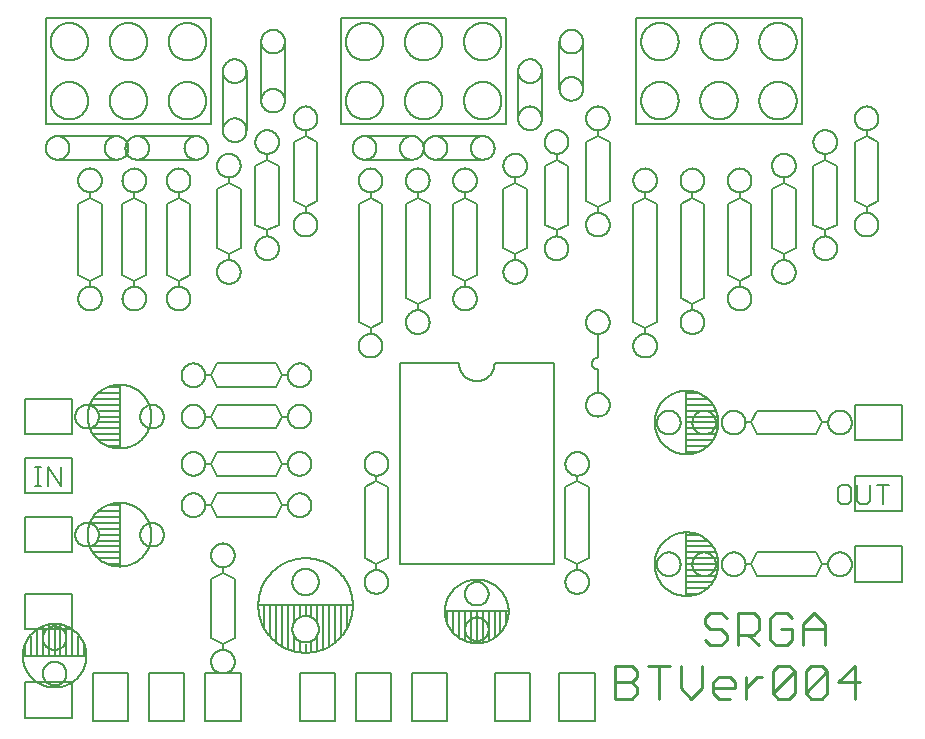
<source format=gbr>
G04 EAGLE Gerber RS-274X export*
G75*
%MOMM*%
%FSLAX34Y34*%
%LPD*%
%INSilkscreen Top*%
%IPPOS*%
%AMOC8*
5,1,8,0,0,1.08239X$1,22.5*%
G01*
%ADD10C,0.152400*%
%ADD11C,0.228600*%
%ADD12C,0.127000*%
%ADD13C,0.140000*%


D10*
X13262Y200762D02*
X18685Y200762D01*
X15974Y200762D02*
X15974Y217032D01*
X18685Y217032D02*
X13262Y217032D01*
X24176Y217032D02*
X24176Y200762D01*
X35023Y200762D02*
X24176Y217032D01*
X35023Y217032D02*
X35023Y200762D01*
X695974Y202032D02*
X701397Y202032D01*
X695974Y202032D02*
X693262Y199320D01*
X693262Y188474D01*
X695974Y185762D01*
X701397Y185762D01*
X704109Y188474D01*
X704109Y199320D01*
X701397Y202032D01*
X709634Y202032D02*
X709634Y188474D01*
X712345Y185762D01*
X717769Y185762D01*
X720480Y188474D01*
X720480Y202032D01*
X731428Y202032D02*
X731428Y185762D01*
X726005Y202032D02*
X736852Y202032D01*
D11*
X599140Y89258D02*
X594517Y93881D01*
X585272Y93881D01*
X580649Y89258D01*
X580649Y84635D01*
X585272Y80012D01*
X594517Y80012D01*
X599140Y75389D01*
X599140Y70766D01*
X594517Y66143D01*
X585272Y66143D01*
X580649Y70766D01*
X608272Y66143D02*
X608272Y93881D01*
X622141Y93881D01*
X626764Y89258D01*
X626764Y80012D01*
X622141Y75389D01*
X608272Y75389D01*
X617518Y75389D02*
X626764Y66143D01*
X654388Y89258D02*
X649765Y93881D01*
X640519Y93881D01*
X635896Y89258D01*
X635896Y70766D01*
X640519Y66143D01*
X649765Y66143D01*
X654388Y70766D01*
X654388Y80012D01*
X645142Y80012D01*
X663519Y84635D02*
X663519Y66143D01*
X663519Y84635D02*
X672765Y93881D01*
X682011Y84635D01*
X682011Y66143D01*
X682011Y80012D02*
X663519Y80012D01*
X504758Y48881D02*
X504758Y21143D01*
X504758Y48881D02*
X518627Y48881D01*
X523250Y44258D01*
X523250Y39635D01*
X518627Y35012D01*
X523250Y30389D01*
X523250Y25766D01*
X518627Y21143D01*
X504758Y21143D01*
X504758Y35012D02*
X518627Y35012D01*
X541628Y21143D02*
X541628Y48881D01*
X550873Y48881D02*
X532382Y48881D01*
X560005Y48881D02*
X560005Y30389D01*
X569251Y21143D01*
X578497Y30389D01*
X578497Y48881D01*
X592252Y21143D02*
X601498Y21143D01*
X592252Y21143D02*
X587629Y25766D01*
X587629Y35012D01*
X592252Y39635D01*
X601498Y39635D01*
X606121Y35012D01*
X606121Y30389D01*
X587629Y30389D01*
X615252Y21143D02*
X615252Y39635D01*
X615252Y30389D02*
X624498Y39635D01*
X629121Y39635D01*
X638272Y44258D02*
X638272Y25766D01*
X638272Y44258D02*
X642895Y48881D01*
X652141Y48881D01*
X656764Y44258D01*
X656764Y25766D01*
X652141Y21143D01*
X642895Y21143D01*
X638272Y25766D01*
X656764Y44258D01*
X665896Y44258D02*
X665896Y25766D01*
X665896Y44258D02*
X670519Y48881D01*
X679765Y48881D01*
X684387Y44258D01*
X684387Y25766D01*
X679765Y21143D01*
X670519Y21143D01*
X665896Y25766D01*
X684387Y44258D01*
X707388Y48881D02*
X707388Y21143D01*
X693519Y35012D02*
X707388Y48881D01*
X712011Y35012D02*
X693519Y35012D01*
D12*
X60000Y375000D02*
X50000Y380000D01*
X60000Y375000D02*
X70000Y380000D01*
X70000Y440000D01*
X60000Y445000D01*
X50000Y440000D01*
X50000Y380000D01*
X60000Y375000D02*
X60000Y370000D01*
X60000Y445000D02*
X60000Y450000D01*
X50000Y360000D02*
X50003Y360245D01*
X50012Y360491D01*
X50027Y360736D01*
X50048Y360980D01*
X50075Y361224D01*
X50108Y361467D01*
X50147Y361710D01*
X50192Y361951D01*
X50243Y362191D01*
X50300Y362430D01*
X50362Y362667D01*
X50431Y362903D01*
X50505Y363137D01*
X50585Y363369D01*
X50670Y363599D01*
X50761Y363827D01*
X50858Y364052D01*
X50960Y364276D01*
X51068Y364496D01*
X51181Y364714D01*
X51299Y364929D01*
X51423Y365141D01*
X51551Y365350D01*
X51685Y365556D01*
X51824Y365758D01*
X51968Y365957D01*
X52117Y366152D01*
X52270Y366344D01*
X52428Y366532D01*
X52590Y366716D01*
X52758Y366895D01*
X52929Y367071D01*
X53105Y367242D01*
X53284Y367410D01*
X53468Y367572D01*
X53656Y367730D01*
X53848Y367883D01*
X54043Y368032D01*
X54242Y368176D01*
X54444Y368315D01*
X54650Y368449D01*
X54859Y368577D01*
X55071Y368701D01*
X55286Y368819D01*
X55504Y368932D01*
X55724Y369040D01*
X55948Y369142D01*
X56173Y369239D01*
X56401Y369330D01*
X56631Y369415D01*
X56863Y369495D01*
X57097Y369569D01*
X57333Y369638D01*
X57570Y369700D01*
X57809Y369757D01*
X58049Y369808D01*
X58290Y369853D01*
X58533Y369892D01*
X58776Y369925D01*
X59020Y369952D01*
X59264Y369973D01*
X59509Y369988D01*
X59755Y369997D01*
X60000Y370000D01*
X60245Y369997D01*
X60491Y369988D01*
X60736Y369973D01*
X60980Y369952D01*
X61224Y369925D01*
X61467Y369892D01*
X61710Y369853D01*
X61951Y369808D01*
X62191Y369757D01*
X62430Y369700D01*
X62667Y369638D01*
X62903Y369569D01*
X63137Y369495D01*
X63369Y369415D01*
X63599Y369330D01*
X63827Y369239D01*
X64052Y369142D01*
X64276Y369040D01*
X64496Y368932D01*
X64714Y368819D01*
X64929Y368701D01*
X65141Y368577D01*
X65350Y368449D01*
X65556Y368315D01*
X65758Y368176D01*
X65957Y368032D01*
X66152Y367883D01*
X66344Y367730D01*
X66532Y367572D01*
X66716Y367410D01*
X66895Y367242D01*
X67071Y367071D01*
X67242Y366895D01*
X67410Y366716D01*
X67572Y366532D01*
X67730Y366344D01*
X67883Y366152D01*
X68032Y365957D01*
X68176Y365758D01*
X68315Y365556D01*
X68449Y365350D01*
X68577Y365141D01*
X68701Y364929D01*
X68819Y364714D01*
X68932Y364496D01*
X69040Y364276D01*
X69142Y364052D01*
X69239Y363827D01*
X69330Y363599D01*
X69415Y363369D01*
X69495Y363137D01*
X69569Y362903D01*
X69638Y362667D01*
X69700Y362430D01*
X69757Y362191D01*
X69808Y361951D01*
X69853Y361710D01*
X69892Y361467D01*
X69925Y361224D01*
X69952Y360980D01*
X69973Y360736D01*
X69988Y360491D01*
X69997Y360245D01*
X70000Y360000D01*
X69997Y359755D01*
X69988Y359509D01*
X69973Y359264D01*
X69952Y359020D01*
X69925Y358776D01*
X69892Y358533D01*
X69853Y358290D01*
X69808Y358049D01*
X69757Y357809D01*
X69700Y357570D01*
X69638Y357333D01*
X69569Y357097D01*
X69495Y356863D01*
X69415Y356631D01*
X69330Y356401D01*
X69239Y356173D01*
X69142Y355948D01*
X69040Y355724D01*
X68932Y355504D01*
X68819Y355286D01*
X68701Y355071D01*
X68577Y354859D01*
X68449Y354650D01*
X68315Y354444D01*
X68176Y354242D01*
X68032Y354043D01*
X67883Y353848D01*
X67730Y353656D01*
X67572Y353468D01*
X67410Y353284D01*
X67242Y353105D01*
X67071Y352929D01*
X66895Y352758D01*
X66716Y352590D01*
X66532Y352428D01*
X66344Y352270D01*
X66152Y352117D01*
X65957Y351968D01*
X65758Y351824D01*
X65556Y351685D01*
X65350Y351551D01*
X65141Y351423D01*
X64929Y351299D01*
X64714Y351181D01*
X64496Y351068D01*
X64276Y350960D01*
X64052Y350858D01*
X63827Y350761D01*
X63599Y350670D01*
X63369Y350585D01*
X63137Y350505D01*
X62903Y350431D01*
X62667Y350362D01*
X62430Y350300D01*
X62191Y350243D01*
X61951Y350192D01*
X61710Y350147D01*
X61467Y350108D01*
X61224Y350075D01*
X60980Y350048D01*
X60736Y350027D01*
X60491Y350012D01*
X60245Y350003D01*
X60000Y350000D01*
X59755Y350003D01*
X59509Y350012D01*
X59264Y350027D01*
X59020Y350048D01*
X58776Y350075D01*
X58533Y350108D01*
X58290Y350147D01*
X58049Y350192D01*
X57809Y350243D01*
X57570Y350300D01*
X57333Y350362D01*
X57097Y350431D01*
X56863Y350505D01*
X56631Y350585D01*
X56401Y350670D01*
X56173Y350761D01*
X55948Y350858D01*
X55724Y350960D01*
X55504Y351068D01*
X55286Y351181D01*
X55071Y351299D01*
X54859Y351423D01*
X54650Y351551D01*
X54444Y351685D01*
X54242Y351824D01*
X54043Y351968D01*
X53848Y352117D01*
X53656Y352270D01*
X53468Y352428D01*
X53284Y352590D01*
X53105Y352758D01*
X52929Y352929D01*
X52758Y353105D01*
X52590Y353284D01*
X52428Y353468D01*
X52270Y353656D01*
X52117Y353848D01*
X51968Y354043D01*
X51824Y354242D01*
X51685Y354444D01*
X51551Y354650D01*
X51423Y354859D01*
X51299Y355071D01*
X51181Y355286D01*
X51068Y355504D01*
X50960Y355724D01*
X50858Y355948D01*
X50761Y356173D01*
X50670Y356401D01*
X50585Y356631D01*
X50505Y356863D01*
X50431Y357097D01*
X50362Y357333D01*
X50300Y357570D01*
X50243Y357809D01*
X50192Y358049D01*
X50147Y358290D01*
X50108Y358533D01*
X50075Y358776D01*
X50048Y359020D01*
X50027Y359264D01*
X50012Y359509D01*
X50003Y359755D01*
X50000Y360000D01*
X50000Y460000D02*
X50003Y460245D01*
X50012Y460491D01*
X50027Y460736D01*
X50048Y460980D01*
X50075Y461224D01*
X50108Y461467D01*
X50147Y461710D01*
X50192Y461951D01*
X50243Y462191D01*
X50300Y462430D01*
X50362Y462667D01*
X50431Y462903D01*
X50505Y463137D01*
X50585Y463369D01*
X50670Y463599D01*
X50761Y463827D01*
X50858Y464052D01*
X50960Y464276D01*
X51068Y464496D01*
X51181Y464714D01*
X51299Y464929D01*
X51423Y465141D01*
X51551Y465350D01*
X51685Y465556D01*
X51824Y465758D01*
X51968Y465957D01*
X52117Y466152D01*
X52270Y466344D01*
X52428Y466532D01*
X52590Y466716D01*
X52758Y466895D01*
X52929Y467071D01*
X53105Y467242D01*
X53284Y467410D01*
X53468Y467572D01*
X53656Y467730D01*
X53848Y467883D01*
X54043Y468032D01*
X54242Y468176D01*
X54444Y468315D01*
X54650Y468449D01*
X54859Y468577D01*
X55071Y468701D01*
X55286Y468819D01*
X55504Y468932D01*
X55724Y469040D01*
X55948Y469142D01*
X56173Y469239D01*
X56401Y469330D01*
X56631Y469415D01*
X56863Y469495D01*
X57097Y469569D01*
X57333Y469638D01*
X57570Y469700D01*
X57809Y469757D01*
X58049Y469808D01*
X58290Y469853D01*
X58533Y469892D01*
X58776Y469925D01*
X59020Y469952D01*
X59264Y469973D01*
X59509Y469988D01*
X59755Y469997D01*
X60000Y470000D01*
X60245Y469997D01*
X60491Y469988D01*
X60736Y469973D01*
X60980Y469952D01*
X61224Y469925D01*
X61467Y469892D01*
X61710Y469853D01*
X61951Y469808D01*
X62191Y469757D01*
X62430Y469700D01*
X62667Y469638D01*
X62903Y469569D01*
X63137Y469495D01*
X63369Y469415D01*
X63599Y469330D01*
X63827Y469239D01*
X64052Y469142D01*
X64276Y469040D01*
X64496Y468932D01*
X64714Y468819D01*
X64929Y468701D01*
X65141Y468577D01*
X65350Y468449D01*
X65556Y468315D01*
X65758Y468176D01*
X65957Y468032D01*
X66152Y467883D01*
X66344Y467730D01*
X66532Y467572D01*
X66716Y467410D01*
X66895Y467242D01*
X67071Y467071D01*
X67242Y466895D01*
X67410Y466716D01*
X67572Y466532D01*
X67730Y466344D01*
X67883Y466152D01*
X68032Y465957D01*
X68176Y465758D01*
X68315Y465556D01*
X68449Y465350D01*
X68577Y465141D01*
X68701Y464929D01*
X68819Y464714D01*
X68932Y464496D01*
X69040Y464276D01*
X69142Y464052D01*
X69239Y463827D01*
X69330Y463599D01*
X69415Y463369D01*
X69495Y463137D01*
X69569Y462903D01*
X69638Y462667D01*
X69700Y462430D01*
X69757Y462191D01*
X69808Y461951D01*
X69853Y461710D01*
X69892Y461467D01*
X69925Y461224D01*
X69952Y460980D01*
X69973Y460736D01*
X69988Y460491D01*
X69997Y460245D01*
X70000Y460000D01*
X69997Y459755D01*
X69988Y459509D01*
X69973Y459264D01*
X69952Y459020D01*
X69925Y458776D01*
X69892Y458533D01*
X69853Y458290D01*
X69808Y458049D01*
X69757Y457809D01*
X69700Y457570D01*
X69638Y457333D01*
X69569Y457097D01*
X69495Y456863D01*
X69415Y456631D01*
X69330Y456401D01*
X69239Y456173D01*
X69142Y455948D01*
X69040Y455724D01*
X68932Y455504D01*
X68819Y455286D01*
X68701Y455071D01*
X68577Y454859D01*
X68449Y454650D01*
X68315Y454444D01*
X68176Y454242D01*
X68032Y454043D01*
X67883Y453848D01*
X67730Y453656D01*
X67572Y453468D01*
X67410Y453284D01*
X67242Y453105D01*
X67071Y452929D01*
X66895Y452758D01*
X66716Y452590D01*
X66532Y452428D01*
X66344Y452270D01*
X66152Y452117D01*
X65957Y451968D01*
X65758Y451824D01*
X65556Y451685D01*
X65350Y451551D01*
X65141Y451423D01*
X64929Y451299D01*
X64714Y451181D01*
X64496Y451068D01*
X64276Y450960D01*
X64052Y450858D01*
X63827Y450761D01*
X63599Y450670D01*
X63369Y450585D01*
X63137Y450505D01*
X62903Y450431D01*
X62667Y450362D01*
X62430Y450300D01*
X62191Y450243D01*
X61951Y450192D01*
X61710Y450147D01*
X61467Y450108D01*
X61224Y450075D01*
X60980Y450048D01*
X60736Y450027D01*
X60491Y450012D01*
X60245Y450003D01*
X60000Y450000D01*
X59755Y450003D01*
X59509Y450012D01*
X59264Y450027D01*
X59020Y450048D01*
X58776Y450075D01*
X58533Y450108D01*
X58290Y450147D01*
X58049Y450192D01*
X57809Y450243D01*
X57570Y450300D01*
X57333Y450362D01*
X57097Y450431D01*
X56863Y450505D01*
X56631Y450585D01*
X56401Y450670D01*
X56173Y450761D01*
X55948Y450858D01*
X55724Y450960D01*
X55504Y451068D01*
X55286Y451181D01*
X55071Y451299D01*
X54859Y451423D01*
X54650Y451551D01*
X54444Y451685D01*
X54242Y451824D01*
X54043Y451968D01*
X53848Y452117D01*
X53656Y452270D01*
X53468Y452428D01*
X53284Y452590D01*
X53105Y452758D01*
X52929Y452929D01*
X52758Y453105D01*
X52590Y453284D01*
X52428Y453468D01*
X52270Y453656D01*
X52117Y453848D01*
X51968Y454043D01*
X51824Y454242D01*
X51685Y454444D01*
X51551Y454650D01*
X51423Y454859D01*
X51299Y455071D01*
X51181Y455286D01*
X51068Y455504D01*
X50960Y455724D01*
X50858Y455948D01*
X50761Y456173D01*
X50670Y456401D01*
X50585Y456631D01*
X50505Y456863D01*
X50431Y457097D01*
X50362Y457333D01*
X50300Y457570D01*
X50243Y457809D01*
X50192Y458049D01*
X50147Y458290D01*
X50108Y458533D01*
X50075Y458776D01*
X50048Y459020D01*
X50027Y459264D01*
X50012Y459509D01*
X50003Y459755D01*
X50000Y460000D01*
X87500Y380000D02*
X97500Y375000D01*
X107500Y380000D01*
X107500Y440000D01*
X97500Y445000D01*
X87500Y440000D01*
X87500Y380000D01*
X97500Y375000D02*
X97500Y370000D01*
X97500Y445000D02*
X97500Y450000D01*
X87500Y360000D02*
X87503Y360245D01*
X87512Y360491D01*
X87527Y360736D01*
X87548Y360980D01*
X87575Y361224D01*
X87608Y361467D01*
X87647Y361710D01*
X87692Y361951D01*
X87743Y362191D01*
X87800Y362430D01*
X87862Y362667D01*
X87931Y362903D01*
X88005Y363137D01*
X88085Y363369D01*
X88170Y363599D01*
X88261Y363827D01*
X88358Y364052D01*
X88460Y364276D01*
X88568Y364496D01*
X88681Y364714D01*
X88799Y364929D01*
X88923Y365141D01*
X89051Y365350D01*
X89185Y365556D01*
X89324Y365758D01*
X89468Y365957D01*
X89617Y366152D01*
X89770Y366344D01*
X89928Y366532D01*
X90090Y366716D01*
X90258Y366895D01*
X90429Y367071D01*
X90605Y367242D01*
X90784Y367410D01*
X90968Y367572D01*
X91156Y367730D01*
X91348Y367883D01*
X91543Y368032D01*
X91742Y368176D01*
X91944Y368315D01*
X92150Y368449D01*
X92359Y368577D01*
X92571Y368701D01*
X92786Y368819D01*
X93004Y368932D01*
X93224Y369040D01*
X93448Y369142D01*
X93673Y369239D01*
X93901Y369330D01*
X94131Y369415D01*
X94363Y369495D01*
X94597Y369569D01*
X94833Y369638D01*
X95070Y369700D01*
X95309Y369757D01*
X95549Y369808D01*
X95790Y369853D01*
X96033Y369892D01*
X96276Y369925D01*
X96520Y369952D01*
X96764Y369973D01*
X97009Y369988D01*
X97255Y369997D01*
X97500Y370000D01*
X97745Y369997D01*
X97991Y369988D01*
X98236Y369973D01*
X98480Y369952D01*
X98724Y369925D01*
X98967Y369892D01*
X99210Y369853D01*
X99451Y369808D01*
X99691Y369757D01*
X99930Y369700D01*
X100167Y369638D01*
X100403Y369569D01*
X100637Y369495D01*
X100869Y369415D01*
X101099Y369330D01*
X101327Y369239D01*
X101552Y369142D01*
X101776Y369040D01*
X101996Y368932D01*
X102214Y368819D01*
X102429Y368701D01*
X102641Y368577D01*
X102850Y368449D01*
X103056Y368315D01*
X103258Y368176D01*
X103457Y368032D01*
X103652Y367883D01*
X103844Y367730D01*
X104032Y367572D01*
X104216Y367410D01*
X104395Y367242D01*
X104571Y367071D01*
X104742Y366895D01*
X104910Y366716D01*
X105072Y366532D01*
X105230Y366344D01*
X105383Y366152D01*
X105532Y365957D01*
X105676Y365758D01*
X105815Y365556D01*
X105949Y365350D01*
X106077Y365141D01*
X106201Y364929D01*
X106319Y364714D01*
X106432Y364496D01*
X106540Y364276D01*
X106642Y364052D01*
X106739Y363827D01*
X106830Y363599D01*
X106915Y363369D01*
X106995Y363137D01*
X107069Y362903D01*
X107138Y362667D01*
X107200Y362430D01*
X107257Y362191D01*
X107308Y361951D01*
X107353Y361710D01*
X107392Y361467D01*
X107425Y361224D01*
X107452Y360980D01*
X107473Y360736D01*
X107488Y360491D01*
X107497Y360245D01*
X107500Y360000D01*
X107497Y359755D01*
X107488Y359509D01*
X107473Y359264D01*
X107452Y359020D01*
X107425Y358776D01*
X107392Y358533D01*
X107353Y358290D01*
X107308Y358049D01*
X107257Y357809D01*
X107200Y357570D01*
X107138Y357333D01*
X107069Y357097D01*
X106995Y356863D01*
X106915Y356631D01*
X106830Y356401D01*
X106739Y356173D01*
X106642Y355948D01*
X106540Y355724D01*
X106432Y355504D01*
X106319Y355286D01*
X106201Y355071D01*
X106077Y354859D01*
X105949Y354650D01*
X105815Y354444D01*
X105676Y354242D01*
X105532Y354043D01*
X105383Y353848D01*
X105230Y353656D01*
X105072Y353468D01*
X104910Y353284D01*
X104742Y353105D01*
X104571Y352929D01*
X104395Y352758D01*
X104216Y352590D01*
X104032Y352428D01*
X103844Y352270D01*
X103652Y352117D01*
X103457Y351968D01*
X103258Y351824D01*
X103056Y351685D01*
X102850Y351551D01*
X102641Y351423D01*
X102429Y351299D01*
X102214Y351181D01*
X101996Y351068D01*
X101776Y350960D01*
X101552Y350858D01*
X101327Y350761D01*
X101099Y350670D01*
X100869Y350585D01*
X100637Y350505D01*
X100403Y350431D01*
X100167Y350362D01*
X99930Y350300D01*
X99691Y350243D01*
X99451Y350192D01*
X99210Y350147D01*
X98967Y350108D01*
X98724Y350075D01*
X98480Y350048D01*
X98236Y350027D01*
X97991Y350012D01*
X97745Y350003D01*
X97500Y350000D01*
X97255Y350003D01*
X97009Y350012D01*
X96764Y350027D01*
X96520Y350048D01*
X96276Y350075D01*
X96033Y350108D01*
X95790Y350147D01*
X95549Y350192D01*
X95309Y350243D01*
X95070Y350300D01*
X94833Y350362D01*
X94597Y350431D01*
X94363Y350505D01*
X94131Y350585D01*
X93901Y350670D01*
X93673Y350761D01*
X93448Y350858D01*
X93224Y350960D01*
X93004Y351068D01*
X92786Y351181D01*
X92571Y351299D01*
X92359Y351423D01*
X92150Y351551D01*
X91944Y351685D01*
X91742Y351824D01*
X91543Y351968D01*
X91348Y352117D01*
X91156Y352270D01*
X90968Y352428D01*
X90784Y352590D01*
X90605Y352758D01*
X90429Y352929D01*
X90258Y353105D01*
X90090Y353284D01*
X89928Y353468D01*
X89770Y353656D01*
X89617Y353848D01*
X89468Y354043D01*
X89324Y354242D01*
X89185Y354444D01*
X89051Y354650D01*
X88923Y354859D01*
X88799Y355071D01*
X88681Y355286D01*
X88568Y355504D01*
X88460Y355724D01*
X88358Y355948D01*
X88261Y356173D01*
X88170Y356401D01*
X88085Y356631D01*
X88005Y356863D01*
X87931Y357097D01*
X87862Y357333D01*
X87800Y357570D01*
X87743Y357809D01*
X87692Y358049D01*
X87647Y358290D01*
X87608Y358533D01*
X87575Y358776D01*
X87548Y359020D01*
X87527Y359264D01*
X87512Y359509D01*
X87503Y359755D01*
X87500Y360000D01*
X87500Y460000D02*
X87503Y460245D01*
X87512Y460491D01*
X87527Y460736D01*
X87548Y460980D01*
X87575Y461224D01*
X87608Y461467D01*
X87647Y461710D01*
X87692Y461951D01*
X87743Y462191D01*
X87800Y462430D01*
X87862Y462667D01*
X87931Y462903D01*
X88005Y463137D01*
X88085Y463369D01*
X88170Y463599D01*
X88261Y463827D01*
X88358Y464052D01*
X88460Y464276D01*
X88568Y464496D01*
X88681Y464714D01*
X88799Y464929D01*
X88923Y465141D01*
X89051Y465350D01*
X89185Y465556D01*
X89324Y465758D01*
X89468Y465957D01*
X89617Y466152D01*
X89770Y466344D01*
X89928Y466532D01*
X90090Y466716D01*
X90258Y466895D01*
X90429Y467071D01*
X90605Y467242D01*
X90784Y467410D01*
X90968Y467572D01*
X91156Y467730D01*
X91348Y467883D01*
X91543Y468032D01*
X91742Y468176D01*
X91944Y468315D01*
X92150Y468449D01*
X92359Y468577D01*
X92571Y468701D01*
X92786Y468819D01*
X93004Y468932D01*
X93224Y469040D01*
X93448Y469142D01*
X93673Y469239D01*
X93901Y469330D01*
X94131Y469415D01*
X94363Y469495D01*
X94597Y469569D01*
X94833Y469638D01*
X95070Y469700D01*
X95309Y469757D01*
X95549Y469808D01*
X95790Y469853D01*
X96033Y469892D01*
X96276Y469925D01*
X96520Y469952D01*
X96764Y469973D01*
X97009Y469988D01*
X97255Y469997D01*
X97500Y470000D01*
X97745Y469997D01*
X97991Y469988D01*
X98236Y469973D01*
X98480Y469952D01*
X98724Y469925D01*
X98967Y469892D01*
X99210Y469853D01*
X99451Y469808D01*
X99691Y469757D01*
X99930Y469700D01*
X100167Y469638D01*
X100403Y469569D01*
X100637Y469495D01*
X100869Y469415D01*
X101099Y469330D01*
X101327Y469239D01*
X101552Y469142D01*
X101776Y469040D01*
X101996Y468932D01*
X102214Y468819D01*
X102429Y468701D01*
X102641Y468577D01*
X102850Y468449D01*
X103056Y468315D01*
X103258Y468176D01*
X103457Y468032D01*
X103652Y467883D01*
X103844Y467730D01*
X104032Y467572D01*
X104216Y467410D01*
X104395Y467242D01*
X104571Y467071D01*
X104742Y466895D01*
X104910Y466716D01*
X105072Y466532D01*
X105230Y466344D01*
X105383Y466152D01*
X105532Y465957D01*
X105676Y465758D01*
X105815Y465556D01*
X105949Y465350D01*
X106077Y465141D01*
X106201Y464929D01*
X106319Y464714D01*
X106432Y464496D01*
X106540Y464276D01*
X106642Y464052D01*
X106739Y463827D01*
X106830Y463599D01*
X106915Y463369D01*
X106995Y463137D01*
X107069Y462903D01*
X107138Y462667D01*
X107200Y462430D01*
X107257Y462191D01*
X107308Y461951D01*
X107353Y461710D01*
X107392Y461467D01*
X107425Y461224D01*
X107452Y460980D01*
X107473Y460736D01*
X107488Y460491D01*
X107497Y460245D01*
X107500Y460000D01*
X107497Y459755D01*
X107488Y459509D01*
X107473Y459264D01*
X107452Y459020D01*
X107425Y458776D01*
X107392Y458533D01*
X107353Y458290D01*
X107308Y458049D01*
X107257Y457809D01*
X107200Y457570D01*
X107138Y457333D01*
X107069Y457097D01*
X106995Y456863D01*
X106915Y456631D01*
X106830Y456401D01*
X106739Y456173D01*
X106642Y455948D01*
X106540Y455724D01*
X106432Y455504D01*
X106319Y455286D01*
X106201Y455071D01*
X106077Y454859D01*
X105949Y454650D01*
X105815Y454444D01*
X105676Y454242D01*
X105532Y454043D01*
X105383Y453848D01*
X105230Y453656D01*
X105072Y453468D01*
X104910Y453284D01*
X104742Y453105D01*
X104571Y452929D01*
X104395Y452758D01*
X104216Y452590D01*
X104032Y452428D01*
X103844Y452270D01*
X103652Y452117D01*
X103457Y451968D01*
X103258Y451824D01*
X103056Y451685D01*
X102850Y451551D01*
X102641Y451423D01*
X102429Y451299D01*
X102214Y451181D01*
X101996Y451068D01*
X101776Y450960D01*
X101552Y450858D01*
X101327Y450761D01*
X101099Y450670D01*
X100869Y450585D01*
X100637Y450505D01*
X100403Y450431D01*
X100167Y450362D01*
X99930Y450300D01*
X99691Y450243D01*
X99451Y450192D01*
X99210Y450147D01*
X98967Y450108D01*
X98724Y450075D01*
X98480Y450048D01*
X98236Y450027D01*
X97991Y450012D01*
X97745Y450003D01*
X97500Y450000D01*
X97255Y450003D01*
X97009Y450012D01*
X96764Y450027D01*
X96520Y450048D01*
X96276Y450075D01*
X96033Y450108D01*
X95790Y450147D01*
X95549Y450192D01*
X95309Y450243D01*
X95070Y450300D01*
X94833Y450362D01*
X94597Y450431D01*
X94363Y450505D01*
X94131Y450585D01*
X93901Y450670D01*
X93673Y450761D01*
X93448Y450858D01*
X93224Y450960D01*
X93004Y451068D01*
X92786Y451181D01*
X92571Y451299D01*
X92359Y451423D01*
X92150Y451551D01*
X91944Y451685D01*
X91742Y451824D01*
X91543Y451968D01*
X91348Y452117D01*
X91156Y452270D01*
X90968Y452428D01*
X90784Y452590D01*
X90605Y452758D01*
X90429Y452929D01*
X90258Y453105D01*
X90090Y453284D01*
X89928Y453468D01*
X89770Y453656D01*
X89617Y453848D01*
X89468Y454043D01*
X89324Y454242D01*
X89185Y454444D01*
X89051Y454650D01*
X88923Y454859D01*
X88799Y455071D01*
X88681Y455286D01*
X88568Y455504D01*
X88460Y455724D01*
X88358Y455948D01*
X88261Y456173D01*
X88170Y456401D01*
X88085Y456631D01*
X88005Y456863D01*
X87931Y457097D01*
X87862Y457333D01*
X87800Y457570D01*
X87743Y457809D01*
X87692Y458049D01*
X87647Y458290D01*
X87608Y458533D01*
X87575Y458776D01*
X87548Y459020D01*
X87527Y459264D01*
X87512Y459509D01*
X87503Y459755D01*
X87500Y460000D01*
X125000Y380000D02*
X135000Y375000D01*
X145000Y380000D01*
X145000Y440000D01*
X135000Y445000D01*
X125000Y440000D01*
X125000Y380000D01*
X135000Y375000D02*
X135000Y370000D01*
X135000Y445000D02*
X135000Y450000D01*
X125000Y360000D02*
X125003Y360245D01*
X125012Y360491D01*
X125027Y360736D01*
X125048Y360980D01*
X125075Y361224D01*
X125108Y361467D01*
X125147Y361710D01*
X125192Y361951D01*
X125243Y362191D01*
X125300Y362430D01*
X125362Y362667D01*
X125431Y362903D01*
X125505Y363137D01*
X125585Y363369D01*
X125670Y363599D01*
X125761Y363827D01*
X125858Y364052D01*
X125960Y364276D01*
X126068Y364496D01*
X126181Y364714D01*
X126299Y364929D01*
X126423Y365141D01*
X126551Y365350D01*
X126685Y365556D01*
X126824Y365758D01*
X126968Y365957D01*
X127117Y366152D01*
X127270Y366344D01*
X127428Y366532D01*
X127590Y366716D01*
X127758Y366895D01*
X127929Y367071D01*
X128105Y367242D01*
X128284Y367410D01*
X128468Y367572D01*
X128656Y367730D01*
X128848Y367883D01*
X129043Y368032D01*
X129242Y368176D01*
X129444Y368315D01*
X129650Y368449D01*
X129859Y368577D01*
X130071Y368701D01*
X130286Y368819D01*
X130504Y368932D01*
X130724Y369040D01*
X130948Y369142D01*
X131173Y369239D01*
X131401Y369330D01*
X131631Y369415D01*
X131863Y369495D01*
X132097Y369569D01*
X132333Y369638D01*
X132570Y369700D01*
X132809Y369757D01*
X133049Y369808D01*
X133290Y369853D01*
X133533Y369892D01*
X133776Y369925D01*
X134020Y369952D01*
X134264Y369973D01*
X134509Y369988D01*
X134755Y369997D01*
X135000Y370000D01*
X135245Y369997D01*
X135491Y369988D01*
X135736Y369973D01*
X135980Y369952D01*
X136224Y369925D01*
X136467Y369892D01*
X136710Y369853D01*
X136951Y369808D01*
X137191Y369757D01*
X137430Y369700D01*
X137667Y369638D01*
X137903Y369569D01*
X138137Y369495D01*
X138369Y369415D01*
X138599Y369330D01*
X138827Y369239D01*
X139052Y369142D01*
X139276Y369040D01*
X139496Y368932D01*
X139714Y368819D01*
X139929Y368701D01*
X140141Y368577D01*
X140350Y368449D01*
X140556Y368315D01*
X140758Y368176D01*
X140957Y368032D01*
X141152Y367883D01*
X141344Y367730D01*
X141532Y367572D01*
X141716Y367410D01*
X141895Y367242D01*
X142071Y367071D01*
X142242Y366895D01*
X142410Y366716D01*
X142572Y366532D01*
X142730Y366344D01*
X142883Y366152D01*
X143032Y365957D01*
X143176Y365758D01*
X143315Y365556D01*
X143449Y365350D01*
X143577Y365141D01*
X143701Y364929D01*
X143819Y364714D01*
X143932Y364496D01*
X144040Y364276D01*
X144142Y364052D01*
X144239Y363827D01*
X144330Y363599D01*
X144415Y363369D01*
X144495Y363137D01*
X144569Y362903D01*
X144638Y362667D01*
X144700Y362430D01*
X144757Y362191D01*
X144808Y361951D01*
X144853Y361710D01*
X144892Y361467D01*
X144925Y361224D01*
X144952Y360980D01*
X144973Y360736D01*
X144988Y360491D01*
X144997Y360245D01*
X145000Y360000D01*
X144997Y359755D01*
X144988Y359509D01*
X144973Y359264D01*
X144952Y359020D01*
X144925Y358776D01*
X144892Y358533D01*
X144853Y358290D01*
X144808Y358049D01*
X144757Y357809D01*
X144700Y357570D01*
X144638Y357333D01*
X144569Y357097D01*
X144495Y356863D01*
X144415Y356631D01*
X144330Y356401D01*
X144239Y356173D01*
X144142Y355948D01*
X144040Y355724D01*
X143932Y355504D01*
X143819Y355286D01*
X143701Y355071D01*
X143577Y354859D01*
X143449Y354650D01*
X143315Y354444D01*
X143176Y354242D01*
X143032Y354043D01*
X142883Y353848D01*
X142730Y353656D01*
X142572Y353468D01*
X142410Y353284D01*
X142242Y353105D01*
X142071Y352929D01*
X141895Y352758D01*
X141716Y352590D01*
X141532Y352428D01*
X141344Y352270D01*
X141152Y352117D01*
X140957Y351968D01*
X140758Y351824D01*
X140556Y351685D01*
X140350Y351551D01*
X140141Y351423D01*
X139929Y351299D01*
X139714Y351181D01*
X139496Y351068D01*
X139276Y350960D01*
X139052Y350858D01*
X138827Y350761D01*
X138599Y350670D01*
X138369Y350585D01*
X138137Y350505D01*
X137903Y350431D01*
X137667Y350362D01*
X137430Y350300D01*
X137191Y350243D01*
X136951Y350192D01*
X136710Y350147D01*
X136467Y350108D01*
X136224Y350075D01*
X135980Y350048D01*
X135736Y350027D01*
X135491Y350012D01*
X135245Y350003D01*
X135000Y350000D01*
X134755Y350003D01*
X134509Y350012D01*
X134264Y350027D01*
X134020Y350048D01*
X133776Y350075D01*
X133533Y350108D01*
X133290Y350147D01*
X133049Y350192D01*
X132809Y350243D01*
X132570Y350300D01*
X132333Y350362D01*
X132097Y350431D01*
X131863Y350505D01*
X131631Y350585D01*
X131401Y350670D01*
X131173Y350761D01*
X130948Y350858D01*
X130724Y350960D01*
X130504Y351068D01*
X130286Y351181D01*
X130071Y351299D01*
X129859Y351423D01*
X129650Y351551D01*
X129444Y351685D01*
X129242Y351824D01*
X129043Y351968D01*
X128848Y352117D01*
X128656Y352270D01*
X128468Y352428D01*
X128284Y352590D01*
X128105Y352758D01*
X127929Y352929D01*
X127758Y353105D01*
X127590Y353284D01*
X127428Y353468D01*
X127270Y353656D01*
X127117Y353848D01*
X126968Y354043D01*
X126824Y354242D01*
X126685Y354444D01*
X126551Y354650D01*
X126423Y354859D01*
X126299Y355071D01*
X126181Y355286D01*
X126068Y355504D01*
X125960Y355724D01*
X125858Y355948D01*
X125761Y356173D01*
X125670Y356401D01*
X125585Y356631D01*
X125505Y356863D01*
X125431Y357097D01*
X125362Y357333D01*
X125300Y357570D01*
X125243Y357809D01*
X125192Y358049D01*
X125147Y358290D01*
X125108Y358533D01*
X125075Y358776D01*
X125048Y359020D01*
X125027Y359264D01*
X125012Y359509D01*
X125003Y359755D01*
X125000Y360000D01*
X125000Y460000D02*
X125003Y460245D01*
X125012Y460491D01*
X125027Y460736D01*
X125048Y460980D01*
X125075Y461224D01*
X125108Y461467D01*
X125147Y461710D01*
X125192Y461951D01*
X125243Y462191D01*
X125300Y462430D01*
X125362Y462667D01*
X125431Y462903D01*
X125505Y463137D01*
X125585Y463369D01*
X125670Y463599D01*
X125761Y463827D01*
X125858Y464052D01*
X125960Y464276D01*
X126068Y464496D01*
X126181Y464714D01*
X126299Y464929D01*
X126423Y465141D01*
X126551Y465350D01*
X126685Y465556D01*
X126824Y465758D01*
X126968Y465957D01*
X127117Y466152D01*
X127270Y466344D01*
X127428Y466532D01*
X127590Y466716D01*
X127758Y466895D01*
X127929Y467071D01*
X128105Y467242D01*
X128284Y467410D01*
X128468Y467572D01*
X128656Y467730D01*
X128848Y467883D01*
X129043Y468032D01*
X129242Y468176D01*
X129444Y468315D01*
X129650Y468449D01*
X129859Y468577D01*
X130071Y468701D01*
X130286Y468819D01*
X130504Y468932D01*
X130724Y469040D01*
X130948Y469142D01*
X131173Y469239D01*
X131401Y469330D01*
X131631Y469415D01*
X131863Y469495D01*
X132097Y469569D01*
X132333Y469638D01*
X132570Y469700D01*
X132809Y469757D01*
X133049Y469808D01*
X133290Y469853D01*
X133533Y469892D01*
X133776Y469925D01*
X134020Y469952D01*
X134264Y469973D01*
X134509Y469988D01*
X134755Y469997D01*
X135000Y470000D01*
X135245Y469997D01*
X135491Y469988D01*
X135736Y469973D01*
X135980Y469952D01*
X136224Y469925D01*
X136467Y469892D01*
X136710Y469853D01*
X136951Y469808D01*
X137191Y469757D01*
X137430Y469700D01*
X137667Y469638D01*
X137903Y469569D01*
X138137Y469495D01*
X138369Y469415D01*
X138599Y469330D01*
X138827Y469239D01*
X139052Y469142D01*
X139276Y469040D01*
X139496Y468932D01*
X139714Y468819D01*
X139929Y468701D01*
X140141Y468577D01*
X140350Y468449D01*
X140556Y468315D01*
X140758Y468176D01*
X140957Y468032D01*
X141152Y467883D01*
X141344Y467730D01*
X141532Y467572D01*
X141716Y467410D01*
X141895Y467242D01*
X142071Y467071D01*
X142242Y466895D01*
X142410Y466716D01*
X142572Y466532D01*
X142730Y466344D01*
X142883Y466152D01*
X143032Y465957D01*
X143176Y465758D01*
X143315Y465556D01*
X143449Y465350D01*
X143577Y465141D01*
X143701Y464929D01*
X143819Y464714D01*
X143932Y464496D01*
X144040Y464276D01*
X144142Y464052D01*
X144239Y463827D01*
X144330Y463599D01*
X144415Y463369D01*
X144495Y463137D01*
X144569Y462903D01*
X144638Y462667D01*
X144700Y462430D01*
X144757Y462191D01*
X144808Y461951D01*
X144853Y461710D01*
X144892Y461467D01*
X144925Y461224D01*
X144952Y460980D01*
X144973Y460736D01*
X144988Y460491D01*
X144997Y460245D01*
X145000Y460000D01*
X144997Y459755D01*
X144988Y459509D01*
X144973Y459264D01*
X144952Y459020D01*
X144925Y458776D01*
X144892Y458533D01*
X144853Y458290D01*
X144808Y458049D01*
X144757Y457809D01*
X144700Y457570D01*
X144638Y457333D01*
X144569Y457097D01*
X144495Y456863D01*
X144415Y456631D01*
X144330Y456401D01*
X144239Y456173D01*
X144142Y455948D01*
X144040Y455724D01*
X143932Y455504D01*
X143819Y455286D01*
X143701Y455071D01*
X143577Y454859D01*
X143449Y454650D01*
X143315Y454444D01*
X143176Y454242D01*
X143032Y454043D01*
X142883Y453848D01*
X142730Y453656D01*
X142572Y453468D01*
X142410Y453284D01*
X142242Y453105D01*
X142071Y452929D01*
X141895Y452758D01*
X141716Y452590D01*
X141532Y452428D01*
X141344Y452270D01*
X141152Y452117D01*
X140957Y451968D01*
X140758Y451824D01*
X140556Y451685D01*
X140350Y451551D01*
X140141Y451423D01*
X139929Y451299D01*
X139714Y451181D01*
X139496Y451068D01*
X139276Y450960D01*
X139052Y450858D01*
X138827Y450761D01*
X138599Y450670D01*
X138369Y450585D01*
X138137Y450505D01*
X137903Y450431D01*
X137667Y450362D01*
X137430Y450300D01*
X137191Y450243D01*
X136951Y450192D01*
X136710Y450147D01*
X136467Y450108D01*
X136224Y450075D01*
X135980Y450048D01*
X135736Y450027D01*
X135491Y450012D01*
X135245Y450003D01*
X135000Y450000D01*
X134755Y450003D01*
X134509Y450012D01*
X134264Y450027D01*
X134020Y450048D01*
X133776Y450075D01*
X133533Y450108D01*
X133290Y450147D01*
X133049Y450192D01*
X132809Y450243D01*
X132570Y450300D01*
X132333Y450362D01*
X132097Y450431D01*
X131863Y450505D01*
X131631Y450585D01*
X131401Y450670D01*
X131173Y450761D01*
X130948Y450858D01*
X130724Y450960D01*
X130504Y451068D01*
X130286Y451181D01*
X130071Y451299D01*
X129859Y451423D01*
X129650Y451551D01*
X129444Y451685D01*
X129242Y451824D01*
X129043Y451968D01*
X128848Y452117D01*
X128656Y452270D01*
X128468Y452428D01*
X128284Y452590D01*
X128105Y452758D01*
X127929Y452929D01*
X127758Y453105D01*
X127590Y453284D01*
X127428Y453468D01*
X127270Y453656D01*
X127117Y453848D01*
X126968Y454043D01*
X126824Y454242D01*
X126685Y454444D01*
X126551Y454650D01*
X126423Y454859D01*
X126299Y455071D01*
X126181Y455286D01*
X126068Y455504D01*
X125960Y455724D01*
X125858Y455948D01*
X125761Y456173D01*
X125670Y456401D01*
X125585Y456631D01*
X125505Y456863D01*
X125431Y457097D01*
X125362Y457333D01*
X125300Y457570D01*
X125243Y457809D01*
X125192Y458049D01*
X125147Y458290D01*
X125108Y458533D01*
X125075Y458776D01*
X125048Y459020D01*
X125027Y459264D01*
X125012Y459509D01*
X125003Y459755D01*
X125000Y460000D01*
X167500Y402500D02*
X177500Y397500D01*
X187500Y402500D01*
X187500Y452500D01*
X177500Y457500D01*
X167500Y452500D01*
X167500Y402500D01*
X177500Y397500D02*
X177500Y392500D01*
X177500Y457500D02*
X177500Y462500D01*
X167500Y382500D02*
X167503Y382745D01*
X167512Y382991D01*
X167527Y383236D01*
X167548Y383480D01*
X167575Y383724D01*
X167608Y383967D01*
X167647Y384210D01*
X167692Y384451D01*
X167743Y384691D01*
X167800Y384930D01*
X167862Y385167D01*
X167931Y385403D01*
X168005Y385637D01*
X168085Y385869D01*
X168170Y386099D01*
X168261Y386327D01*
X168358Y386552D01*
X168460Y386776D01*
X168568Y386996D01*
X168681Y387214D01*
X168799Y387429D01*
X168923Y387641D01*
X169051Y387850D01*
X169185Y388056D01*
X169324Y388258D01*
X169468Y388457D01*
X169617Y388652D01*
X169770Y388844D01*
X169928Y389032D01*
X170090Y389216D01*
X170258Y389395D01*
X170429Y389571D01*
X170605Y389742D01*
X170784Y389910D01*
X170968Y390072D01*
X171156Y390230D01*
X171348Y390383D01*
X171543Y390532D01*
X171742Y390676D01*
X171944Y390815D01*
X172150Y390949D01*
X172359Y391077D01*
X172571Y391201D01*
X172786Y391319D01*
X173004Y391432D01*
X173224Y391540D01*
X173448Y391642D01*
X173673Y391739D01*
X173901Y391830D01*
X174131Y391915D01*
X174363Y391995D01*
X174597Y392069D01*
X174833Y392138D01*
X175070Y392200D01*
X175309Y392257D01*
X175549Y392308D01*
X175790Y392353D01*
X176033Y392392D01*
X176276Y392425D01*
X176520Y392452D01*
X176764Y392473D01*
X177009Y392488D01*
X177255Y392497D01*
X177500Y392500D01*
X177745Y392497D01*
X177991Y392488D01*
X178236Y392473D01*
X178480Y392452D01*
X178724Y392425D01*
X178967Y392392D01*
X179210Y392353D01*
X179451Y392308D01*
X179691Y392257D01*
X179930Y392200D01*
X180167Y392138D01*
X180403Y392069D01*
X180637Y391995D01*
X180869Y391915D01*
X181099Y391830D01*
X181327Y391739D01*
X181552Y391642D01*
X181776Y391540D01*
X181996Y391432D01*
X182214Y391319D01*
X182429Y391201D01*
X182641Y391077D01*
X182850Y390949D01*
X183056Y390815D01*
X183258Y390676D01*
X183457Y390532D01*
X183652Y390383D01*
X183844Y390230D01*
X184032Y390072D01*
X184216Y389910D01*
X184395Y389742D01*
X184571Y389571D01*
X184742Y389395D01*
X184910Y389216D01*
X185072Y389032D01*
X185230Y388844D01*
X185383Y388652D01*
X185532Y388457D01*
X185676Y388258D01*
X185815Y388056D01*
X185949Y387850D01*
X186077Y387641D01*
X186201Y387429D01*
X186319Y387214D01*
X186432Y386996D01*
X186540Y386776D01*
X186642Y386552D01*
X186739Y386327D01*
X186830Y386099D01*
X186915Y385869D01*
X186995Y385637D01*
X187069Y385403D01*
X187138Y385167D01*
X187200Y384930D01*
X187257Y384691D01*
X187308Y384451D01*
X187353Y384210D01*
X187392Y383967D01*
X187425Y383724D01*
X187452Y383480D01*
X187473Y383236D01*
X187488Y382991D01*
X187497Y382745D01*
X187500Y382500D01*
X187497Y382255D01*
X187488Y382009D01*
X187473Y381764D01*
X187452Y381520D01*
X187425Y381276D01*
X187392Y381033D01*
X187353Y380790D01*
X187308Y380549D01*
X187257Y380309D01*
X187200Y380070D01*
X187138Y379833D01*
X187069Y379597D01*
X186995Y379363D01*
X186915Y379131D01*
X186830Y378901D01*
X186739Y378673D01*
X186642Y378448D01*
X186540Y378224D01*
X186432Y378004D01*
X186319Y377786D01*
X186201Y377571D01*
X186077Y377359D01*
X185949Y377150D01*
X185815Y376944D01*
X185676Y376742D01*
X185532Y376543D01*
X185383Y376348D01*
X185230Y376156D01*
X185072Y375968D01*
X184910Y375784D01*
X184742Y375605D01*
X184571Y375429D01*
X184395Y375258D01*
X184216Y375090D01*
X184032Y374928D01*
X183844Y374770D01*
X183652Y374617D01*
X183457Y374468D01*
X183258Y374324D01*
X183056Y374185D01*
X182850Y374051D01*
X182641Y373923D01*
X182429Y373799D01*
X182214Y373681D01*
X181996Y373568D01*
X181776Y373460D01*
X181552Y373358D01*
X181327Y373261D01*
X181099Y373170D01*
X180869Y373085D01*
X180637Y373005D01*
X180403Y372931D01*
X180167Y372862D01*
X179930Y372800D01*
X179691Y372743D01*
X179451Y372692D01*
X179210Y372647D01*
X178967Y372608D01*
X178724Y372575D01*
X178480Y372548D01*
X178236Y372527D01*
X177991Y372512D01*
X177745Y372503D01*
X177500Y372500D01*
X177255Y372503D01*
X177009Y372512D01*
X176764Y372527D01*
X176520Y372548D01*
X176276Y372575D01*
X176033Y372608D01*
X175790Y372647D01*
X175549Y372692D01*
X175309Y372743D01*
X175070Y372800D01*
X174833Y372862D01*
X174597Y372931D01*
X174363Y373005D01*
X174131Y373085D01*
X173901Y373170D01*
X173673Y373261D01*
X173448Y373358D01*
X173224Y373460D01*
X173004Y373568D01*
X172786Y373681D01*
X172571Y373799D01*
X172359Y373923D01*
X172150Y374051D01*
X171944Y374185D01*
X171742Y374324D01*
X171543Y374468D01*
X171348Y374617D01*
X171156Y374770D01*
X170968Y374928D01*
X170784Y375090D01*
X170605Y375258D01*
X170429Y375429D01*
X170258Y375605D01*
X170090Y375784D01*
X169928Y375968D01*
X169770Y376156D01*
X169617Y376348D01*
X169468Y376543D01*
X169324Y376742D01*
X169185Y376944D01*
X169051Y377150D01*
X168923Y377359D01*
X168799Y377571D01*
X168681Y377786D01*
X168568Y378004D01*
X168460Y378224D01*
X168358Y378448D01*
X168261Y378673D01*
X168170Y378901D01*
X168085Y379131D01*
X168005Y379363D01*
X167931Y379597D01*
X167862Y379833D01*
X167800Y380070D01*
X167743Y380309D01*
X167692Y380549D01*
X167647Y380790D01*
X167608Y381033D01*
X167575Y381276D01*
X167548Y381520D01*
X167527Y381764D01*
X167512Y382009D01*
X167503Y382255D01*
X167500Y382500D01*
X167500Y472500D02*
X167503Y472745D01*
X167512Y472991D01*
X167527Y473236D01*
X167548Y473480D01*
X167575Y473724D01*
X167608Y473967D01*
X167647Y474210D01*
X167692Y474451D01*
X167743Y474691D01*
X167800Y474930D01*
X167862Y475167D01*
X167931Y475403D01*
X168005Y475637D01*
X168085Y475869D01*
X168170Y476099D01*
X168261Y476327D01*
X168358Y476552D01*
X168460Y476776D01*
X168568Y476996D01*
X168681Y477214D01*
X168799Y477429D01*
X168923Y477641D01*
X169051Y477850D01*
X169185Y478056D01*
X169324Y478258D01*
X169468Y478457D01*
X169617Y478652D01*
X169770Y478844D01*
X169928Y479032D01*
X170090Y479216D01*
X170258Y479395D01*
X170429Y479571D01*
X170605Y479742D01*
X170784Y479910D01*
X170968Y480072D01*
X171156Y480230D01*
X171348Y480383D01*
X171543Y480532D01*
X171742Y480676D01*
X171944Y480815D01*
X172150Y480949D01*
X172359Y481077D01*
X172571Y481201D01*
X172786Y481319D01*
X173004Y481432D01*
X173224Y481540D01*
X173448Y481642D01*
X173673Y481739D01*
X173901Y481830D01*
X174131Y481915D01*
X174363Y481995D01*
X174597Y482069D01*
X174833Y482138D01*
X175070Y482200D01*
X175309Y482257D01*
X175549Y482308D01*
X175790Y482353D01*
X176033Y482392D01*
X176276Y482425D01*
X176520Y482452D01*
X176764Y482473D01*
X177009Y482488D01*
X177255Y482497D01*
X177500Y482500D01*
X177745Y482497D01*
X177991Y482488D01*
X178236Y482473D01*
X178480Y482452D01*
X178724Y482425D01*
X178967Y482392D01*
X179210Y482353D01*
X179451Y482308D01*
X179691Y482257D01*
X179930Y482200D01*
X180167Y482138D01*
X180403Y482069D01*
X180637Y481995D01*
X180869Y481915D01*
X181099Y481830D01*
X181327Y481739D01*
X181552Y481642D01*
X181776Y481540D01*
X181996Y481432D01*
X182214Y481319D01*
X182429Y481201D01*
X182641Y481077D01*
X182850Y480949D01*
X183056Y480815D01*
X183258Y480676D01*
X183457Y480532D01*
X183652Y480383D01*
X183844Y480230D01*
X184032Y480072D01*
X184216Y479910D01*
X184395Y479742D01*
X184571Y479571D01*
X184742Y479395D01*
X184910Y479216D01*
X185072Y479032D01*
X185230Y478844D01*
X185383Y478652D01*
X185532Y478457D01*
X185676Y478258D01*
X185815Y478056D01*
X185949Y477850D01*
X186077Y477641D01*
X186201Y477429D01*
X186319Y477214D01*
X186432Y476996D01*
X186540Y476776D01*
X186642Y476552D01*
X186739Y476327D01*
X186830Y476099D01*
X186915Y475869D01*
X186995Y475637D01*
X187069Y475403D01*
X187138Y475167D01*
X187200Y474930D01*
X187257Y474691D01*
X187308Y474451D01*
X187353Y474210D01*
X187392Y473967D01*
X187425Y473724D01*
X187452Y473480D01*
X187473Y473236D01*
X187488Y472991D01*
X187497Y472745D01*
X187500Y472500D01*
X187497Y472255D01*
X187488Y472009D01*
X187473Y471764D01*
X187452Y471520D01*
X187425Y471276D01*
X187392Y471033D01*
X187353Y470790D01*
X187308Y470549D01*
X187257Y470309D01*
X187200Y470070D01*
X187138Y469833D01*
X187069Y469597D01*
X186995Y469363D01*
X186915Y469131D01*
X186830Y468901D01*
X186739Y468673D01*
X186642Y468448D01*
X186540Y468224D01*
X186432Y468004D01*
X186319Y467786D01*
X186201Y467571D01*
X186077Y467359D01*
X185949Y467150D01*
X185815Y466944D01*
X185676Y466742D01*
X185532Y466543D01*
X185383Y466348D01*
X185230Y466156D01*
X185072Y465968D01*
X184910Y465784D01*
X184742Y465605D01*
X184571Y465429D01*
X184395Y465258D01*
X184216Y465090D01*
X184032Y464928D01*
X183844Y464770D01*
X183652Y464617D01*
X183457Y464468D01*
X183258Y464324D01*
X183056Y464185D01*
X182850Y464051D01*
X182641Y463923D01*
X182429Y463799D01*
X182214Y463681D01*
X181996Y463568D01*
X181776Y463460D01*
X181552Y463358D01*
X181327Y463261D01*
X181099Y463170D01*
X180869Y463085D01*
X180637Y463005D01*
X180403Y462931D01*
X180167Y462862D01*
X179930Y462800D01*
X179691Y462743D01*
X179451Y462692D01*
X179210Y462647D01*
X178967Y462608D01*
X178724Y462575D01*
X178480Y462548D01*
X178236Y462527D01*
X177991Y462512D01*
X177745Y462503D01*
X177500Y462500D01*
X177255Y462503D01*
X177009Y462512D01*
X176764Y462527D01*
X176520Y462548D01*
X176276Y462575D01*
X176033Y462608D01*
X175790Y462647D01*
X175549Y462692D01*
X175309Y462743D01*
X175070Y462800D01*
X174833Y462862D01*
X174597Y462931D01*
X174363Y463005D01*
X174131Y463085D01*
X173901Y463170D01*
X173673Y463261D01*
X173448Y463358D01*
X173224Y463460D01*
X173004Y463568D01*
X172786Y463681D01*
X172571Y463799D01*
X172359Y463923D01*
X172150Y464051D01*
X171944Y464185D01*
X171742Y464324D01*
X171543Y464468D01*
X171348Y464617D01*
X171156Y464770D01*
X170968Y464928D01*
X170784Y465090D01*
X170605Y465258D01*
X170429Y465429D01*
X170258Y465605D01*
X170090Y465784D01*
X169928Y465968D01*
X169770Y466156D01*
X169617Y466348D01*
X169468Y466543D01*
X169324Y466742D01*
X169185Y466944D01*
X169051Y467150D01*
X168923Y467359D01*
X168799Y467571D01*
X168681Y467786D01*
X168568Y468004D01*
X168460Y468224D01*
X168358Y468448D01*
X168261Y468673D01*
X168170Y468901D01*
X168085Y469131D01*
X168005Y469363D01*
X167931Y469597D01*
X167862Y469833D01*
X167800Y470070D01*
X167743Y470309D01*
X167692Y470549D01*
X167647Y470790D01*
X167608Y471033D01*
X167575Y471276D01*
X167548Y471520D01*
X167527Y471764D01*
X167512Y472009D01*
X167503Y472255D01*
X167500Y472500D01*
X200000Y422500D02*
X210000Y417500D01*
X220000Y422500D01*
X220000Y472500D01*
X210000Y477500D01*
X200000Y472500D01*
X200000Y422500D01*
X210000Y417500D02*
X210000Y412500D01*
X210000Y477500D02*
X210000Y482500D01*
X200000Y402500D02*
X200003Y402745D01*
X200012Y402991D01*
X200027Y403236D01*
X200048Y403480D01*
X200075Y403724D01*
X200108Y403967D01*
X200147Y404210D01*
X200192Y404451D01*
X200243Y404691D01*
X200300Y404930D01*
X200362Y405167D01*
X200431Y405403D01*
X200505Y405637D01*
X200585Y405869D01*
X200670Y406099D01*
X200761Y406327D01*
X200858Y406552D01*
X200960Y406776D01*
X201068Y406996D01*
X201181Y407214D01*
X201299Y407429D01*
X201423Y407641D01*
X201551Y407850D01*
X201685Y408056D01*
X201824Y408258D01*
X201968Y408457D01*
X202117Y408652D01*
X202270Y408844D01*
X202428Y409032D01*
X202590Y409216D01*
X202758Y409395D01*
X202929Y409571D01*
X203105Y409742D01*
X203284Y409910D01*
X203468Y410072D01*
X203656Y410230D01*
X203848Y410383D01*
X204043Y410532D01*
X204242Y410676D01*
X204444Y410815D01*
X204650Y410949D01*
X204859Y411077D01*
X205071Y411201D01*
X205286Y411319D01*
X205504Y411432D01*
X205724Y411540D01*
X205948Y411642D01*
X206173Y411739D01*
X206401Y411830D01*
X206631Y411915D01*
X206863Y411995D01*
X207097Y412069D01*
X207333Y412138D01*
X207570Y412200D01*
X207809Y412257D01*
X208049Y412308D01*
X208290Y412353D01*
X208533Y412392D01*
X208776Y412425D01*
X209020Y412452D01*
X209264Y412473D01*
X209509Y412488D01*
X209755Y412497D01*
X210000Y412500D01*
X210245Y412497D01*
X210491Y412488D01*
X210736Y412473D01*
X210980Y412452D01*
X211224Y412425D01*
X211467Y412392D01*
X211710Y412353D01*
X211951Y412308D01*
X212191Y412257D01*
X212430Y412200D01*
X212667Y412138D01*
X212903Y412069D01*
X213137Y411995D01*
X213369Y411915D01*
X213599Y411830D01*
X213827Y411739D01*
X214052Y411642D01*
X214276Y411540D01*
X214496Y411432D01*
X214714Y411319D01*
X214929Y411201D01*
X215141Y411077D01*
X215350Y410949D01*
X215556Y410815D01*
X215758Y410676D01*
X215957Y410532D01*
X216152Y410383D01*
X216344Y410230D01*
X216532Y410072D01*
X216716Y409910D01*
X216895Y409742D01*
X217071Y409571D01*
X217242Y409395D01*
X217410Y409216D01*
X217572Y409032D01*
X217730Y408844D01*
X217883Y408652D01*
X218032Y408457D01*
X218176Y408258D01*
X218315Y408056D01*
X218449Y407850D01*
X218577Y407641D01*
X218701Y407429D01*
X218819Y407214D01*
X218932Y406996D01*
X219040Y406776D01*
X219142Y406552D01*
X219239Y406327D01*
X219330Y406099D01*
X219415Y405869D01*
X219495Y405637D01*
X219569Y405403D01*
X219638Y405167D01*
X219700Y404930D01*
X219757Y404691D01*
X219808Y404451D01*
X219853Y404210D01*
X219892Y403967D01*
X219925Y403724D01*
X219952Y403480D01*
X219973Y403236D01*
X219988Y402991D01*
X219997Y402745D01*
X220000Y402500D01*
X219997Y402255D01*
X219988Y402009D01*
X219973Y401764D01*
X219952Y401520D01*
X219925Y401276D01*
X219892Y401033D01*
X219853Y400790D01*
X219808Y400549D01*
X219757Y400309D01*
X219700Y400070D01*
X219638Y399833D01*
X219569Y399597D01*
X219495Y399363D01*
X219415Y399131D01*
X219330Y398901D01*
X219239Y398673D01*
X219142Y398448D01*
X219040Y398224D01*
X218932Y398004D01*
X218819Y397786D01*
X218701Y397571D01*
X218577Y397359D01*
X218449Y397150D01*
X218315Y396944D01*
X218176Y396742D01*
X218032Y396543D01*
X217883Y396348D01*
X217730Y396156D01*
X217572Y395968D01*
X217410Y395784D01*
X217242Y395605D01*
X217071Y395429D01*
X216895Y395258D01*
X216716Y395090D01*
X216532Y394928D01*
X216344Y394770D01*
X216152Y394617D01*
X215957Y394468D01*
X215758Y394324D01*
X215556Y394185D01*
X215350Y394051D01*
X215141Y393923D01*
X214929Y393799D01*
X214714Y393681D01*
X214496Y393568D01*
X214276Y393460D01*
X214052Y393358D01*
X213827Y393261D01*
X213599Y393170D01*
X213369Y393085D01*
X213137Y393005D01*
X212903Y392931D01*
X212667Y392862D01*
X212430Y392800D01*
X212191Y392743D01*
X211951Y392692D01*
X211710Y392647D01*
X211467Y392608D01*
X211224Y392575D01*
X210980Y392548D01*
X210736Y392527D01*
X210491Y392512D01*
X210245Y392503D01*
X210000Y392500D01*
X209755Y392503D01*
X209509Y392512D01*
X209264Y392527D01*
X209020Y392548D01*
X208776Y392575D01*
X208533Y392608D01*
X208290Y392647D01*
X208049Y392692D01*
X207809Y392743D01*
X207570Y392800D01*
X207333Y392862D01*
X207097Y392931D01*
X206863Y393005D01*
X206631Y393085D01*
X206401Y393170D01*
X206173Y393261D01*
X205948Y393358D01*
X205724Y393460D01*
X205504Y393568D01*
X205286Y393681D01*
X205071Y393799D01*
X204859Y393923D01*
X204650Y394051D01*
X204444Y394185D01*
X204242Y394324D01*
X204043Y394468D01*
X203848Y394617D01*
X203656Y394770D01*
X203468Y394928D01*
X203284Y395090D01*
X203105Y395258D01*
X202929Y395429D01*
X202758Y395605D01*
X202590Y395784D01*
X202428Y395968D01*
X202270Y396156D01*
X202117Y396348D01*
X201968Y396543D01*
X201824Y396742D01*
X201685Y396944D01*
X201551Y397150D01*
X201423Y397359D01*
X201299Y397571D01*
X201181Y397786D01*
X201068Y398004D01*
X200960Y398224D01*
X200858Y398448D01*
X200761Y398673D01*
X200670Y398901D01*
X200585Y399131D01*
X200505Y399363D01*
X200431Y399597D01*
X200362Y399833D01*
X200300Y400070D01*
X200243Y400309D01*
X200192Y400549D01*
X200147Y400790D01*
X200108Y401033D01*
X200075Y401276D01*
X200048Y401520D01*
X200027Y401764D01*
X200012Y402009D01*
X200003Y402255D01*
X200000Y402500D01*
X200000Y492500D02*
X200003Y492745D01*
X200012Y492991D01*
X200027Y493236D01*
X200048Y493480D01*
X200075Y493724D01*
X200108Y493967D01*
X200147Y494210D01*
X200192Y494451D01*
X200243Y494691D01*
X200300Y494930D01*
X200362Y495167D01*
X200431Y495403D01*
X200505Y495637D01*
X200585Y495869D01*
X200670Y496099D01*
X200761Y496327D01*
X200858Y496552D01*
X200960Y496776D01*
X201068Y496996D01*
X201181Y497214D01*
X201299Y497429D01*
X201423Y497641D01*
X201551Y497850D01*
X201685Y498056D01*
X201824Y498258D01*
X201968Y498457D01*
X202117Y498652D01*
X202270Y498844D01*
X202428Y499032D01*
X202590Y499216D01*
X202758Y499395D01*
X202929Y499571D01*
X203105Y499742D01*
X203284Y499910D01*
X203468Y500072D01*
X203656Y500230D01*
X203848Y500383D01*
X204043Y500532D01*
X204242Y500676D01*
X204444Y500815D01*
X204650Y500949D01*
X204859Y501077D01*
X205071Y501201D01*
X205286Y501319D01*
X205504Y501432D01*
X205724Y501540D01*
X205948Y501642D01*
X206173Y501739D01*
X206401Y501830D01*
X206631Y501915D01*
X206863Y501995D01*
X207097Y502069D01*
X207333Y502138D01*
X207570Y502200D01*
X207809Y502257D01*
X208049Y502308D01*
X208290Y502353D01*
X208533Y502392D01*
X208776Y502425D01*
X209020Y502452D01*
X209264Y502473D01*
X209509Y502488D01*
X209755Y502497D01*
X210000Y502500D01*
X210245Y502497D01*
X210491Y502488D01*
X210736Y502473D01*
X210980Y502452D01*
X211224Y502425D01*
X211467Y502392D01*
X211710Y502353D01*
X211951Y502308D01*
X212191Y502257D01*
X212430Y502200D01*
X212667Y502138D01*
X212903Y502069D01*
X213137Y501995D01*
X213369Y501915D01*
X213599Y501830D01*
X213827Y501739D01*
X214052Y501642D01*
X214276Y501540D01*
X214496Y501432D01*
X214714Y501319D01*
X214929Y501201D01*
X215141Y501077D01*
X215350Y500949D01*
X215556Y500815D01*
X215758Y500676D01*
X215957Y500532D01*
X216152Y500383D01*
X216344Y500230D01*
X216532Y500072D01*
X216716Y499910D01*
X216895Y499742D01*
X217071Y499571D01*
X217242Y499395D01*
X217410Y499216D01*
X217572Y499032D01*
X217730Y498844D01*
X217883Y498652D01*
X218032Y498457D01*
X218176Y498258D01*
X218315Y498056D01*
X218449Y497850D01*
X218577Y497641D01*
X218701Y497429D01*
X218819Y497214D01*
X218932Y496996D01*
X219040Y496776D01*
X219142Y496552D01*
X219239Y496327D01*
X219330Y496099D01*
X219415Y495869D01*
X219495Y495637D01*
X219569Y495403D01*
X219638Y495167D01*
X219700Y494930D01*
X219757Y494691D01*
X219808Y494451D01*
X219853Y494210D01*
X219892Y493967D01*
X219925Y493724D01*
X219952Y493480D01*
X219973Y493236D01*
X219988Y492991D01*
X219997Y492745D01*
X220000Y492500D01*
X219997Y492255D01*
X219988Y492009D01*
X219973Y491764D01*
X219952Y491520D01*
X219925Y491276D01*
X219892Y491033D01*
X219853Y490790D01*
X219808Y490549D01*
X219757Y490309D01*
X219700Y490070D01*
X219638Y489833D01*
X219569Y489597D01*
X219495Y489363D01*
X219415Y489131D01*
X219330Y488901D01*
X219239Y488673D01*
X219142Y488448D01*
X219040Y488224D01*
X218932Y488004D01*
X218819Y487786D01*
X218701Y487571D01*
X218577Y487359D01*
X218449Y487150D01*
X218315Y486944D01*
X218176Y486742D01*
X218032Y486543D01*
X217883Y486348D01*
X217730Y486156D01*
X217572Y485968D01*
X217410Y485784D01*
X217242Y485605D01*
X217071Y485429D01*
X216895Y485258D01*
X216716Y485090D01*
X216532Y484928D01*
X216344Y484770D01*
X216152Y484617D01*
X215957Y484468D01*
X215758Y484324D01*
X215556Y484185D01*
X215350Y484051D01*
X215141Y483923D01*
X214929Y483799D01*
X214714Y483681D01*
X214496Y483568D01*
X214276Y483460D01*
X214052Y483358D01*
X213827Y483261D01*
X213599Y483170D01*
X213369Y483085D01*
X213137Y483005D01*
X212903Y482931D01*
X212667Y482862D01*
X212430Y482800D01*
X212191Y482743D01*
X211951Y482692D01*
X211710Y482647D01*
X211467Y482608D01*
X211224Y482575D01*
X210980Y482548D01*
X210736Y482527D01*
X210491Y482512D01*
X210245Y482503D01*
X210000Y482500D01*
X209755Y482503D01*
X209509Y482512D01*
X209264Y482527D01*
X209020Y482548D01*
X208776Y482575D01*
X208533Y482608D01*
X208290Y482647D01*
X208049Y482692D01*
X207809Y482743D01*
X207570Y482800D01*
X207333Y482862D01*
X207097Y482931D01*
X206863Y483005D01*
X206631Y483085D01*
X206401Y483170D01*
X206173Y483261D01*
X205948Y483358D01*
X205724Y483460D01*
X205504Y483568D01*
X205286Y483681D01*
X205071Y483799D01*
X204859Y483923D01*
X204650Y484051D01*
X204444Y484185D01*
X204242Y484324D01*
X204043Y484468D01*
X203848Y484617D01*
X203656Y484770D01*
X203468Y484928D01*
X203284Y485090D01*
X203105Y485258D01*
X202929Y485429D01*
X202758Y485605D01*
X202590Y485784D01*
X202428Y485968D01*
X202270Y486156D01*
X202117Y486348D01*
X201968Y486543D01*
X201824Y486742D01*
X201685Y486944D01*
X201551Y487150D01*
X201423Y487359D01*
X201299Y487571D01*
X201181Y487786D01*
X201068Y488004D01*
X200960Y488224D01*
X200858Y488448D01*
X200761Y488673D01*
X200670Y488901D01*
X200585Y489131D01*
X200505Y489363D01*
X200431Y489597D01*
X200362Y489833D01*
X200300Y490070D01*
X200243Y490309D01*
X200192Y490549D01*
X200147Y490790D01*
X200108Y491033D01*
X200075Y491276D01*
X200048Y491520D01*
X200027Y491764D01*
X200012Y492009D01*
X200003Y492255D01*
X200000Y492500D01*
X232500Y442500D02*
X242500Y437500D01*
X252500Y442500D01*
X252500Y492500D01*
X242500Y497500D01*
X232500Y492500D01*
X232500Y442500D01*
X242500Y437500D02*
X242500Y432500D01*
X242500Y497500D02*
X242500Y502500D01*
X232500Y422500D02*
X232503Y422745D01*
X232512Y422991D01*
X232527Y423236D01*
X232548Y423480D01*
X232575Y423724D01*
X232608Y423967D01*
X232647Y424210D01*
X232692Y424451D01*
X232743Y424691D01*
X232800Y424930D01*
X232862Y425167D01*
X232931Y425403D01*
X233005Y425637D01*
X233085Y425869D01*
X233170Y426099D01*
X233261Y426327D01*
X233358Y426552D01*
X233460Y426776D01*
X233568Y426996D01*
X233681Y427214D01*
X233799Y427429D01*
X233923Y427641D01*
X234051Y427850D01*
X234185Y428056D01*
X234324Y428258D01*
X234468Y428457D01*
X234617Y428652D01*
X234770Y428844D01*
X234928Y429032D01*
X235090Y429216D01*
X235258Y429395D01*
X235429Y429571D01*
X235605Y429742D01*
X235784Y429910D01*
X235968Y430072D01*
X236156Y430230D01*
X236348Y430383D01*
X236543Y430532D01*
X236742Y430676D01*
X236944Y430815D01*
X237150Y430949D01*
X237359Y431077D01*
X237571Y431201D01*
X237786Y431319D01*
X238004Y431432D01*
X238224Y431540D01*
X238448Y431642D01*
X238673Y431739D01*
X238901Y431830D01*
X239131Y431915D01*
X239363Y431995D01*
X239597Y432069D01*
X239833Y432138D01*
X240070Y432200D01*
X240309Y432257D01*
X240549Y432308D01*
X240790Y432353D01*
X241033Y432392D01*
X241276Y432425D01*
X241520Y432452D01*
X241764Y432473D01*
X242009Y432488D01*
X242255Y432497D01*
X242500Y432500D01*
X242745Y432497D01*
X242991Y432488D01*
X243236Y432473D01*
X243480Y432452D01*
X243724Y432425D01*
X243967Y432392D01*
X244210Y432353D01*
X244451Y432308D01*
X244691Y432257D01*
X244930Y432200D01*
X245167Y432138D01*
X245403Y432069D01*
X245637Y431995D01*
X245869Y431915D01*
X246099Y431830D01*
X246327Y431739D01*
X246552Y431642D01*
X246776Y431540D01*
X246996Y431432D01*
X247214Y431319D01*
X247429Y431201D01*
X247641Y431077D01*
X247850Y430949D01*
X248056Y430815D01*
X248258Y430676D01*
X248457Y430532D01*
X248652Y430383D01*
X248844Y430230D01*
X249032Y430072D01*
X249216Y429910D01*
X249395Y429742D01*
X249571Y429571D01*
X249742Y429395D01*
X249910Y429216D01*
X250072Y429032D01*
X250230Y428844D01*
X250383Y428652D01*
X250532Y428457D01*
X250676Y428258D01*
X250815Y428056D01*
X250949Y427850D01*
X251077Y427641D01*
X251201Y427429D01*
X251319Y427214D01*
X251432Y426996D01*
X251540Y426776D01*
X251642Y426552D01*
X251739Y426327D01*
X251830Y426099D01*
X251915Y425869D01*
X251995Y425637D01*
X252069Y425403D01*
X252138Y425167D01*
X252200Y424930D01*
X252257Y424691D01*
X252308Y424451D01*
X252353Y424210D01*
X252392Y423967D01*
X252425Y423724D01*
X252452Y423480D01*
X252473Y423236D01*
X252488Y422991D01*
X252497Y422745D01*
X252500Y422500D01*
X252497Y422255D01*
X252488Y422009D01*
X252473Y421764D01*
X252452Y421520D01*
X252425Y421276D01*
X252392Y421033D01*
X252353Y420790D01*
X252308Y420549D01*
X252257Y420309D01*
X252200Y420070D01*
X252138Y419833D01*
X252069Y419597D01*
X251995Y419363D01*
X251915Y419131D01*
X251830Y418901D01*
X251739Y418673D01*
X251642Y418448D01*
X251540Y418224D01*
X251432Y418004D01*
X251319Y417786D01*
X251201Y417571D01*
X251077Y417359D01*
X250949Y417150D01*
X250815Y416944D01*
X250676Y416742D01*
X250532Y416543D01*
X250383Y416348D01*
X250230Y416156D01*
X250072Y415968D01*
X249910Y415784D01*
X249742Y415605D01*
X249571Y415429D01*
X249395Y415258D01*
X249216Y415090D01*
X249032Y414928D01*
X248844Y414770D01*
X248652Y414617D01*
X248457Y414468D01*
X248258Y414324D01*
X248056Y414185D01*
X247850Y414051D01*
X247641Y413923D01*
X247429Y413799D01*
X247214Y413681D01*
X246996Y413568D01*
X246776Y413460D01*
X246552Y413358D01*
X246327Y413261D01*
X246099Y413170D01*
X245869Y413085D01*
X245637Y413005D01*
X245403Y412931D01*
X245167Y412862D01*
X244930Y412800D01*
X244691Y412743D01*
X244451Y412692D01*
X244210Y412647D01*
X243967Y412608D01*
X243724Y412575D01*
X243480Y412548D01*
X243236Y412527D01*
X242991Y412512D01*
X242745Y412503D01*
X242500Y412500D01*
X242255Y412503D01*
X242009Y412512D01*
X241764Y412527D01*
X241520Y412548D01*
X241276Y412575D01*
X241033Y412608D01*
X240790Y412647D01*
X240549Y412692D01*
X240309Y412743D01*
X240070Y412800D01*
X239833Y412862D01*
X239597Y412931D01*
X239363Y413005D01*
X239131Y413085D01*
X238901Y413170D01*
X238673Y413261D01*
X238448Y413358D01*
X238224Y413460D01*
X238004Y413568D01*
X237786Y413681D01*
X237571Y413799D01*
X237359Y413923D01*
X237150Y414051D01*
X236944Y414185D01*
X236742Y414324D01*
X236543Y414468D01*
X236348Y414617D01*
X236156Y414770D01*
X235968Y414928D01*
X235784Y415090D01*
X235605Y415258D01*
X235429Y415429D01*
X235258Y415605D01*
X235090Y415784D01*
X234928Y415968D01*
X234770Y416156D01*
X234617Y416348D01*
X234468Y416543D01*
X234324Y416742D01*
X234185Y416944D01*
X234051Y417150D01*
X233923Y417359D01*
X233799Y417571D01*
X233681Y417786D01*
X233568Y418004D01*
X233460Y418224D01*
X233358Y418448D01*
X233261Y418673D01*
X233170Y418901D01*
X233085Y419131D01*
X233005Y419363D01*
X232931Y419597D01*
X232862Y419833D01*
X232800Y420070D01*
X232743Y420309D01*
X232692Y420549D01*
X232647Y420790D01*
X232608Y421033D01*
X232575Y421276D01*
X232548Y421520D01*
X232527Y421764D01*
X232512Y422009D01*
X232503Y422255D01*
X232500Y422500D01*
X232500Y512500D02*
X232503Y512745D01*
X232512Y512991D01*
X232527Y513236D01*
X232548Y513480D01*
X232575Y513724D01*
X232608Y513967D01*
X232647Y514210D01*
X232692Y514451D01*
X232743Y514691D01*
X232800Y514930D01*
X232862Y515167D01*
X232931Y515403D01*
X233005Y515637D01*
X233085Y515869D01*
X233170Y516099D01*
X233261Y516327D01*
X233358Y516552D01*
X233460Y516776D01*
X233568Y516996D01*
X233681Y517214D01*
X233799Y517429D01*
X233923Y517641D01*
X234051Y517850D01*
X234185Y518056D01*
X234324Y518258D01*
X234468Y518457D01*
X234617Y518652D01*
X234770Y518844D01*
X234928Y519032D01*
X235090Y519216D01*
X235258Y519395D01*
X235429Y519571D01*
X235605Y519742D01*
X235784Y519910D01*
X235968Y520072D01*
X236156Y520230D01*
X236348Y520383D01*
X236543Y520532D01*
X236742Y520676D01*
X236944Y520815D01*
X237150Y520949D01*
X237359Y521077D01*
X237571Y521201D01*
X237786Y521319D01*
X238004Y521432D01*
X238224Y521540D01*
X238448Y521642D01*
X238673Y521739D01*
X238901Y521830D01*
X239131Y521915D01*
X239363Y521995D01*
X239597Y522069D01*
X239833Y522138D01*
X240070Y522200D01*
X240309Y522257D01*
X240549Y522308D01*
X240790Y522353D01*
X241033Y522392D01*
X241276Y522425D01*
X241520Y522452D01*
X241764Y522473D01*
X242009Y522488D01*
X242255Y522497D01*
X242500Y522500D01*
X242745Y522497D01*
X242991Y522488D01*
X243236Y522473D01*
X243480Y522452D01*
X243724Y522425D01*
X243967Y522392D01*
X244210Y522353D01*
X244451Y522308D01*
X244691Y522257D01*
X244930Y522200D01*
X245167Y522138D01*
X245403Y522069D01*
X245637Y521995D01*
X245869Y521915D01*
X246099Y521830D01*
X246327Y521739D01*
X246552Y521642D01*
X246776Y521540D01*
X246996Y521432D01*
X247214Y521319D01*
X247429Y521201D01*
X247641Y521077D01*
X247850Y520949D01*
X248056Y520815D01*
X248258Y520676D01*
X248457Y520532D01*
X248652Y520383D01*
X248844Y520230D01*
X249032Y520072D01*
X249216Y519910D01*
X249395Y519742D01*
X249571Y519571D01*
X249742Y519395D01*
X249910Y519216D01*
X250072Y519032D01*
X250230Y518844D01*
X250383Y518652D01*
X250532Y518457D01*
X250676Y518258D01*
X250815Y518056D01*
X250949Y517850D01*
X251077Y517641D01*
X251201Y517429D01*
X251319Y517214D01*
X251432Y516996D01*
X251540Y516776D01*
X251642Y516552D01*
X251739Y516327D01*
X251830Y516099D01*
X251915Y515869D01*
X251995Y515637D01*
X252069Y515403D01*
X252138Y515167D01*
X252200Y514930D01*
X252257Y514691D01*
X252308Y514451D01*
X252353Y514210D01*
X252392Y513967D01*
X252425Y513724D01*
X252452Y513480D01*
X252473Y513236D01*
X252488Y512991D01*
X252497Y512745D01*
X252500Y512500D01*
X252497Y512255D01*
X252488Y512009D01*
X252473Y511764D01*
X252452Y511520D01*
X252425Y511276D01*
X252392Y511033D01*
X252353Y510790D01*
X252308Y510549D01*
X252257Y510309D01*
X252200Y510070D01*
X252138Y509833D01*
X252069Y509597D01*
X251995Y509363D01*
X251915Y509131D01*
X251830Y508901D01*
X251739Y508673D01*
X251642Y508448D01*
X251540Y508224D01*
X251432Y508004D01*
X251319Y507786D01*
X251201Y507571D01*
X251077Y507359D01*
X250949Y507150D01*
X250815Y506944D01*
X250676Y506742D01*
X250532Y506543D01*
X250383Y506348D01*
X250230Y506156D01*
X250072Y505968D01*
X249910Y505784D01*
X249742Y505605D01*
X249571Y505429D01*
X249395Y505258D01*
X249216Y505090D01*
X249032Y504928D01*
X248844Y504770D01*
X248652Y504617D01*
X248457Y504468D01*
X248258Y504324D01*
X248056Y504185D01*
X247850Y504051D01*
X247641Y503923D01*
X247429Y503799D01*
X247214Y503681D01*
X246996Y503568D01*
X246776Y503460D01*
X246552Y503358D01*
X246327Y503261D01*
X246099Y503170D01*
X245869Y503085D01*
X245637Y503005D01*
X245403Y502931D01*
X245167Y502862D01*
X244930Y502800D01*
X244691Y502743D01*
X244451Y502692D01*
X244210Y502647D01*
X243967Y502608D01*
X243724Y502575D01*
X243480Y502548D01*
X243236Y502527D01*
X242991Y502512D01*
X242745Y502503D01*
X242500Y502500D01*
X242255Y502503D01*
X242009Y502512D01*
X241764Y502527D01*
X241520Y502548D01*
X241276Y502575D01*
X241033Y502608D01*
X240790Y502647D01*
X240549Y502692D01*
X240309Y502743D01*
X240070Y502800D01*
X239833Y502862D01*
X239597Y502931D01*
X239363Y503005D01*
X239131Y503085D01*
X238901Y503170D01*
X238673Y503261D01*
X238448Y503358D01*
X238224Y503460D01*
X238004Y503568D01*
X237786Y503681D01*
X237571Y503799D01*
X237359Y503923D01*
X237150Y504051D01*
X236944Y504185D01*
X236742Y504324D01*
X236543Y504468D01*
X236348Y504617D01*
X236156Y504770D01*
X235968Y504928D01*
X235784Y505090D01*
X235605Y505258D01*
X235429Y505429D01*
X235258Y505605D01*
X235090Y505784D01*
X234928Y505968D01*
X234770Y506156D01*
X234617Y506348D01*
X234468Y506543D01*
X234324Y506742D01*
X234185Y506944D01*
X234051Y507150D01*
X233923Y507359D01*
X233799Y507571D01*
X233681Y507786D01*
X233568Y508004D01*
X233460Y508224D01*
X233358Y508448D01*
X233261Y508673D01*
X233170Y508901D01*
X233085Y509131D01*
X233005Y509363D01*
X232931Y509597D01*
X232862Y509833D01*
X232800Y510070D01*
X232743Y510309D01*
X232692Y510549D01*
X232647Y510790D01*
X232608Y511033D01*
X232575Y511276D01*
X232548Y511520D01*
X232527Y511764D01*
X232512Y512009D01*
X232503Y512255D01*
X232500Y512500D01*
X637500Y402500D02*
X647500Y397500D01*
X657500Y402500D01*
X657500Y452500D01*
X647500Y457500D01*
X637500Y452500D01*
X637500Y402500D01*
X647500Y397500D02*
X647500Y392500D01*
X647500Y457500D02*
X647500Y462500D01*
X637500Y382500D02*
X637503Y382745D01*
X637512Y382991D01*
X637527Y383236D01*
X637548Y383480D01*
X637575Y383724D01*
X637608Y383967D01*
X637647Y384210D01*
X637692Y384451D01*
X637743Y384691D01*
X637800Y384930D01*
X637862Y385167D01*
X637931Y385403D01*
X638005Y385637D01*
X638085Y385869D01*
X638170Y386099D01*
X638261Y386327D01*
X638358Y386552D01*
X638460Y386776D01*
X638568Y386996D01*
X638681Y387214D01*
X638799Y387429D01*
X638923Y387641D01*
X639051Y387850D01*
X639185Y388056D01*
X639324Y388258D01*
X639468Y388457D01*
X639617Y388652D01*
X639770Y388844D01*
X639928Y389032D01*
X640090Y389216D01*
X640258Y389395D01*
X640429Y389571D01*
X640605Y389742D01*
X640784Y389910D01*
X640968Y390072D01*
X641156Y390230D01*
X641348Y390383D01*
X641543Y390532D01*
X641742Y390676D01*
X641944Y390815D01*
X642150Y390949D01*
X642359Y391077D01*
X642571Y391201D01*
X642786Y391319D01*
X643004Y391432D01*
X643224Y391540D01*
X643448Y391642D01*
X643673Y391739D01*
X643901Y391830D01*
X644131Y391915D01*
X644363Y391995D01*
X644597Y392069D01*
X644833Y392138D01*
X645070Y392200D01*
X645309Y392257D01*
X645549Y392308D01*
X645790Y392353D01*
X646033Y392392D01*
X646276Y392425D01*
X646520Y392452D01*
X646764Y392473D01*
X647009Y392488D01*
X647255Y392497D01*
X647500Y392500D01*
X647745Y392497D01*
X647991Y392488D01*
X648236Y392473D01*
X648480Y392452D01*
X648724Y392425D01*
X648967Y392392D01*
X649210Y392353D01*
X649451Y392308D01*
X649691Y392257D01*
X649930Y392200D01*
X650167Y392138D01*
X650403Y392069D01*
X650637Y391995D01*
X650869Y391915D01*
X651099Y391830D01*
X651327Y391739D01*
X651552Y391642D01*
X651776Y391540D01*
X651996Y391432D01*
X652214Y391319D01*
X652429Y391201D01*
X652641Y391077D01*
X652850Y390949D01*
X653056Y390815D01*
X653258Y390676D01*
X653457Y390532D01*
X653652Y390383D01*
X653844Y390230D01*
X654032Y390072D01*
X654216Y389910D01*
X654395Y389742D01*
X654571Y389571D01*
X654742Y389395D01*
X654910Y389216D01*
X655072Y389032D01*
X655230Y388844D01*
X655383Y388652D01*
X655532Y388457D01*
X655676Y388258D01*
X655815Y388056D01*
X655949Y387850D01*
X656077Y387641D01*
X656201Y387429D01*
X656319Y387214D01*
X656432Y386996D01*
X656540Y386776D01*
X656642Y386552D01*
X656739Y386327D01*
X656830Y386099D01*
X656915Y385869D01*
X656995Y385637D01*
X657069Y385403D01*
X657138Y385167D01*
X657200Y384930D01*
X657257Y384691D01*
X657308Y384451D01*
X657353Y384210D01*
X657392Y383967D01*
X657425Y383724D01*
X657452Y383480D01*
X657473Y383236D01*
X657488Y382991D01*
X657497Y382745D01*
X657500Y382500D01*
X657497Y382255D01*
X657488Y382009D01*
X657473Y381764D01*
X657452Y381520D01*
X657425Y381276D01*
X657392Y381033D01*
X657353Y380790D01*
X657308Y380549D01*
X657257Y380309D01*
X657200Y380070D01*
X657138Y379833D01*
X657069Y379597D01*
X656995Y379363D01*
X656915Y379131D01*
X656830Y378901D01*
X656739Y378673D01*
X656642Y378448D01*
X656540Y378224D01*
X656432Y378004D01*
X656319Y377786D01*
X656201Y377571D01*
X656077Y377359D01*
X655949Y377150D01*
X655815Y376944D01*
X655676Y376742D01*
X655532Y376543D01*
X655383Y376348D01*
X655230Y376156D01*
X655072Y375968D01*
X654910Y375784D01*
X654742Y375605D01*
X654571Y375429D01*
X654395Y375258D01*
X654216Y375090D01*
X654032Y374928D01*
X653844Y374770D01*
X653652Y374617D01*
X653457Y374468D01*
X653258Y374324D01*
X653056Y374185D01*
X652850Y374051D01*
X652641Y373923D01*
X652429Y373799D01*
X652214Y373681D01*
X651996Y373568D01*
X651776Y373460D01*
X651552Y373358D01*
X651327Y373261D01*
X651099Y373170D01*
X650869Y373085D01*
X650637Y373005D01*
X650403Y372931D01*
X650167Y372862D01*
X649930Y372800D01*
X649691Y372743D01*
X649451Y372692D01*
X649210Y372647D01*
X648967Y372608D01*
X648724Y372575D01*
X648480Y372548D01*
X648236Y372527D01*
X647991Y372512D01*
X647745Y372503D01*
X647500Y372500D01*
X647255Y372503D01*
X647009Y372512D01*
X646764Y372527D01*
X646520Y372548D01*
X646276Y372575D01*
X646033Y372608D01*
X645790Y372647D01*
X645549Y372692D01*
X645309Y372743D01*
X645070Y372800D01*
X644833Y372862D01*
X644597Y372931D01*
X644363Y373005D01*
X644131Y373085D01*
X643901Y373170D01*
X643673Y373261D01*
X643448Y373358D01*
X643224Y373460D01*
X643004Y373568D01*
X642786Y373681D01*
X642571Y373799D01*
X642359Y373923D01*
X642150Y374051D01*
X641944Y374185D01*
X641742Y374324D01*
X641543Y374468D01*
X641348Y374617D01*
X641156Y374770D01*
X640968Y374928D01*
X640784Y375090D01*
X640605Y375258D01*
X640429Y375429D01*
X640258Y375605D01*
X640090Y375784D01*
X639928Y375968D01*
X639770Y376156D01*
X639617Y376348D01*
X639468Y376543D01*
X639324Y376742D01*
X639185Y376944D01*
X639051Y377150D01*
X638923Y377359D01*
X638799Y377571D01*
X638681Y377786D01*
X638568Y378004D01*
X638460Y378224D01*
X638358Y378448D01*
X638261Y378673D01*
X638170Y378901D01*
X638085Y379131D01*
X638005Y379363D01*
X637931Y379597D01*
X637862Y379833D01*
X637800Y380070D01*
X637743Y380309D01*
X637692Y380549D01*
X637647Y380790D01*
X637608Y381033D01*
X637575Y381276D01*
X637548Y381520D01*
X637527Y381764D01*
X637512Y382009D01*
X637503Y382255D01*
X637500Y382500D01*
X637500Y472500D02*
X637503Y472745D01*
X637512Y472991D01*
X637527Y473236D01*
X637548Y473480D01*
X637575Y473724D01*
X637608Y473967D01*
X637647Y474210D01*
X637692Y474451D01*
X637743Y474691D01*
X637800Y474930D01*
X637862Y475167D01*
X637931Y475403D01*
X638005Y475637D01*
X638085Y475869D01*
X638170Y476099D01*
X638261Y476327D01*
X638358Y476552D01*
X638460Y476776D01*
X638568Y476996D01*
X638681Y477214D01*
X638799Y477429D01*
X638923Y477641D01*
X639051Y477850D01*
X639185Y478056D01*
X639324Y478258D01*
X639468Y478457D01*
X639617Y478652D01*
X639770Y478844D01*
X639928Y479032D01*
X640090Y479216D01*
X640258Y479395D01*
X640429Y479571D01*
X640605Y479742D01*
X640784Y479910D01*
X640968Y480072D01*
X641156Y480230D01*
X641348Y480383D01*
X641543Y480532D01*
X641742Y480676D01*
X641944Y480815D01*
X642150Y480949D01*
X642359Y481077D01*
X642571Y481201D01*
X642786Y481319D01*
X643004Y481432D01*
X643224Y481540D01*
X643448Y481642D01*
X643673Y481739D01*
X643901Y481830D01*
X644131Y481915D01*
X644363Y481995D01*
X644597Y482069D01*
X644833Y482138D01*
X645070Y482200D01*
X645309Y482257D01*
X645549Y482308D01*
X645790Y482353D01*
X646033Y482392D01*
X646276Y482425D01*
X646520Y482452D01*
X646764Y482473D01*
X647009Y482488D01*
X647255Y482497D01*
X647500Y482500D01*
X647745Y482497D01*
X647991Y482488D01*
X648236Y482473D01*
X648480Y482452D01*
X648724Y482425D01*
X648967Y482392D01*
X649210Y482353D01*
X649451Y482308D01*
X649691Y482257D01*
X649930Y482200D01*
X650167Y482138D01*
X650403Y482069D01*
X650637Y481995D01*
X650869Y481915D01*
X651099Y481830D01*
X651327Y481739D01*
X651552Y481642D01*
X651776Y481540D01*
X651996Y481432D01*
X652214Y481319D01*
X652429Y481201D01*
X652641Y481077D01*
X652850Y480949D01*
X653056Y480815D01*
X653258Y480676D01*
X653457Y480532D01*
X653652Y480383D01*
X653844Y480230D01*
X654032Y480072D01*
X654216Y479910D01*
X654395Y479742D01*
X654571Y479571D01*
X654742Y479395D01*
X654910Y479216D01*
X655072Y479032D01*
X655230Y478844D01*
X655383Y478652D01*
X655532Y478457D01*
X655676Y478258D01*
X655815Y478056D01*
X655949Y477850D01*
X656077Y477641D01*
X656201Y477429D01*
X656319Y477214D01*
X656432Y476996D01*
X656540Y476776D01*
X656642Y476552D01*
X656739Y476327D01*
X656830Y476099D01*
X656915Y475869D01*
X656995Y475637D01*
X657069Y475403D01*
X657138Y475167D01*
X657200Y474930D01*
X657257Y474691D01*
X657308Y474451D01*
X657353Y474210D01*
X657392Y473967D01*
X657425Y473724D01*
X657452Y473480D01*
X657473Y473236D01*
X657488Y472991D01*
X657497Y472745D01*
X657500Y472500D01*
X657497Y472255D01*
X657488Y472009D01*
X657473Y471764D01*
X657452Y471520D01*
X657425Y471276D01*
X657392Y471033D01*
X657353Y470790D01*
X657308Y470549D01*
X657257Y470309D01*
X657200Y470070D01*
X657138Y469833D01*
X657069Y469597D01*
X656995Y469363D01*
X656915Y469131D01*
X656830Y468901D01*
X656739Y468673D01*
X656642Y468448D01*
X656540Y468224D01*
X656432Y468004D01*
X656319Y467786D01*
X656201Y467571D01*
X656077Y467359D01*
X655949Y467150D01*
X655815Y466944D01*
X655676Y466742D01*
X655532Y466543D01*
X655383Y466348D01*
X655230Y466156D01*
X655072Y465968D01*
X654910Y465784D01*
X654742Y465605D01*
X654571Y465429D01*
X654395Y465258D01*
X654216Y465090D01*
X654032Y464928D01*
X653844Y464770D01*
X653652Y464617D01*
X653457Y464468D01*
X653258Y464324D01*
X653056Y464185D01*
X652850Y464051D01*
X652641Y463923D01*
X652429Y463799D01*
X652214Y463681D01*
X651996Y463568D01*
X651776Y463460D01*
X651552Y463358D01*
X651327Y463261D01*
X651099Y463170D01*
X650869Y463085D01*
X650637Y463005D01*
X650403Y462931D01*
X650167Y462862D01*
X649930Y462800D01*
X649691Y462743D01*
X649451Y462692D01*
X649210Y462647D01*
X648967Y462608D01*
X648724Y462575D01*
X648480Y462548D01*
X648236Y462527D01*
X647991Y462512D01*
X647745Y462503D01*
X647500Y462500D01*
X647255Y462503D01*
X647009Y462512D01*
X646764Y462527D01*
X646520Y462548D01*
X646276Y462575D01*
X646033Y462608D01*
X645790Y462647D01*
X645549Y462692D01*
X645309Y462743D01*
X645070Y462800D01*
X644833Y462862D01*
X644597Y462931D01*
X644363Y463005D01*
X644131Y463085D01*
X643901Y463170D01*
X643673Y463261D01*
X643448Y463358D01*
X643224Y463460D01*
X643004Y463568D01*
X642786Y463681D01*
X642571Y463799D01*
X642359Y463923D01*
X642150Y464051D01*
X641944Y464185D01*
X641742Y464324D01*
X641543Y464468D01*
X641348Y464617D01*
X641156Y464770D01*
X640968Y464928D01*
X640784Y465090D01*
X640605Y465258D01*
X640429Y465429D01*
X640258Y465605D01*
X640090Y465784D01*
X639928Y465968D01*
X639770Y466156D01*
X639617Y466348D01*
X639468Y466543D01*
X639324Y466742D01*
X639185Y466944D01*
X639051Y467150D01*
X638923Y467359D01*
X638799Y467571D01*
X638681Y467786D01*
X638568Y468004D01*
X638460Y468224D01*
X638358Y468448D01*
X638261Y468673D01*
X638170Y468901D01*
X638085Y469131D01*
X638005Y469363D01*
X637931Y469597D01*
X637862Y469833D01*
X637800Y470070D01*
X637743Y470309D01*
X637692Y470549D01*
X637647Y470790D01*
X637608Y471033D01*
X637575Y471276D01*
X637548Y471520D01*
X637527Y471764D01*
X637512Y472009D01*
X637503Y472255D01*
X637500Y472500D01*
X672500Y422500D02*
X682500Y417500D01*
X692500Y422500D01*
X692500Y472500D01*
X682500Y477500D01*
X672500Y472500D01*
X672500Y422500D01*
X682500Y417500D02*
X682500Y412500D01*
X682500Y477500D02*
X682500Y482500D01*
X672500Y402500D02*
X672503Y402745D01*
X672512Y402991D01*
X672527Y403236D01*
X672548Y403480D01*
X672575Y403724D01*
X672608Y403967D01*
X672647Y404210D01*
X672692Y404451D01*
X672743Y404691D01*
X672800Y404930D01*
X672862Y405167D01*
X672931Y405403D01*
X673005Y405637D01*
X673085Y405869D01*
X673170Y406099D01*
X673261Y406327D01*
X673358Y406552D01*
X673460Y406776D01*
X673568Y406996D01*
X673681Y407214D01*
X673799Y407429D01*
X673923Y407641D01*
X674051Y407850D01*
X674185Y408056D01*
X674324Y408258D01*
X674468Y408457D01*
X674617Y408652D01*
X674770Y408844D01*
X674928Y409032D01*
X675090Y409216D01*
X675258Y409395D01*
X675429Y409571D01*
X675605Y409742D01*
X675784Y409910D01*
X675968Y410072D01*
X676156Y410230D01*
X676348Y410383D01*
X676543Y410532D01*
X676742Y410676D01*
X676944Y410815D01*
X677150Y410949D01*
X677359Y411077D01*
X677571Y411201D01*
X677786Y411319D01*
X678004Y411432D01*
X678224Y411540D01*
X678448Y411642D01*
X678673Y411739D01*
X678901Y411830D01*
X679131Y411915D01*
X679363Y411995D01*
X679597Y412069D01*
X679833Y412138D01*
X680070Y412200D01*
X680309Y412257D01*
X680549Y412308D01*
X680790Y412353D01*
X681033Y412392D01*
X681276Y412425D01*
X681520Y412452D01*
X681764Y412473D01*
X682009Y412488D01*
X682255Y412497D01*
X682500Y412500D01*
X682745Y412497D01*
X682991Y412488D01*
X683236Y412473D01*
X683480Y412452D01*
X683724Y412425D01*
X683967Y412392D01*
X684210Y412353D01*
X684451Y412308D01*
X684691Y412257D01*
X684930Y412200D01*
X685167Y412138D01*
X685403Y412069D01*
X685637Y411995D01*
X685869Y411915D01*
X686099Y411830D01*
X686327Y411739D01*
X686552Y411642D01*
X686776Y411540D01*
X686996Y411432D01*
X687214Y411319D01*
X687429Y411201D01*
X687641Y411077D01*
X687850Y410949D01*
X688056Y410815D01*
X688258Y410676D01*
X688457Y410532D01*
X688652Y410383D01*
X688844Y410230D01*
X689032Y410072D01*
X689216Y409910D01*
X689395Y409742D01*
X689571Y409571D01*
X689742Y409395D01*
X689910Y409216D01*
X690072Y409032D01*
X690230Y408844D01*
X690383Y408652D01*
X690532Y408457D01*
X690676Y408258D01*
X690815Y408056D01*
X690949Y407850D01*
X691077Y407641D01*
X691201Y407429D01*
X691319Y407214D01*
X691432Y406996D01*
X691540Y406776D01*
X691642Y406552D01*
X691739Y406327D01*
X691830Y406099D01*
X691915Y405869D01*
X691995Y405637D01*
X692069Y405403D01*
X692138Y405167D01*
X692200Y404930D01*
X692257Y404691D01*
X692308Y404451D01*
X692353Y404210D01*
X692392Y403967D01*
X692425Y403724D01*
X692452Y403480D01*
X692473Y403236D01*
X692488Y402991D01*
X692497Y402745D01*
X692500Y402500D01*
X692497Y402255D01*
X692488Y402009D01*
X692473Y401764D01*
X692452Y401520D01*
X692425Y401276D01*
X692392Y401033D01*
X692353Y400790D01*
X692308Y400549D01*
X692257Y400309D01*
X692200Y400070D01*
X692138Y399833D01*
X692069Y399597D01*
X691995Y399363D01*
X691915Y399131D01*
X691830Y398901D01*
X691739Y398673D01*
X691642Y398448D01*
X691540Y398224D01*
X691432Y398004D01*
X691319Y397786D01*
X691201Y397571D01*
X691077Y397359D01*
X690949Y397150D01*
X690815Y396944D01*
X690676Y396742D01*
X690532Y396543D01*
X690383Y396348D01*
X690230Y396156D01*
X690072Y395968D01*
X689910Y395784D01*
X689742Y395605D01*
X689571Y395429D01*
X689395Y395258D01*
X689216Y395090D01*
X689032Y394928D01*
X688844Y394770D01*
X688652Y394617D01*
X688457Y394468D01*
X688258Y394324D01*
X688056Y394185D01*
X687850Y394051D01*
X687641Y393923D01*
X687429Y393799D01*
X687214Y393681D01*
X686996Y393568D01*
X686776Y393460D01*
X686552Y393358D01*
X686327Y393261D01*
X686099Y393170D01*
X685869Y393085D01*
X685637Y393005D01*
X685403Y392931D01*
X685167Y392862D01*
X684930Y392800D01*
X684691Y392743D01*
X684451Y392692D01*
X684210Y392647D01*
X683967Y392608D01*
X683724Y392575D01*
X683480Y392548D01*
X683236Y392527D01*
X682991Y392512D01*
X682745Y392503D01*
X682500Y392500D01*
X682255Y392503D01*
X682009Y392512D01*
X681764Y392527D01*
X681520Y392548D01*
X681276Y392575D01*
X681033Y392608D01*
X680790Y392647D01*
X680549Y392692D01*
X680309Y392743D01*
X680070Y392800D01*
X679833Y392862D01*
X679597Y392931D01*
X679363Y393005D01*
X679131Y393085D01*
X678901Y393170D01*
X678673Y393261D01*
X678448Y393358D01*
X678224Y393460D01*
X678004Y393568D01*
X677786Y393681D01*
X677571Y393799D01*
X677359Y393923D01*
X677150Y394051D01*
X676944Y394185D01*
X676742Y394324D01*
X676543Y394468D01*
X676348Y394617D01*
X676156Y394770D01*
X675968Y394928D01*
X675784Y395090D01*
X675605Y395258D01*
X675429Y395429D01*
X675258Y395605D01*
X675090Y395784D01*
X674928Y395968D01*
X674770Y396156D01*
X674617Y396348D01*
X674468Y396543D01*
X674324Y396742D01*
X674185Y396944D01*
X674051Y397150D01*
X673923Y397359D01*
X673799Y397571D01*
X673681Y397786D01*
X673568Y398004D01*
X673460Y398224D01*
X673358Y398448D01*
X673261Y398673D01*
X673170Y398901D01*
X673085Y399131D01*
X673005Y399363D01*
X672931Y399597D01*
X672862Y399833D01*
X672800Y400070D01*
X672743Y400309D01*
X672692Y400549D01*
X672647Y400790D01*
X672608Y401033D01*
X672575Y401276D01*
X672548Y401520D01*
X672527Y401764D01*
X672512Y402009D01*
X672503Y402255D01*
X672500Y402500D01*
X672500Y492500D02*
X672503Y492745D01*
X672512Y492991D01*
X672527Y493236D01*
X672548Y493480D01*
X672575Y493724D01*
X672608Y493967D01*
X672647Y494210D01*
X672692Y494451D01*
X672743Y494691D01*
X672800Y494930D01*
X672862Y495167D01*
X672931Y495403D01*
X673005Y495637D01*
X673085Y495869D01*
X673170Y496099D01*
X673261Y496327D01*
X673358Y496552D01*
X673460Y496776D01*
X673568Y496996D01*
X673681Y497214D01*
X673799Y497429D01*
X673923Y497641D01*
X674051Y497850D01*
X674185Y498056D01*
X674324Y498258D01*
X674468Y498457D01*
X674617Y498652D01*
X674770Y498844D01*
X674928Y499032D01*
X675090Y499216D01*
X675258Y499395D01*
X675429Y499571D01*
X675605Y499742D01*
X675784Y499910D01*
X675968Y500072D01*
X676156Y500230D01*
X676348Y500383D01*
X676543Y500532D01*
X676742Y500676D01*
X676944Y500815D01*
X677150Y500949D01*
X677359Y501077D01*
X677571Y501201D01*
X677786Y501319D01*
X678004Y501432D01*
X678224Y501540D01*
X678448Y501642D01*
X678673Y501739D01*
X678901Y501830D01*
X679131Y501915D01*
X679363Y501995D01*
X679597Y502069D01*
X679833Y502138D01*
X680070Y502200D01*
X680309Y502257D01*
X680549Y502308D01*
X680790Y502353D01*
X681033Y502392D01*
X681276Y502425D01*
X681520Y502452D01*
X681764Y502473D01*
X682009Y502488D01*
X682255Y502497D01*
X682500Y502500D01*
X682745Y502497D01*
X682991Y502488D01*
X683236Y502473D01*
X683480Y502452D01*
X683724Y502425D01*
X683967Y502392D01*
X684210Y502353D01*
X684451Y502308D01*
X684691Y502257D01*
X684930Y502200D01*
X685167Y502138D01*
X685403Y502069D01*
X685637Y501995D01*
X685869Y501915D01*
X686099Y501830D01*
X686327Y501739D01*
X686552Y501642D01*
X686776Y501540D01*
X686996Y501432D01*
X687214Y501319D01*
X687429Y501201D01*
X687641Y501077D01*
X687850Y500949D01*
X688056Y500815D01*
X688258Y500676D01*
X688457Y500532D01*
X688652Y500383D01*
X688844Y500230D01*
X689032Y500072D01*
X689216Y499910D01*
X689395Y499742D01*
X689571Y499571D01*
X689742Y499395D01*
X689910Y499216D01*
X690072Y499032D01*
X690230Y498844D01*
X690383Y498652D01*
X690532Y498457D01*
X690676Y498258D01*
X690815Y498056D01*
X690949Y497850D01*
X691077Y497641D01*
X691201Y497429D01*
X691319Y497214D01*
X691432Y496996D01*
X691540Y496776D01*
X691642Y496552D01*
X691739Y496327D01*
X691830Y496099D01*
X691915Y495869D01*
X691995Y495637D01*
X692069Y495403D01*
X692138Y495167D01*
X692200Y494930D01*
X692257Y494691D01*
X692308Y494451D01*
X692353Y494210D01*
X692392Y493967D01*
X692425Y493724D01*
X692452Y493480D01*
X692473Y493236D01*
X692488Y492991D01*
X692497Y492745D01*
X692500Y492500D01*
X692497Y492255D01*
X692488Y492009D01*
X692473Y491764D01*
X692452Y491520D01*
X692425Y491276D01*
X692392Y491033D01*
X692353Y490790D01*
X692308Y490549D01*
X692257Y490309D01*
X692200Y490070D01*
X692138Y489833D01*
X692069Y489597D01*
X691995Y489363D01*
X691915Y489131D01*
X691830Y488901D01*
X691739Y488673D01*
X691642Y488448D01*
X691540Y488224D01*
X691432Y488004D01*
X691319Y487786D01*
X691201Y487571D01*
X691077Y487359D01*
X690949Y487150D01*
X690815Y486944D01*
X690676Y486742D01*
X690532Y486543D01*
X690383Y486348D01*
X690230Y486156D01*
X690072Y485968D01*
X689910Y485784D01*
X689742Y485605D01*
X689571Y485429D01*
X689395Y485258D01*
X689216Y485090D01*
X689032Y484928D01*
X688844Y484770D01*
X688652Y484617D01*
X688457Y484468D01*
X688258Y484324D01*
X688056Y484185D01*
X687850Y484051D01*
X687641Y483923D01*
X687429Y483799D01*
X687214Y483681D01*
X686996Y483568D01*
X686776Y483460D01*
X686552Y483358D01*
X686327Y483261D01*
X686099Y483170D01*
X685869Y483085D01*
X685637Y483005D01*
X685403Y482931D01*
X685167Y482862D01*
X684930Y482800D01*
X684691Y482743D01*
X684451Y482692D01*
X684210Y482647D01*
X683967Y482608D01*
X683724Y482575D01*
X683480Y482548D01*
X683236Y482527D01*
X682991Y482512D01*
X682745Y482503D01*
X682500Y482500D01*
X682255Y482503D01*
X682009Y482512D01*
X681764Y482527D01*
X681520Y482548D01*
X681276Y482575D01*
X681033Y482608D01*
X680790Y482647D01*
X680549Y482692D01*
X680309Y482743D01*
X680070Y482800D01*
X679833Y482862D01*
X679597Y482931D01*
X679363Y483005D01*
X679131Y483085D01*
X678901Y483170D01*
X678673Y483261D01*
X678448Y483358D01*
X678224Y483460D01*
X678004Y483568D01*
X677786Y483681D01*
X677571Y483799D01*
X677359Y483923D01*
X677150Y484051D01*
X676944Y484185D01*
X676742Y484324D01*
X676543Y484468D01*
X676348Y484617D01*
X676156Y484770D01*
X675968Y484928D01*
X675784Y485090D01*
X675605Y485258D01*
X675429Y485429D01*
X675258Y485605D01*
X675090Y485784D01*
X674928Y485968D01*
X674770Y486156D01*
X674617Y486348D01*
X674468Y486543D01*
X674324Y486742D01*
X674185Y486944D01*
X674051Y487150D01*
X673923Y487359D01*
X673799Y487571D01*
X673681Y487786D01*
X673568Y488004D01*
X673460Y488224D01*
X673358Y488448D01*
X673261Y488673D01*
X673170Y488901D01*
X673085Y489131D01*
X673005Y489363D01*
X672931Y489597D01*
X672862Y489833D01*
X672800Y490070D01*
X672743Y490309D01*
X672692Y490549D01*
X672647Y490790D01*
X672608Y491033D01*
X672575Y491276D01*
X672548Y491520D01*
X672527Y491764D01*
X672512Y492009D01*
X672503Y492255D01*
X672500Y492500D01*
X707500Y442500D02*
X717500Y437500D01*
X727500Y442500D01*
X727500Y492500D01*
X717500Y497500D01*
X707500Y492500D01*
X707500Y442500D01*
X717500Y437500D02*
X717500Y432500D01*
X717500Y497500D02*
X717500Y502500D01*
X707500Y422500D02*
X707503Y422745D01*
X707512Y422991D01*
X707527Y423236D01*
X707548Y423480D01*
X707575Y423724D01*
X707608Y423967D01*
X707647Y424210D01*
X707692Y424451D01*
X707743Y424691D01*
X707800Y424930D01*
X707862Y425167D01*
X707931Y425403D01*
X708005Y425637D01*
X708085Y425869D01*
X708170Y426099D01*
X708261Y426327D01*
X708358Y426552D01*
X708460Y426776D01*
X708568Y426996D01*
X708681Y427214D01*
X708799Y427429D01*
X708923Y427641D01*
X709051Y427850D01*
X709185Y428056D01*
X709324Y428258D01*
X709468Y428457D01*
X709617Y428652D01*
X709770Y428844D01*
X709928Y429032D01*
X710090Y429216D01*
X710258Y429395D01*
X710429Y429571D01*
X710605Y429742D01*
X710784Y429910D01*
X710968Y430072D01*
X711156Y430230D01*
X711348Y430383D01*
X711543Y430532D01*
X711742Y430676D01*
X711944Y430815D01*
X712150Y430949D01*
X712359Y431077D01*
X712571Y431201D01*
X712786Y431319D01*
X713004Y431432D01*
X713224Y431540D01*
X713448Y431642D01*
X713673Y431739D01*
X713901Y431830D01*
X714131Y431915D01*
X714363Y431995D01*
X714597Y432069D01*
X714833Y432138D01*
X715070Y432200D01*
X715309Y432257D01*
X715549Y432308D01*
X715790Y432353D01*
X716033Y432392D01*
X716276Y432425D01*
X716520Y432452D01*
X716764Y432473D01*
X717009Y432488D01*
X717255Y432497D01*
X717500Y432500D01*
X717745Y432497D01*
X717991Y432488D01*
X718236Y432473D01*
X718480Y432452D01*
X718724Y432425D01*
X718967Y432392D01*
X719210Y432353D01*
X719451Y432308D01*
X719691Y432257D01*
X719930Y432200D01*
X720167Y432138D01*
X720403Y432069D01*
X720637Y431995D01*
X720869Y431915D01*
X721099Y431830D01*
X721327Y431739D01*
X721552Y431642D01*
X721776Y431540D01*
X721996Y431432D01*
X722214Y431319D01*
X722429Y431201D01*
X722641Y431077D01*
X722850Y430949D01*
X723056Y430815D01*
X723258Y430676D01*
X723457Y430532D01*
X723652Y430383D01*
X723844Y430230D01*
X724032Y430072D01*
X724216Y429910D01*
X724395Y429742D01*
X724571Y429571D01*
X724742Y429395D01*
X724910Y429216D01*
X725072Y429032D01*
X725230Y428844D01*
X725383Y428652D01*
X725532Y428457D01*
X725676Y428258D01*
X725815Y428056D01*
X725949Y427850D01*
X726077Y427641D01*
X726201Y427429D01*
X726319Y427214D01*
X726432Y426996D01*
X726540Y426776D01*
X726642Y426552D01*
X726739Y426327D01*
X726830Y426099D01*
X726915Y425869D01*
X726995Y425637D01*
X727069Y425403D01*
X727138Y425167D01*
X727200Y424930D01*
X727257Y424691D01*
X727308Y424451D01*
X727353Y424210D01*
X727392Y423967D01*
X727425Y423724D01*
X727452Y423480D01*
X727473Y423236D01*
X727488Y422991D01*
X727497Y422745D01*
X727500Y422500D01*
X727497Y422255D01*
X727488Y422009D01*
X727473Y421764D01*
X727452Y421520D01*
X727425Y421276D01*
X727392Y421033D01*
X727353Y420790D01*
X727308Y420549D01*
X727257Y420309D01*
X727200Y420070D01*
X727138Y419833D01*
X727069Y419597D01*
X726995Y419363D01*
X726915Y419131D01*
X726830Y418901D01*
X726739Y418673D01*
X726642Y418448D01*
X726540Y418224D01*
X726432Y418004D01*
X726319Y417786D01*
X726201Y417571D01*
X726077Y417359D01*
X725949Y417150D01*
X725815Y416944D01*
X725676Y416742D01*
X725532Y416543D01*
X725383Y416348D01*
X725230Y416156D01*
X725072Y415968D01*
X724910Y415784D01*
X724742Y415605D01*
X724571Y415429D01*
X724395Y415258D01*
X724216Y415090D01*
X724032Y414928D01*
X723844Y414770D01*
X723652Y414617D01*
X723457Y414468D01*
X723258Y414324D01*
X723056Y414185D01*
X722850Y414051D01*
X722641Y413923D01*
X722429Y413799D01*
X722214Y413681D01*
X721996Y413568D01*
X721776Y413460D01*
X721552Y413358D01*
X721327Y413261D01*
X721099Y413170D01*
X720869Y413085D01*
X720637Y413005D01*
X720403Y412931D01*
X720167Y412862D01*
X719930Y412800D01*
X719691Y412743D01*
X719451Y412692D01*
X719210Y412647D01*
X718967Y412608D01*
X718724Y412575D01*
X718480Y412548D01*
X718236Y412527D01*
X717991Y412512D01*
X717745Y412503D01*
X717500Y412500D01*
X717255Y412503D01*
X717009Y412512D01*
X716764Y412527D01*
X716520Y412548D01*
X716276Y412575D01*
X716033Y412608D01*
X715790Y412647D01*
X715549Y412692D01*
X715309Y412743D01*
X715070Y412800D01*
X714833Y412862D01*
X714597Y412931D01*
X714363Y413005D01*
X714131Y413085D01*
X713901Y413170D01*
X713673Y413261D01*
X713448Y413358D01*
X713224Y413460D01*
X713004Y413568D01*
X712786Y413681D01*
X712571Y413799D01*
X712359Y413923D01*
X712150Y414051D01*
X711944Y414185D01*
X711742Y414324D01*
X711543Y414468D01*
X711348Y414617D01*
X711156Y414770D01*
X710968Y414928D01*
X710784Y415090D01*
X710605Y415258D01*
X710429Y415429D01*
X710258Y415605D01*
X710090Y415784D01*
X709928Y415968D01*
X709770Y416156D01*
X709617Y416348D01*
X709468Y416543D01*
X709324Y416742D01*
X709185Y416944D01*
X709051Y417150D01*
X708923Y417359D01*
X708799Y417571D01*
X708681Y417786D01*
X708568Y418004D01*
X708460Y418224D01*
X708358Y418448D01*
X708261Y418673D01*
X708170Y418901D01*
X708085Y419131D01*
X708005Y419363D01*
X707931Y419597D01*
X707862Y419833D01*
X707800Y420070D01*
X707743Y420309D01*
X707692Y420549D01*
X707647Y420790D01*
X707608Y421033D01*
X707575Y421276D01*
X707548Y421520D01*
X707527Y421764D01*
X707512Y422009D01*
X707503Y422255D01*
X707500Y422500D01*
X707500Y512500D02*
X707503Y512745D01*
X707512Y512991D01*
X707527Y513236D01*
X707548Y513480D01*
X707575Y513724D01*
X707608Y513967D01*
X707647Y514210D01*
X707692Y514451D01*
X707743Y514691D01*
X707800Y514930D01*
X707862Y515167D01*
X707931Y515403D01*
X708005Y515637D01*
X708085Y515869D01*
X708170Y516099D01*
X708261Y516327D01*
X708358Y516552D01*
X708460Y516776D01*
X708568Y516996D01*
X708681Y517214D01*
X708799Y517429D01*
X708923Y517641D01*
X709051Y517850D01*
X709185Y518056D01*
X709324Y518258D01*
X709468Y518457D01*
X709617Y518652D01*
X709770Y518844D01*
X709928Y519032D01*
X710090Y519216D01*
X710258Y519395D01*
X710429Y519571D01*
X710605Y519742D01*
X710784Y519910D01*
X710968Y520072D01*
X711156Y520230D01*
X711348Y520383D01*
X711543Y520532D01*
X711742Y520676D01*
X711944Y520815D01*
X712150Y520949D01*
X712359Y521077D01*
X712571Y521201D01*
X712786Y521319D01*
X713004Y521432D01*
X713224Y521540D01*
X713448Y521642D01*
X713673Y521739D01*
X713901Y521830D01*
X714131Y521915D01*
X714363Y521995D01*
X714597Y522069D01*
X714833Y522138D01*
X715070Y522200D01*
X715309Y522257D01*
X715549Y522308D01*
X715790Y522353D01*
X716033Y522392D01*
X716276Y522425D01*
X716520Y522452D01*
X716764Y522473D01*
X717009Y522488D01*
X717255Y522497D01*
X717500Y522500D01*
X717745Y522497D01*
X717991Y522488D01*
X718236Y522473D01*
X718480Y522452D01*
X718724Y522425D01*
X718967Y522392D01*
X719210Y522353D01*
X719451Y522308D01*
X719691Y522257D01*
X719930Y522200D01*
X720167Y522138D01*
X720403Y522069D01*
X720637Y521995D01*
X720869Y521915D01*
X721099Y521830D01*
X721327Y521739D01*
X721552Y521642D01*
X721776Y521540D01*
X721996Y521432D01*
X722214Y521319D01*
X722429Y521201D01*
X722641Y521077D01*
X722850Y520949D01*
X723056Y520815D01*
X723258Y520676D01*
X723457Y520532D01*
X723652Y520383D01*
X723844Y520230D01*
X724032Y520072D01*
X724216Y519910D01*
X724395Y519742D01*
X724571Y519571D01*
X724742Y519395D01*
X724910Y519216D01*
X725072Y519032D01*
X725230Y518844D01*
X725383Y518652D01*
X725532Y518457D01*
X725676Y518258D01*
X725815Y518056D01*
X725949Y517850D01*
X726077Y517641D01*
X726201Y517429D01*
X726319Y517214D01*
X726432Y516996D01*
X726540Y516776D01*
X726642Y516552D01*
X726739Y516327D01*
X726830Y516099D01*
X726915Y515869D01*
X726995Y515637D01*
X727069Y515403D01*
X727138Y515167D01*
X727200Y514930D01*
X727257Y514691D01*
X727308Y514451D01*
X727353Y514210D01*
X727392Y513967D01*
X727425Y513724D01*
X727452Y513480D01*
X727473Y513236D01*
X727488Y512991D01*
X727497Y512745D01*
X727500Y512500D01*
X727497Y512255D01*
X727488Y512009D01*
X727473Y511764D01*
X727452Y511520D01*
X727425Y511276D01*
X727392Y511033D01*
X727353Y510790D01*
X727308Y510549D01*
X727257Y510309D01*
X727200Y510070D01*
X727138Y509833D01*
X727069Y509597D01*
X726995Y509363D01*
X726915Y509131D01*
X726830Y508901D01*
X726739Y508673D01*
X726642Y508448D01*
X726540Y508224D01*
X726432Y508004D01*
X726319Y507786D01*
X726201Y507571D01*
X726077Y507359D01*
X725949Y507150D01*
X725815Y506944D01*
X725676Y506742D01*
X725532Y506543D01*
X725383Y506348D01*
X725230Y506156D01*
X725072Y505968D01*
X724910Y505784D01*
X724742Y505605D01*
X724571Y505429D01*
X724395Y505258D01*
X724216Y505090D01*
X724032Y504928D01*
X723844Y504770D01*
X723652Y504617D01*
X723457Y504468D01*
X723258Y504324D01*
X723056Y504185D01*
X722850Y504051D01*
X722641Y503923D01*
X722429Y503799D01*
X722214Y503681D01*
X721996Y503568D01*
X721776Y503460D01*
X721552Y503358D01*
X721327Y503261D01*
X721099Y503170D01*
X720869Y503085D01*
X720637Y503005D01*
X720403Y502931D01*
X720167Y502862D01*
X719930Y502800D01*
X719691Y502743D01*
X719451Y502692D01*
X719210Y502647D01*
X718967Y502608D01*
X718724Y502575D01*
X718480Y502548D01*
X718236Y502527D01*
X717991Y502512D01*
X717745Y502503D01*
X717500Y502500D01*
X717255Y502503D01*
X717009Y502512D01*
X716764Y502527D01*
X716520Y502548D01*
X716276Y502575D01*
X716033Y502608D01*
X715790Y502647D01*
X715549Y502692D01*
X715309Y502743D01*
X715070Y502800D01*
X714833Y502862D01*
X714597Y502931D01*
X714363Y503005D01*
X714131Y503085D01*
X713901Y503170D01*
X713673Y503261D01*
X713448Y503358D01*
X713224Y503460D01*
X713004Y503568D01*
X712786Y503681D01*
X712571Y503799D01*
X712359Y503923D01*
X712150Y504051D01*
X711944Y504185D01*
X711742Y504324D01*
X711543Y504468D01*
X711348Y504617D01*
X711156Y504770D01*
X710968Y504928D01*
X710784Y505090D01*
X710605Y505258D01*
X710429Y505429D01*
X710258Y505605D01*
X710090Y505784D01*
X709928Y505968D01*
X709770Y506156D01*
X709617Y506348D01*
X709468Y506543D01*
X709324Y506742D01*
X709185Y506944D01*
X709051Y507150D01*
X708923Y507359D01*
X708799Y507571D01*
X708681Y507786D01*
X708568Y508004D01*
X708460Y508224D01*
X708358Y508448D01*
X708261Y508673D01*
X708170Y508901D01*
X708085Y509131D01*
X708005Y509363D01*
X707931Y509597D01*
X707862Y509833D01*
X707800Y510070D01*
X707743Y510309D01*
X707692Y510549D01*
X707647Y510790D01*
X707608Y511033D01*
X707575Y511276D01*
X707548Y511520D01*
X707527Y511764D01*
X707512Y512009D01*
X707503Y512255D01*
X707500Y512500D01*
X610000Y375000D02*
X600000Y380000D01*
X610000Y375000D02*
X620000Y380000D01*
X620000Y440000D01*
X610000Y445000D01*
X600000Y440000D01*
X600000Y380000D01*
X610000Y375000D02*
X610000Y370000D01*
X610000Y445000D02*
X610000Y450000D01*
X600000Y360000D02*
X600003Y360245D01*
X600012Y360491D01*
X600027Y360736D01*
X600048Y360980D01*
X600075Y361224D01*
X600108Y361467D01*
X600147Y361710D01*
X600192Y361951D01*
X600243Y362191D01*
X600300Y362430D01*
X600362Y362667D01*
X600431Y362903D01*
X600505Y363137D01*
X600585Y363369D01*
X600670Y363599D01*
X600761Y363827D01*
X600858Y364052D01*
X600960Y364276D01*
X601068Y364496D01*
X601181Y364714D01*
X601299Y364929D01*
X601423Y365141D01*
X601551Y365350D01*
X601685Y365556D01*
X601824Y365758D01*
X601968Y365957D01*
X602117Y366152D01*
X602270Y366344D01*
X602428Y366532D01*
X602590Y366716D01*
X602758Y366895D01*
X602929Y367071D01*
X603105Y367242D01*
X603284Y367410D01*
X603468Y367572D01*
X603656Y367730D01*
X603848Y367883D01*
X604043Y368032D01*
X604242Y368176D01*
X604444Y368315D01*
X604650Y368449D01*
X604859Y368577D01*
X605071Y368701D01*
X605286Y368819D01*
X605504Y368932D01*
X605724Y369040D01*
X605948Y369142D01*
X606173Y369239D01*
X606401Y369330D01*
X606631Y369415D01*
X606863Y369495D01*
X607097Y369569D01*
X607333Y369638D01*
X607570Y369700D01*
X607809Y369757D01*
X608049Y369808D01*
X608290Y369853D01*
X608533Y369892D01*
X608776Y369925D01*
X609020Y369952D01*
X609264Y369973D01*
X609509Y369988D01*
X609755Y369997D01*
X610000Y370000D01*
X610245Y369997D01*
X610491Y369988D01*
X610736Y369973D01*
X610980Y369952D01*
X611224Y369925D01*
X611467Y369892D01*
X611710Y369853D01*
X611951Y369808D01*
X612191Y369757D01*
X612430Y369700D01*
X612667Y369638D01*
X612903Y369569D01*
X613137Y369495D01*
X613369Y369415D01*
X613599Y369330D01*
X613827Y369239D01*
X614052Y369142D01*
X614276Y369040D01*
X614496Y368932D01*
X614714Y368819D01*
X614929Y368701D01*
X615141Y368577D01*
X615350Y368449D01*
X615556Y368315D01*
X615758Y368176D01*
X615957Y368032D01*
X616152Y367883D01*
X616344Y367730D01*
X616532Y367572D01*
X616716Y367410D01*
X616895Y367242D01*
X617071Y367071D01*
X617242Y366895D01*
X617410Y366716D01*
X617572Y366532D01*
X617730Y366344D01*
X617883Y366152D01*
X618032Y365957D01*
X618176Y365758D01*
X618315Y365556D01*
X618449Y365350D01*
X618577Y365141D01*
X618701Y364929D01*
X618819Y364714D01*
X618932Y364496D01*
X619040Y364276D01*
X619142Y364052D01*
X619239Y363827D01*
X619330Y363599D01*
X619415Y363369D01*
X619495Y363137D01*
X619569Y362903D01*
X619638Y362667D01*
X619700Y362430D01*
X619757Y362191D01*
X619808Y361951D01*
X619853Y361710D01*
X619892Y361467D01*
X619925Y361224D01*
X619952Y360980D01*
X619973Y360736D01*
X619988Y360491D01*
X619997Y360245D01*
X620000Y360000D01*
X619997Y359755D01*
X619988Y359509D01*
X619973Y359264D01*
X619952Y359020D01*
X619925Y358776D01*
X619892Y358533D01*
X619853Y358290D01*
X619808Y358049D01*
X619757Y357809D01*
X619700Y357570D01*
X619638Y357333D01*
X619569Y357097D01*
X619495Y356863D01*
X619415Y356631D01*
X619330Y356401D01*
X619239Y356173D01*
X619142Y355948D01*
X619040Y355724D01*
X618932Y355504D01*
X618819Y355286D01*
X618701Y355071D01*
X618577Y354859D01*
X618449Y354650D01*
X618315Y354444D01*
X618176Y354242D01*
X618032Y354043D01*
X617883Y353848D01*
X617730Y353656D01*
X617572Y353468D01*
X617410Y353284D01*
X617242Y353105D01*
X617071Y352929D01*
X616895Y352758D01*
X616716Y352590D01*
X616532Y352428D01*
X616344Y352270D01*
X616152Y352117D01*
X615957Y351968D01*
X615758Y351824D01*
X615556Y351685D01*
X615350Y351551D01*
X615141Y351423D01*
X614929Y351299D01*
X614714Y351181D01*
X614496Y351068D01*
X614276Y350960D01*
X614052Y350858D01*
X613827Y350761D01*
X613599Y350670D01*
X613369Y350585D01*
X613137Y350505D01*
X612903Y350431D01*
X612667Y350362D01*
X612430Y350300D01*
X612191Y350243D01*
X611951Y350192D01*
X611710Y350147D01*
X611467Y350108D01*
X611224Y350075D01*
X610980Y350048D01*
X610736Y350027D01*
X610491Y350012D01*
X610245Y350003D01*
X610000Y350000D01*
X609755Y350003D01*
X609509Y350012D01*
X609264Y350027D01*
X609020Y350048D01*
X608776Y350075D01*
X608533Y350108D01*
X608290Y350147D01*
X608049Y350192D01*
X607809Y350243D01*
X607570Y350300D01*
X607333Y350362D01*
X607097Y350431D01*
X606863Y350505D01*
X606631Y350585D01*
X606401Y350670D01*
X606173Y350761D01*
X605948Y350858D01*
X605724Y350960D01*
X605504Y351068D01*
X605286Y351181D01*
X605071Y351299D01*
X604859Y351423D01*
X604650Y351551D01*
X604444Y351685D01*
X604242Y351824D01*
X604043Y351968D01*
X603848Y352117D01*
X603656Y352270D01*
X603468Y352428D01*
X603284Y352590D01*
X603105Y352758D01*
X602929Y352929D01*
X602758Y353105D01*
X602590Y353284D01*
X602428Y353468D01*
X602270Y353656D01*
X602117Y353848D01*
X601968Y354043D01*
X601824Y354242D01*
X601685Y354444D01*
X601551Y354650D01*
X601423Y354859D01*
X601299Y355071D01*
X601181Y355286D01*
X601068Y355504D01*
X600960Y355724D01*
X600858Y355948D01*
X600761Y356173D01*
X600670Y356401D01*
X600585Y356631D01*
X600505Y356863D01*
X600431Y357097D01*
X600362Y357333D01*
X600300Y357570D01*
X600243Y357809D01*
X600192Y358049D01*
X600147Y358290D01*
X600108Y358533D01*
X600075Y358776D01*
X600048Y359020D01*
X600027Y359264D01*
X600012Y359509D01*
X600003Y359755D01*
X600000Y360000D01*
X600000Y460000D02*
X600003Y460245D01*
X600012Y460491D01*
X600027Y460736D01*
X600048Y460980D01*
X600075Y461224D01*
X600108Y461467D01*
X600147Y461710D01*
X600192Y461951D01*
X600243Y462191D01*
X600300Y462430D01*
X600362Y462667D01*
X600431Y462903D01*
X600505Y463137D01*
X600585Y463369D01*
X600670Y463599D01*
X600761Y463827D01*
X600858Y464052D01*
X600960Y464276D01*
X601068Y464496D01*
X601181Y464714D01*
X601299Y464929D01*
X601423Y465141D01*
X601551Y465350D01*
X601685Y465556D01*
X601824Y465758D01*
X601968Y465957D01*
X602117Y466152D01*
X602270Y466344D01*
X602428Y466532D01*
X602590Y466716D01*
X602758Y466895D01*
X602929Y467071D01*
X603105Y467242D01*
X603284Y467410D01*
X603468Y467572D01*
X603656Y467730D01*
X603848Y467883D01*
X604043Y468032D01*
X604242Y468176D01*
X604444Y468315D01*
X604650Y468449D01*
X604859Y468577D01*
X605071Y468701D01*
X605286Y468819D01*
X605504Y468932D01*
X605724Y469040D01*
X605948Y469142D01*
X606173Y469239D01*
X606401Y469330D01*
X606631Y469415D01*
X606863Y469495D01*
X607097Y469569D01*
X607333Y469638D01*
X607570Y469700D01*
X607809Y469757D01*
X608049Y469808D01*
X608290Y469853D01*
X608533Y469892D01*
X608776Y469925D01*
X609020Y469952D01*
X609264Y469973D01*
X609509Y469988D01*
X609755Y469997D01*
X610000Y470000D01*
X610245Y469997D01*
X610491Y469988D01*
X610736Y469973D01*
X610980Y469952D01*
X611224Y469925D01*
X611467Y469892D01*
X611710Y469853D01*
X611951Y469808D01*
X612191Y469757D01*
X612430Y469700D01*
X612667Y469638D01*
X612903Y469569D01*
X613137Y469495D01*
X613369Y469415D01*
X613599Y469330D01*
X613827Y469239D01*
X614052Y469142D01*
X614276Y469040D01*
X614496Y468932D01*
X614714Y468819D01*
X614929Y468701D01*
X615141Y468577D01*
X615350Y468449D01*
X615556Y468315D01*
X615758Y468176D01*
X615957Y468032D01*
X616152Y467883D01*
X616344Y467730D01*
X616532Y467572D01*
X616716Y467410D01*
X616895Y467242D01*
X617071Y467071D01*
X617242Y466895D01*
X617410Y466716D01*
X617572Y466532D01*
X617730Y466344D01*
X617883Y466152D01*
X618032Y465957D01*
X618176Y465758D01*
X618315Y465556D01*
X618449Y465350D01*
X618577Y465141D01*
X618701Y464929D01*
X618819Y464714D01*
X618932Y464496D01*
X619040Y464276D01*
X619142Y464052D01*
X619239Y463827D01*
X619330Y463599D01*
X619415Y463369D01*
X619495Y463137D01*
X619569Y462903D01*
X619638Y462667D01*
X619700Y462430D01*
X619757Y462191D01*
X619808Y461951D01*
X619853Y461710D01*
X619892Y461467D01*
X619925Y461224D01*
X619952Y460980D01*
X619973Y460736D01*
X619988Y460491D01*
X619997Y460245D01*
X620000Y460000D01*
X619997Y459755D01*
X619988Y459509D01*
X619973Y459264D01*
X619952Y459020D01*
X619925Y458776D01*
X619892Y458533D01*
X619853Y458290D01*
X619808Y458049D01*
X619757Y457809D01*
X619700Y457570D01*
X619638Y457333D01*
X619569Y457097D01*
X619495Y456863D01*
X619415Y456631D01*
X619330Y456401D01*
X619239Y456173D01*
X619142Y455948D01*
X619040Y455724D01*
X618932Y455504D01*
X618819Y455286D01*
X618701Y455071D01*
X618577Y454859D01*
X618449Y454650D01*
X618315Y454444D01*
X618176Y454242D01*
X618032Y454043D01*
X617883Y453848D01*
X617730Y453656D01*
X617572Y453468D01*
X617410Y453284D01*
X617242Y453105D01*
X617071Y452929D01*
X616895Y452758D01*
X616716Y452590D01*
X616532Y452428D01*
X616344Y452270D01*
X616152Y452117D01*
X615957Y451968D01*
X615758Y451824D01*
X615556Y451685D01*
X615350Y451551D01*
X615141Y451423D01*
X614929Y451299D01*
X614714Y451181D01*
X614496Y451068D01*
X614276Y450960D01*
X614052Y450858D01*
X613827Y450761D01*
X613599Y450670D01*
X613369Y450585D01*
X613137Y450505D01*
X612903Y450431D01*
X612667Y450362D01*
X612430Y450300D01*
X612191Y450243D01*
X611951Y450192D01*
X611710Y450147D01*
X611467Y450108D01*
X611224Y450075D01*
X610980Y450048D01*
X610736Y450027D01*
X610491Y450012D01*
X610245Y450003D01*
X610000Y450000D01*
X609755Y450003D01*
X609509Y450012D01*
X609264Y450027D01*
X609020Y450048D01*
X608776Y450075D01*
X608533Y450108D01*
X608290Y450147D01*
X608049Y450192D01*
X607809Y450243D01*
X607570Y450300D01*
X607333Y450362D01*
X607097Y450431D01*
X606863Y450505D01*
X606631Y450585D01*
X606401Y450670D01*
X606173Y450761D01*
X605948Y450858D01*
X605724Y450960D01*
X605504Y451068D01*
X605286Y451181D01*
X605071Y451299D01*
X604859Y451423D01*
X604650Y451551D01*
X604444Y451685D01*
X604242Y451824D01*
X604043Y451968D01*
X603848Y452117D01*
X603656Y452270D01*
X603468Y452428D01*
X603284Y452590D01*
X603105Y452758D01*
X602929Y452929D01*
X602758Y453105D01*
X602590Y453284D01*
X602428Y453468D01*
X602270Y453656D01*
X602117Y453848D01*
X601968Y454043D01*
X601824Y454242D01*
X601685Y454444D01*
X601551Y454650D01*
X601423Y454859D01*
X601299Y455071D01*
X601181Y455286D01*
X601068Y455504D01*
X600960Y455724D01*
X600858Y455948D01*
X600761Y456173D01*
X600670Y456401D01*
X600585Y456631D01*
X600505Y456863D01*
X600431Y457097D01*
X600362Y457333D01*
X600300Y457570D01*
X600243Y457809D01*
X600192Y458049D01*
X600147Y458290D01*
X600108Y458533D01*
X600075Y458776D01*
X600048Y459020D01*
X600027Y459264D01*
X600012Y459509D01*
X600003Y459755D01*
X600000Y460000D01*
X490000Y437500D02*
X480000Y442500D01*
X490000Y437500D02*
X500000Y442500D01*
X500000Y492500D01*
X490000Y497500D01*
X480000Y492500D01*
X480000Y442500D01*
X490000Y437500D02*
X490000Y432500D01*
X490000Y497500D02*
X490000Y502500D01*
X480000Y422500D02*
X480003Y422745D01*
X480012Y422991D01*
X480027Y423236D01*
X480048Y423480D01*
X480075Y423724D01*
X480108Y423967D01*
X480147Y424210D01*
X480192Y424451D01*
X480243Y424691D01*
X480300Y424930D01*
X480362Y425167D01*
X480431Y425403D01*
X480505Y425637D01*
X480585Y425869D01*
X480670Y426099D01*
X480761Y426327D01*
X480858Y426552D01*
X480960Y426776D01*
X481068Y426996D01*
X481181Y427214D01*
X481299Y427429D01*
X481423Y427641D01*
X481551Y427850D01*
X481685Y428056D01*
X481824Y428258D01*
X481968Y428457D01*
X482117Y428652D01*
X482270Y428844D01*
X482428Y429032D01*
X482590Y429216D01*
X482758Y429395D01*
X482929Y429571D01*
X483105Y429742D01*
X483284Y429910D01*
X483468Y430072D01*
X483656Y430230D01*
X483848Y430383D01*
X484043Y430532D01*
X484242Y430676D01*
X484444Y430815D01*
X484650Y430949D01*
X484859Y431077D01*
X485071Y431201D01*
X485286Y431319D01*
X485504Y431432D01*
X485724Y431540D01*
X485948Y431642D01*
X486173Y431739D01*
X486401Y431830D01*
X486631Y431915D01*
X486863Y431995D01*
X487097Y432069D01*
X487333Y432138D01*
X487570Y432200D01*
X487809Y432257D01*
X488049Y432308D01*
X488290Y432353D01*
X488533Y432392D01*
X488776Y432425D01*
X489020Y432452D01*
X489264Y432473D01*
X489509Y432488D01*
X489755Y432497D01*
X490000Y432500D01*
X490245Y432497D01*
X490491Y432488D01*
X490736Y432473D01*
X490980Y432452D01*
X491224Y432425D01*
X491467Y432392D01*
X491710Y432353D01*
X491951Y432308D01*
X492191Y432257D01*
X492430Y432200D01*
X492667Y432138D01*
X492903Y432069D01*
X493137Y431995D01*
X493369Y431915D01*
X493599Y431830D01*
X493827Y431739D01*
X494052Y431642D01*
X494276Y431540D01*
X494496Y431432D01*
X494714Y431319D01*
X494929Y431201D01*
X495141Y431077D01*
X495350Y430949D01*
X495556Y430815D01*
X495758Y430676D01*
X495957Y430532D01*
X496152Y430383D01*
X496344Y430230D01*
X496532Y430072D01*
X496716Y429910D01*
X496895Y429742D01*
X497071Y429571D01*
X497242Y429395D01*
X497410Y429216D01*
X497572Y429032D01*
X497730Y428844D01*
X497883Y428652D01*
X498032Y428457D01*
X498176Y428258D01*
X498315Y428056D01*
X498449Y427850D01*
X498577Y427641D01*
X498701Y427429D01*
X498819Y427214D01*
X498932Y426996D01*
X499040Y426776D01*
X499142Y426552D01*
X499239Y426327D01*
X499330Y426099D01*
X499415Y425869D01*
X499495Y425637D01*
X499569Y425403D01*
X499638Y425167D01*
X499700Y424930D01*
X499757Y424691D01*
X499808Y424451D01*
X499853Y424210D01*
X499892Y423967D01*
X499925Y423724D01*
X499952Y423480D01*
X499973Y423236D01*
X499988Y422991D01*
X499997Y422745D01*
X500000Y422500D01*
X499997Y422255D01*
X499988Y422009D01*
X499973Y421764D01*
X499952Y421520D01*
X499925Y421276D01*
X499892Y421033D01*
X499853Y420790D01*
X499808Y420549D01*
X499757Y420309D01*
X499700Y420070D01*
X499638Y419833D01*
X499569Y419597D01*
X499495Y419363D01*
X499415Y419131D01*
X499330Y418901D01*
X499239Y418673D01*
X499142Y418448D01*
X499040Y418224D01*
X498932Y418004D01*
X498819Y417786D01*
X498701Y417571D01*
X498577Y417359D01*
X498449Y417150D01*
X498315Y416944D01*
X498176Y416742D01*
X498032Y416543D01*
X497883Y416348D01*
X497730Y416156D01*
X497572Y415968D01*
X497410Y415784D01*
X497242Y415605D01*
X497071Y415429D01*
X496895Y415258D01*
X496716Y415090D01*
X496532Y414928D01*
X496344Y414770D01*
X496152Y414617D01*
X495957Y414468D01*
X495758Y414324D01*
X495556Y414185D01*
X495350Y414051D01*
X495141Y413923D01*
X494929Y413799D01*
X494714Y413681D01*
X494496Y413568D01*
X494276Y413460D01*
X494052Y413358D01*
X493827Y413261D01*
X493599Y413170D01*
X493369Y413085D01*
X493137Y413005D01*
X492903Y412931D01*
X492667Y412862D01*
X492430Y412800D01*
X492191Y412743D01*
X491951Y412692D01*
X491710Y412647D01*
X491467Y412608D01*
X491224Y412575D01*
X490980Y412548D01*
X490736Y412527D01*
X490491Y412512D01*
X490245Y412503D01*
X490000Y412500D01*
X489755Y412503D01*
X489509Y412512D01*
X489264Y412527D01*
X489020Y412548D01*
X488776Y412575D01*
X488533Y412608D01*
X488290Y412647D01*
X488049Y412692D01*
X487809Y412743D01*
X487570Y412800D01*
X487333Y412862D01*
X487097Y412931D01*
X486863Y413005D01*
X486631Y413085D01*
X486401Y413170D01*
X486173Y413261D01*
X485948Y413358D01*
X485724Y413460D01*
X485504Y413568D01*
X485286Y413681D01*
X485071Y413799D01*
X484859Y413923D01*
X484650Y414051D01*
X484444Y414185D01*
X484242Y414324D01*
X484043Y414468D01*
X483848Y414617D01*
X483656Y414770D01*
X483468Y414928D01*
X483284Y415090D01*
X483105Y415258D01*
X482929Y415429D01*
X482758Y415605D01*
X482590Y415784D01*
X482428Y415968D01*
X482270Y416156D01*
X482117Y416348D01*
X481968Y416543D01*
X481824Y416742D01*
X481685Y416944D01*
X481551Y417150D01*
X481423Y417359D01*
X481299Y417571D01*
X481181Y417786D01*
X481068Y418004D01*
X480960Y418224D01*
X480858Y418448D01*
X480761Y418673D01*
X480670Y418901D01*
X480585Y419131D01*
X480505Y419363D01*
X480431Y419597D01*
X480362Y419833D01*
X480300Y420070D01*
X480243Y420309D01*
X480192Y420549D01*
X480147Y420790D01*
X480108Y421033D01*
X480075Y421276D01*
X480048Y421520D01*
X480027Y421764D01*
X480012Y422009D01*
X480003Y422255D01*
X480000Y422500D01*
X480000Y512500D02*
X480003Y512745D01*
X480012Y512991D01*
X480027Y513236D01*
X480048Y513480D01*
X480075Y513724D01*
X480108Y513967D01*
X480147Y514210D01*
X480192Y514451D01*
X480243Y514691D01*
X480300Y514930D01*
X480362Y515167D01*
X480431Y515403D01*
X480505Y515637D01*
X480585Y515869D01*
X480670Y516099D01*
X480761Y516327D01*
X480858Y516552D01*
X480960Y516776D01*
X481068Y516996D01*
X481181Y517214D01*
X481299Y517429D01*
X481423Y517641D01*
X481551Y517850D01*
X481685Y518056D01*
X481824Y518258D01*
X481968Y518457D01*
X482117Y518652D01*
X482270Y518844D01*
X482428Y519032D01*
X482590Y519216D01*
X482758Y519395D01*
X482929Y519571D01*
X483105Y519742D01*
X483284Y519910D01*
X483468Y520072D01*
X483656Y520230D01*
X483848Y520383D01*
X484043Y520532D01*
X484242Y520676D01*
X484444Y520815D01*
X484650Y520949D01*
X484859Y521077D01*
X485071Y521201D01*
X485286Y521319D01*
X485504Y521432D01*
X485724Y521540D01*
X485948Y521642D01*
X486173Y521739D01*
X486401Y521830D01*
X486631Y521915D01*
X486863Y521995D01*
X487097Y522069D01*
X487333Y522138D01*
X487570Y522200D01*
X487809Y522257D01*
X488049Y522308D01*
X488290Y522353D01*
X488533Y522392D01*
X488776Y522425D01*
X489020Y522452D01*
X489264Y522473D01*
X489509Y522488D01*
X489755Y522497D01*
X490000Y522500D01*
X490245Y522497D01*
X490491Y522488D01*
X490736Y522473D01*
X490980Y522452D01*
X491224Y522425D01*
X491467Y522392D01*
X491710Y522353D01*
X491951Y522308D01*
X492191Y522257D01*
X492430Y522200D01*
X492667Y522138D01*
X492903Y522069D01*
X493137Y521995D01*
X493369Y521915D01*
X493599Y521830D01*
X493827Y521739D01*
X494052Y521642D01*
X494276Y521540D01*
X494496Y521432D01*
X494714Y521319D01*
X494929Y521201D01*
X495141Y521077D01*
X495350Y520949D01*
X495556Y520815D01*
X495758Y520676D01*
X495957Y520532D01*
X496152Y520383D01*
X496344Y520230D01*
X496532Y520072D01*
X496716Y519910D01*
X496895Y519742D01*
X497071Y519571D01*
X497242Y519395D01*
X497410Y519216D01*
X497572Y519032D01*
X497730Y518844D01*
X497883Y518652D01*
X498032Y518457D01*
X498176Y518258D01*
X498315Y518056D01*
X498449Y517850D01*
X498577Y517641D01*
X498701Y517429D01*
X498819Y517214D01*
X498932Y516996D01*
X499040Y516776D01*
X499142Y516552D01*
X499239Y516327D01*
X499330Y516099D01*
X499415Y515869D01*
X499495Y515637D01*
X499569Y515403D01*
X499638Y515167D01*
X499700Y514930D01*
X499757Y514691D01*
X499808Y514451D01*
X499853Y514210D01*
X499892Y513967D01*
X499925Y513724D01*
X499952Y513480D01*
X499973Y513236D01*
X499988Y512991D01*
X499997Y512745D01*
X500000Y512500D01*
X499997Y512255D01*
X499988Y512009D01*
X499973Y511764D01*
X499952Y511520D01*
X499925Y511276D01*
X499892Y511033D01*
X499853Y510790D01*
X499808Y510549D01*
X499757Y510309D01*
X499700Y510070D01*
X499638Y509833D01*
X499569Y509597D01*
X499495Y509363D01*
X499415Y509131D01*
X499330Y508901D01*
X499239Y508673D01*
X499142Y508448D01*
X499040Y508224D01*
X498932Y508004D01*
X498819Y507786D01*
X498701Y507571D01*
X498577Y507359D01*
X498449Y507150D01*
X498315Y506944D01*
X498176Y506742D01*
X498032Y506543D01*
X497883Y506348D01*
X497730Y506156D01*
X497572Y505968D01*
X497410Y505784D01*
X497242Y505605D01*
X497071Y505429D01*
X496895Y505258D01*
X496716Y505090D01*
X496532Y504928D01*
X496344Y504770D01*
X496152Y504617D01*
X495957Y504468D01*
X495758Y504324D01*
X495556Y504185D01*
X495350Y504051D01*
X495141Y503923D01*
X494929Y503799D01*
X494714Y503681D01*
X494496Y503568D01*
X494276Y503460D01*
X494052Y503358D01*
X493827Y503261D01*
X493599Y503170D01*
X493369Y503085D01*
X493137Y503005D01*
X492903Y502931D01*
X492667Y502862D01*
X492430Y502800D01*
X492191Y502743D01*
X491951Y502692D01*
X491710Y502647D01*
X491467Y502608D01*
X491224Y502575D01*
X490980Y502548D01*
X490736Y502527D01*
X490491Y502512D01*
X490245Y502503D01*
X490000Y502500D01*
X489755Y502503D01*
X489509Y502512D01*
X489264Y502527D01*
X489020Y502548D01*
X488776Y502575D01*
X488533Y502608D01*
X488290Y502647D01*
X488049Y502692D01*
X487809Y502743D01*
X487570Y502800D01*
X487333Y502862D01*
X487097Y502931D01*
X486863Y503005D01*
X486631Y503085D01*
X486401Y503170D01*
X486173Y503261D01*
X485948Y503358D01*
X485724Y503460D01*
X485504Y503568D01*
X485286Y503681D01*
X485071Y503799D01*
X484859Y503923D01*
X484650Y504051D01*
X484444Y504185D01*
X484242Y504324D01*
X484043Y504468D01*
X483848Y504617D01*
X483656Y504770D01*
X483468Y504928D01*
X483284Y505090D01*
X483105Y505258D01*
X482929Y505429D01*
X482758Y505605D01*
X482590Y505784D01*
X482428Y505968D01*
X482270Y506156D01*
X482117Y506348D01*
X481968Y506543D01*
X481824Y506742D01*
X481685Y506944D01*
X481551Y507150D01*
X481423Y507359D01*
X481299Y507571D01*
X481181Y507786D01*
X481068Y508004D01*
X480960Y508224D01*
X480858Y508448D01*
X480761Y508673D01*
X480670Y508901D01*
X480585Y509131D01*
X480505Y509363D01*
X480431Y509597D01*
X480362Y509833D01*
X480300Y510070D01*
X480243Y510309D01*
X480192Y510549D01*
X480147Y510790D01*
X480108Y511033D01*
X480075Y511276D01*
X480048Y511520D01*
X480027Y511764D01*
X480012Y512009D01*
X480003Y512255D01*
X480000Y512500D01*
X445000Y422500D02*
X455000Y417500D01*
X465000Y422500D01*
X465000Y472500D01*
X455000Y477500D01*
X445000Y472500D01*
X445000Y422500D01*
X455000Y417500D02*
X455000Y412500D01*
X455000Y477500D02*
X455000Y482500D01*
X445000Y402500D02*
X445003Y402745D01*
X445012Y402991D01*
X445027Y403236D01*
X445048Y403480D01*
X445075Y403724D01*
X445108Y403967D01*
X445147Y404210D01*
X445192Y404451D01*
X445243Y404691D01*
X445300Y404930D01*
X445362Y405167D01*
X445431Y405403D01*
X445505Y405637D01*
X445585Y405869D01*
X445670Y406099D01*
X445761Y406327D01*
X445858Y406552D01*
X445960Y406776D01*
X446068Y406996D01*
X446181Y407214D01*
X446299Y407429D01*
X446423Y407641D01*
X446551Y407850D01*
X446685Y408056D01*
X446824Y408258D01*
X446968Y408457D01*
X447117Y408652D01*
X447270Y408844D01*
X447428Y409032D01*
X447590Y409216D01*
X447758Y409395D01*
X447929Y409571D01*
X448105Y409742D01*
X448284Y409910D01*
X448468Y410072D01*
X448656Y410230D01*
X448848Y410383D01*
X449043Y410532D01*
X449242Y410676D01*
X449444Y410815D01*
X449650Y410949D01*
X449859Y411077D01*
X450071Y411201D01*
X450286Y411319D01*
X450504Y411432D01*
X450724Y411540D01*
X450948Y411642D01*
X451173Y411739D01*
X451401Y411830D01*
X451631Y411915D01*
X451863Y411995D01*
X452097Y412069D01*
X452333Y412138D01*
X452570Y412200D01*
X452809Y412257D01*
X453049Y412308D01*
X453290Y412353D01*
X453533Y412392D01*
X453776Y412425D01*
X454020Y412452D01*
X454264Y412473D01*
X454509Y412488D01*
X454755Y412497D01*
X455000Y412500D01*
X455245Y412497D01*
X455491Y412488D01*
X455736Y412473D01*
X455980Y412452D01*
X456224Y412425D01*
X456467Y412392D01*
X456710Y412353D01*
X456951Y412308D01*
X457191Y412257D01*
X457430Y412200D01*
X457667Y412138D01*
X457903Y412069D01*
X458137Y411995D01*
X458369Y411915D01*
X458599Y411830D01*
X458827Y411739D01*
X459052Y411642D01*
X459276Y411540D01*
X459496Y411432D01*
X459714Y411319D01*
X459929Y411201D01*
X460141Y411077D01*
X460350Y410949D01*
X460556Y410815D01*
X460758Y410676D01*
X460957Y410532D01*
X461152Y410383D01*
X461344Y410230D01*
X461532Y410072D01*
X461716Y409910D01*
X461895Y409742D01*
X462071Y409571D01*
X462242Y409395D01*
X462410Y409216D01*
X462572Y409032D01*
X462730Y408844D01*
X462883Y408652D01*
X463032Y408457D01*
X463176Y408258D01*
X463315Y408056D01*
X463449Y407850D01*
X463577Y407641D01*
X463701Y407429D01*
X463819Y407214D01*
X463932Y406996D01*
X464040Y406776D01*
X464142Y406552D01*
X464239Y406327D01*
X464330Y406099D01*
X464415Y405869D01*
X464495Y405637D01*
X464569Y405403D01*
X464638Y405167D01*
X464700Y404930D01*
X464757Y404691D01*
X464808Y404451D01*
X464853Y404210D01*
X464892Y403967D01*
X464925Y403724D01*
X464952Y403480D01*
X464973Y403236D01*
X464988Y402991D01*
X464997Y402745D01*
X465000Y402500D01*
X464997Y402255D01*
X464988Y402009D01*
X464973Y401764D01*
X464952Y401520D01*
X464925Y401276D01*
X464892Y401033D01*
X464853Y400790D01*
X464808Y400549D01*
X464757Y400309D01*
X464700Y400070D01*
X464638Y399833D01*
X464569Y399597D01*
X464495Y399363D01*
X464415Y399131D01*
X464330Y398901D01*
X464239Y398673D01*
X464142Y398448D01*
X464040Y398224D01*
X463932Y398004D01*
X463819Y397786D01*
X463701Y397571D01*
X463577Y397359D01*
X463449Y397150D01*
X463315Y396944D01*
X463176Y396742D01*
X463032Y396543D01*
X462883Y396348D01*
X462730Y396156D01*
X462572Y395968D01*
X462410Y395784D01*
X462242Y395605D01*
X462071Y395429D01*
X461895Y395258D01*
X461716Y395090D01*
X461532Y394928D01*
X461344Y394770D01*
X461152Y394617D01*
X460957Y394468D01*
X460758Y394324D01*
X460556Y394185D01*
X460350Y394051D01*
X460141Y393923D01*
X459929Y393799D01*
X459714Y393681D01*
X459496Y393568D01*
X459276Y393460D01*
X459052Y393358D01*
X458827Y393261D01*
X458599Y393170D01*
X458369Y393085D01*
X458137Y393005D01*
X457903Y392931D01*
X457667Y392862D01*
X457430Y392800D01*
X457191Y392743D01*
X456951Y392692D01*
X456710Y392647D01*
X456467Y392608D01*
X456224Y392575D01*
X455980Y392548D01*
X455736Y392527D01*
X455491Y392512D01*
X455245Y392503D01*
X455000Y392500D01*
X454755Y392503D01*
X454509Y392512D01*
X454264Y392527D01*
X454020Y392548D01*
X453776Y392575D01*
X453533Y392608D01*
X453290Y392647D01*
X453049Y392692D01*
X452809Y392743D01*
X452570Y392800D01*
X452333Y392862D01*
X452097Y392931D01*
X451863Y393005D01*
X451631Y393085D01*
X451401Y393170D01*
X451173Y393261D01*
X450948Y393358D01*
X450724Y393460D01*
X450504Y393568D01*
X450286Y393681D01*
X450071Y393799D01*
X449859Y393923D01*
X449650Y394051D01*
X449444Y394185D01*
X449242Y394324D01*
X449043Y394468D01*
X448848Y394617D01*
X448656Y394770D01*
X448468Y394928D01*
X448284Y395090D01*
X448105Y395258D01*
X447929Y395429D01*
X447758Y395605D01*
X447590Y395784D01*
X447428Y395968D01*
X447270Y396156D01*
X447117Y396348D01*
X446968Y396543D01*
X446824Y396742D01*
X446685Y396944D01*
X446551Y397150D01*
X446423Y397359D01*
X446299Y397571D01*
X446181Y397786D01*
X446068Y398004D01*
X445960Y398224D01*
X445858Y398448D01*
X445761Y398673D01*
X445670Y398901D01*
X445585Y399131D01*
X445505Y399363D01*
X445431Y399597D01*
X445362Y399833D01*
X445300Y400070D01*
X445243Y400309D01*
X445192Y400549D01*
X445147Y400790D01*
X445108Y401033D01*
X445075Y401276D01*
X445048Y401520D01*
X445027Y401764D01*
X445012Y402009D01*
X445003Y402255D01*
X445000Y402500D01*
X445000Y492500D02*
X445003Y492745D01*
X445012Y492991D01*
X445027Y493236D01*
X445048Y493480D01*
X445075Y493724D01*
X445108Y493967D01*
X445147Y494210D01*
X445192Y494451D01*
X445243Y494691D01*
X445300Y494930D01*
X445362Y495167D01*
X445431Y495403D01*
X445505Y495637D01*
X445585Y495869D01*
X445670Y496099D01*
X445761Y496327D01*
X445858Y496552D01*
X445960Y496776D01*
X446068Y496996D01*
X446181Y497214D01*
X446299Y497429D01*
X446423Y497641D01*
X446551Y497850D01*
X446685Y498056D01*
X446824Y498258D01*
X446968Y498457D01*
X447117Y498652D01*
X447270Y498844D01*
X447428Y499032D01*
X447590Y499216D01*
X447758Y499395D01*
X447929Y499571D01*
X448105Y499742D01*
X448284Y499910D01*
X448468Y500072D01*
X448656Y500230D01*
X448848Y500383D01*
X449043Y500532D01*
X449242Y500676D01*
X449444Y500815D01*
X449650Y500949D01*
X449859Y501077D01*
X450071Y501201D01*
X450286Y501319D01*
X450504Y501432D01*
X450724Y501540D01*
X450948Y501642D01*
X451173Y501739D01*
X451401Y501830D01*
X451631Y501915D01*
X451863Y501995D01*
X452097Y502069D01*
X452333Y502138D01*
X452570Y502200D01*
X452809Y502257D01*
X453049Y502308D01*
X453290Y502353D01*
X453533Y502392D01*
X453776Y502425D01*
X454020Y502452D01*
X454264Y502473D01*
X454509Y502488D01*
X454755Y502497D01*
X455000Y502500D01*
X455245Y502497D01*
X455491Y502488D01*
X455736Y502473D01*
X455980Y502452D01*
X456224Y502425D01*
X456467Y502392D01*
X456710Y502353D01*
X456951Y502308D01*
X457191Y502257D01*
X457430Y502200D01*
X457667Y502138D01*
X457903Y502069D01*
X458137Y501995D01*
X458369Y501915D01*
X458599Y501830D01*
X458827Y501739D01*
X459052Y501642D01*
X459276Y501540D01*
X459496Y501432D01*
X459714Y501319D01*
X459929Y501201D01*
X460141Y501077D01*
X460350Y500949D01*
X460556Y500815D01*
X460758Y500676D01*
X460957Y500532D01*
X461152Y500383D01*
X461344Y500230D01*
X461532Y500072D01*
X461716Y499910D01*
X461895Y499742D01*
X462071Y499571D01*
X462242Y499395D01*
X462410Y499216D01*
X462572Y499032D01*
X462730Y498844D01*
X462883Y498652D01*
X463032Y498457D01*
X463176Y498258D01*
X463315Y498056D01*
X463449Y497850D01*
X463577Y497641D01*
X463701Y497429D01*
X463819Y497214D01*
X463932Y496996D01*
X464040Y496776D01*
X464142Y496552D01*
X464239Y496327D01*
X464330Y496099D01*
X464415Y495869D01*
X464495Y495637D01*
X464569Y495403D01*
X464638Y495167D01*
X464700Y494930D01*
X464757Y494691D01*
X464808Y494451D01*
X464853Y494210D01*
X464892Y493967D01*
X464925Y493724D01*
X464952Y493480D01*
X464973Y493236D01*
X464988Y492991D01*
X464997Y492745D01*
X465000Y492500D01*
X464997Y492255D01*
X464988Y492009D01*
X464973Y491764D01*
X464952Y491520D01*
X464925Y491276D01*
X464892Y491033D01*
X464853Y490790D01*
X464808Y490549D01*
X464757Y490309D01*
X464700Y490070D01*
X464638Y489833D01*
X464569Y489597D01*
X464495Y489363D01*
X464415Y489131D01*
X464330Y488901D01*
X464239Y488673D01*
X464142Y488448D01*
X464040Y488224D01*
X463932Y488004D01*
X463819Y487786D01*
X463701Y487571D01*
X463577Y487359D01*
X463449Y487150D01*
X463315Y486944D01*
X463176Y486742D01*
X463032Y486543D01*
X462883Y486348D01*
X462730Y486156D01*
X462572Y485968D01*
X462410Y485784D01*
X462242Y485605D01*
X462071Y485429D01*
X461895Y485258D01*
X461716Y485090D01*
X461532Y484928D01*
X461344Y484770D01*
X461152Y484617D01*
X460957Y484468D01*
X460758Y484324D01*
X460556Y484185D01*
X460350Y484051D01*
X460141Y483923D01*
X459929Y483799D01*
X459714Y483681D01*
X459496Y483568D01*
X459276Y483460D01*
X459052Y483358D01*
X458827Y483261D01*
X458599Y483170D01*
X458369Y483085D01*
X458137Y483005D01*
X457903Y482931D01*
X457667Y482862D01*
X457430Y482800D01*
X457191Y482743D01*
X456951Y482692D01*
X456710Y482647D01*
X456467Y482608D01*
X456224Y482575D01*
X455980Y482548D01*
X455736Y482527D01*
X455491Y482512D01*
X455245Y482503D01*
X455000Y482500D01*
X454755Y482503D01*
X454509Y482512D01*
X454264Y482527D01*
X454020Y482548D01*
X453776Y482575D01*
X453533Y482608D01*
X453290Y482647D01*
X453049Y482692D01*
X452809Y482743D01*
X452570Y482800D01*
X452333Y482862D01*
X452097Y482931D01*
X451863Y483005D01*
X451631Y483085D01*
X451401Y483170D01*
X451173Y483261D01*
X450948Y483358D01*
X450724Y483460D01*
X450504Y483568D01*
X450286Y483681D01*
X450071Y483799D01*
X449859Y483923D01*
X449650Y484051D01*
X449444Y484185D01*
X449242Y484324D01*
X449043Y484468D01*
X448848Y484617D01*
X448656Y484770D01*
X448468Y484928D01*
X448284Y485090D01*
X448105Y485258D01*
X447929Y485429D01*
X447758Y485605D01*
X447590Y485784D01*
X447428Y485968D01*
X447270Y486156D01*
X447117Y486348D01*
X446968Y486543D01*
X446824Y486742D01*
X446685Y486944D01*
X446551Y487150D01*
X446423Y487359D01*
X446299Y487571D01*
X446181Y487786D01*
X446068Y488004D01*
X445960Y488224D01*
X445858Y488448D01*
X445761Y488673D01*
X445670Y488901D01*
X445585Y489131D01*
X445505Y489363D01*
X445431Y489597D01*
X445362Y489833D01*
X445300Y490070D01*
X445243Y490309D01*
X445192Y490549D01*
X445147Y490790D01*
X445108Y491033D01*
X445075Y491276D01*
X445048Y491520D01*
X445027Y491764D01*
X445012Y492009D01*
X445003Y492255D01*
X445000Y492500D01*
X410000Y402500D02*
X420000Y397500D01*
X430000Y402500D01*
X430000Y452500D01*
X420000Y457500D01*
X410000Y452500D01*
X410000Y402500D01*
X420000Y397500D02*
X420000Y392500D01*
X420000Y457500D02*
X420000Y462500D01*
X410000Y382500D02*
X410003Y382745D01*
X410012Y382991D01*
X410027Y383236D01*
X410048Y383480D01*
X410075Y383724D01*
X410108Y383967D01*
X410147Y384210D01*
X410192Y384451D01*
X410243Y384691D01*
X410300Y384930D01*
X410362Y385167D01*
X410431Y385403D01*
X410505Y385637D01*
X410585Y385869D01*
X410670Y386099D01*
X410761Y386327D01*
X410858Y386552D01*
X410960Y386776D01*
X411068Y386996D01*
X411181Y387214D01*
X411299Y387429D01*
X411423Y387641D01*
X411551Y387850D01*
X411685Y388056D01*
X411824Y388258D01*
X411968Y388457D01*
X412117Y388652D01*
X412270Y388844D01*
X412428Y389032D01*
X412590Y389216D01*
X412758Y389395D01*
X412929Y389571D01*
X413105Y389742D01*
X413284Y389910D01*
X413468Y390072D01*
X413656Y390230D01*
X413848Y390383D01*
X414043Y390532D01*
X414242Y390676D01*
X414444Y390815D01*
X414650Y390949D01*
X414859Y391077D01*
X415071Y391201D01*
X415286Y391319D01*
X415504Y391432D01*
X415724Y391540D01*
X415948Y391642D01*
X416173Y391739D01*
X416401Y391830D01*
X416631Y391915D01*
X416863Y391995D01*
X417097Y392069D01*
X417333Y392138D01*
X417570Y392200D01*
X417809Y392257D01*
X418049Y392308D01*
X418290Y392353D01*
X418533Y392392D01*
X418776Y392425D01*
X419020Y392452D01*
X419264Y392473D01*
X419509Y392488D01*
X419755Y392497D01*
X420000Y392500D01*
X420245Y392497D01*
X420491Y392488D01*
X420736Y392473D01*
X420980Y392452D01*
X421224Y392425D01*
X421467Y392392D01*
X421710Y392353D01*
X421951Y392308D01*
X422191Y392257D01*
X422430Y392200D01*
X422667Y392138D01*
X422903Y392069D01*
X423137Y391995D01*
X423369Y391915D01*
X423599Y391830D01*
X423827Y391739D01*
X424052Y391642D01*
X424276Y391540D01*
X424496Y391432D01*
X424714Y391319D01*
X424929Y391201D01*
X425141Y391077D01*
X425350Y390949D01*
X425556Y390815D01*
X425758Y390676D01*
X425957Y390532D01*
X426152Y390383D01*
X426344Y390230D01*
X426532Y390072D01*
X426716Y389910D01*
X426895Y389742D01*
X427071Y389571D01*
X427242Y389395D01*
X427410Y389216D01*
X427572Y389032D01*
X427730Y388844D01*
X427883Y388652D01*
X428032Y388457D01*
X428176Y388258D01*
X428315Y388056D01*
X428449Y387850D01*
X428577Y387641D01*
X428701Y387429D01*
X428819Y387214D01*
X428932Y386996D01*
X429040Y386776D01*
X429142Y386552D01*
X429239Y386327D01*
X429330Y386099D01*
X429415Y385869D01*
X429495Y385637D01*
X429569Y385403D01*
X429638Y385167D01*
X429700Y384930D01*
X429757Y384691D01*
X429808Y384451D01*
X429853Y384210D01*
X429892Y383967D01*
X429925Y383724D01*
X429952Y383480D01*
X429973Y383236D01*
X429988Y382991D01*
X429997Y382745D01*
X430000Y382500D01*
X429997Y382255D01*
X429988Y382009D01*
X429973Y381764D01*
X429952Y381520D01*
X429925Y381276D01*
X429892Y381033D01*
X429853Y380790D01*
X429808Y380549D01*
X429757Y380309D01*
X429700Y380070D01*
X429638Y379833D01*
X429569Y379597D01*
X429495Y379363D01*
X429415Y379131D01*
X429330Y378901D01*
X429239Y378673D01*
X429142Y378448D01*
X429040Y378224D01*
X428932Y378004D01*
X428819Y377786D01*
X428701Y377571D01*
X428577Y377359D01*
X428449Y377150D01*
X428315Y376944D01*
X428176Y376742D01*
X428032Y376543D01*
X427883Y376348D01*
X427730Y376156D01*
X427572Y375968D01*
X427410Y375784D01*
X427242Y375605D01*
X427071Y375429D01*
X426895Y375258D01*
X426716Y375090D01*
X426532Y374928D01*
X426344Y374770D01*
X426152Y374617D01*
X425957Y374468D01*
X425758Y374324D01*
X425556Y374185D01*
X425350Y374051D01*
X425141Y373923D01*
X424929Y373799D01*
X424714Y373681D01*
X424496Y373568D01*
X424276Y373460D01*
X424052Y373358D01*
X423827Y373261D01*
X423599Y373170D01*
X423369Y373085D01*
X423137Y373005D01*
X422903Y372931D01*
X422667Y372862D01*
X422430Y372800D01*
X422191Y372743D01*
X421951Y372692D01*
X421710Y372647D01*
X421467Y372608D01*
X421224Y372575D01*
X420980Y372548D01*
X420736Y372527D01*
X420491Y372512D01*
X420245Y372503D01*
X420000Y372500D01*
X419755Y372503D01*
X419509Y372512D01*
X419264Y372527D01*
X419020Y372548D01*
X418776Y372575D01*
X418533Y372608D01*
X418290Y372647D01*
X418049Y372692D01*
X417809Y372743D01*
X417570Y372800D01*
X417333Y372862D01*
X417097Y372931D01*
X416863Y373005D01*
X416631Y373085D01*
X416401Y373170D01*
X416173Y373261D01*
X415948Y373358D01*
X415724Y373460D01*
X415504Y373568D01*
X415286Y373681D01*
X415071Y373799D01*
X414859Y373923D01*
X414650Y374051D01*
X414444Y374185D01*
X414242Y374324D01*
X414043Y374468D01*
X413848Y374617D01*
X413656Y374770D01*
X413468Y374928D01*
X413284Y375090D01*
X413105Y375258D01*
X412929Y375429D01*
X412758Y375605D01*
X412590Y375784D01*
X412428Y375968D01*
X412270Y376156D01*
X412117Y376348D01*
X411968Y376543D01*
X411824Y376742D01*
X411685Y376944D01*
X411551Y377150D01*
X411423Y377359D01*
X411299Y377571D01*
X411181Y377786D01*
X411068Y378004D01*
X410960Y378224D01*
X410858Y378448D01*
X410761Y378673D01*
X410670Y378901D01*
X410585Y379131D01*
X410505Y379363D01*
X410431Y379597D01*
X410362Y379833D01*
X410300Y380070D01*
X410243Y380309D01*
X410192Y380549D01*
X410147Y380790D01*
X410108Y381033D01*
X410075Y381276D01*
X410048Y381520D01*
X410027Y381764D01*
X410012Y382009D01*
X410003Y382255D01*
X410000Y382500D01*
X410000Y472500D02*
X410003Y472745D01*
X410012Y472991D01*
X410027Y473236D01*
X410048Y473480D01*
X410075Y473724D01*
X410108Y473967D01*
X410147Y474210D01*
X410192Y474451D01*
X410243Y474691D01*
X410300Y474930D01*
X410362Y475167D01*
X410431Y475403D01*
X410505Y475637D01*
X410585Y475869D01*
X410670Y476099D01*
X410761Y476327D01*
X410858Y476552D01*
X410960Y476776D01*
X411068Y476996D01*
X411181Y477214D01*
X411299Y477429D01*
X411423Y477641D01*
X411551Y477850D01*
X411685Y478056D01*
X411824Y478258D01*
X411968Y478457D01*
X412117Y478652D01*
X412270Y478844D01*
X412428Y479032D01*
X412590Y479216D01*
X412758Y479395D01*
X412929Y479571D01*
X413105Y479742D01*
X413284Y479910D01*
X413468Y480072D01*
X413656Y480230D01*
X413848Y480383D01*
X414043Y480532D01*
X414242Y480676D01*
X414444Y480815D01*
X414650Y480949D01*
X414859Y481077D01*
X415071Y481201D01*
X415286Y481319D01*
X415504Y481432D01*
X415724Y481540D01*
X415948Y481642D01*
X416173Y481739D01*
X416401Y481830D01*
X416631Y481915D01*
X416863Y481995D01*
X417097Y482069D01*
X417333Y482138D01*
X417570Y482200D01*
X417809Y482257D01*
X418049Y482308D01*
X418290Y482353D01*
X418533Y482392D01*
X418776Y482425D01*
X419020Y482452D01*
X419264Y482473D01*
X419509Y482488D01*
X419755Y482497D01*
X420000Y482500D01*
X420245Y482497D01*
X420491Y482488D01*
X420736Y482473D01*
X420980Y482452D01*
X421224Y482425D01*
X421467Y482392D01*
X421710Y482353D01*
X421951Y482308D01*
X422191Y482257D01*
X422430Y482200D01*
X422667Y482138D01*
X422903Y482069D01*
X423137Y481995D01*
X423369Y481915D01*
X423599Y481830D01*
X423827Y481739D01*
X424052Y481642D01*
X424276Y481540D01*
X424496Y481432D01*
X424714Y481319D01*
X424929Y481201D01*
X425141Y481077D01*
X425350Y480949D01*
X425556Y480815D01*
X425758Y480676D01*
X425957Y480532D01*
X426152Y480383D01*
X426344Y480230D01*
X426532Y480072D01*
X426716Y479910D01*
X426895Y479742D01*
X427071Y479571D01*
X427242Y479395D01*
X427410Y479216D01*
X427572Y479032D01*
X427730Y478844D01*
X427883Y478652D01*
X428032Y478457D01*
X428176Y478258D01*
X428315Y478056D01*
X428449Y477850D01*
X428577Y477641D01*
X428701Y477429D01*
X428819Y477214D01*
X428932Y476996D01*
X429040Y476776D01*
X429142Y476552D01*
X429239Y476327D01*
X429330Y476099D01*
X429415Y475869D01*
X429495Y475637D01*
X429569Y475403D01*
X429638Y475167D01*
X429700Y474930D01*
X429757Y474691D01*
X429808Y474451D01*
X429853Y474210D01*
X429892Y473967D01*
X429925Y473724D01*
X429952Y473480D01*
X429973Y473236D01*
X429988Y472991D01*
X429997Y472745D01*
X430000Y472500D01*
X429997Y472255D01*
X429988Y472009D01*
X429973Y471764D01*
X429952Y471520D01*
X429925Y471276D01*
X429892Y471033D01*
X429853Y470790D01*
X429808Y470549D01*
X429757Y470309D01*
X429700Y470070D01*
X429638Y469833D01*
X429569Y469597D01*
X429495Y469363D01*
X429415Y469131D01*
X429330Y468901D01*
X429239Y468673D01*
X429142Y468448D01*
X429040Y468224D01*
X428932Y468004D01*
X428819Y467786D01*
X428701Y467571D01*
X428577Y467359D01*
X428449Y467150D01*
X428315Y466944D01*
X428176Y466742D01*
X428032Y466543D01*
X427883Y466348D01*
X427730Y466156D01*
X427572Y465968D01*
X427410Y465784D01*
X427242Y465605D01*
X427071Y465429D01*
X426895Y465258D01*
X426716Y465090D01*
X426532Y464928D01*
X426344Y464770D01*
X426152Y464617D01*
X425957Y464468D01*
X425758Y464324D01*
X425556Y464185D01*
X425350Y464051D01*
X425141Y463923D01*
X424929Y463799D01*
X424714Y463681D01*
X424496Y463568D01*
X424276Y463460D01*
X424052Y463358D01*
X423827Y463261D01*
X423599Y463170D01*
X423369Y463085D01*
X423137Y463005D01*
X422903Y462931D01*
X422667Y462862D01*
X422430Y462800D01*
X422191Y462743D01*
X421951Y462692D01*
X421710Y462647D01*
X421467Y462608D01*
X421224Y462575D01*
X420980Y462548D01*
X420736Y462527D01*
X420491Y462512D01*
X420245Y462503D01*
X420000Y462500D01*
X419755Y462503D01*
X419509Y462512D01*
X419264Y462527D01*
X419020Y462548D01*
X418776Y462575D01*
X418533Y462608D01*
X418290Y462647D01*
X418049Y462692D01*
X417809Y462743D01*
X417570Y462800D01*
X417333Y462862D01*
X417097Y462931D01*
X416863Y463005D01*
X416631Y463085D01*
X416401Y463170D01*
X416173Y463261D01*
X415948Y463358D01*
X415724Y463460D01*
X415504Y463568D01*
X415286Y463681D01*
X415071Y463799D01*
X414859Y463923D01*
X414650Y464051D01*
X414444Y464185D01*
X414242Y464324D01*
X414043Y464468D01*
X413848Y464617D01*
X413656Y464770D01*
X413468Y464928D01*
X413284Y465090D01*
X413105Y465258D01*
X412929Y465429D01*
X412758Y465605D01*
X412590Y465784D01*
X412428Y465968D01*
X412270Y466156D01*
X412117Y466348D01*
X411968Y466543D01*
X411824Y466742D01*
X411685Y466944D01*
X411551Y467150D01*
X411423Y467359D01*
X411299Y467571D01*
X411181Y467786D01*
X411068Y468004D01*
X410960Y468224D01*
X410858Y468448D01*
X410761Y468673D01*
X410670Y468901D01*
X410585Y469131D01*
X410505Y469363D01*
X410431Y469597D01*
X410362Y469833D01*
X410300Y470070D01*
X410243Y470309D01*
X410192Y470549D01*
X410147Y470790D01*
X410108Y471033D01*
X410075Y471276D01*
X410048Y471520D01*
X410027Y471764D01*
X410012Y472009D01*
X410003Y472255D01*
X410000Y472500D01*
X337500Y355000D02*
X327500Y360000D01*
X337500Y355000D02*
X347500Y360000D01*
X347500Y440000D01*
X337500Y445000D01*
X327500Y440000D01*
X327500Y360000D01*
X337500Y355000D02*
X337500Y350000D01*
X337500Y445000D02*
X337500Y450000D01*
X327500Y340000D02*
X327503Y340245D01*
X327512Y340491D01*
X327527Y340736D01*
X327548Y340980D01*
X327575Y341224D01*
X327608Y341467D01*
X327647Y341710D01*
X327692Y341951D01*
X327743Y342191D01*
X327800Y342430D01*
X327862Y342667D01*
X327931Y342903D01*
X328005Y343137D01*
X328085Y343369D01*
X328170Y343599D01*
X328261Y343827D01*
X328358Y344052D01*
X328460Y344276D01*
X328568Y344496D01*
X328681Y344714D01*
X328799Y344929D01*
X328923Y345141D01*
X329051Y345350D01*
X329185Y345556D01*
X329324Y345758D01*
X329468Y345957D01*
X329617Y346152D01*
X329770Y346344D01*
X329928Y346532D01*
X330090Y346716D01*
X330258Y346895D01*
X330429Y347071D01*
X330605Y347242D01*
X330784Y347410D01*
X330968Y347572D01*
X331156Y347730D01*
X331348Y347883D01*
X331543Y348032D01*
X331742Y348176D01*
X331944Y348315D01*
X332150Y348449D01*
X332359Y348577D01*
X332571Y348701D01*
X332786Y348819D01*
X333004Y348932D01*
X333224Y349040D01*
X333448Y349142D01*
X333673Y349239D01*
X333901Y349330D01*
X334131Y349415D01*
X334363Y349495D01*
X334597Y349569D01*
X334833Y349638D01*
X335070Y349700D01*
X335309Y349757D01*
X335549Y349808D01*
X335790Y349853D01*
X336033Y349892D01*
X336276Y349925D01*
X336520Y349952D01*
X336764Y349973D01*
X337009Y349988D01*
X337255Y349997D01*
X337500Y350000D01*
X337745Y349997D01*
X337991Y349988D01*
X338236Y349973D01*
X338480Y349952D01*
X338724Y349925D01*
X338967Y349892D01*
X339210Y349853D01*
X339451Y349808D01*
X339691Y349757D01*
X339930Y349700D01*
X340167Y349638D01*
X340403Y349569D01*
X340637Y349495D01*
X340869Y349415D01*
X341099Y349330D01*
X341327Y349239D01*
X341552Y349142D01*
X341776Y349040D01*
X341996Y348932D01*
X342214Y348819D01*
X342429Y348701D01*
X342641Y348577D01*
X342850Y348449D01*
X343056Y348315D01*
X343258Y348176D01*
X343457Y348032D01*
X343652Y347883D01*
X343844Y347730D01*
X344032Y347572D01*
X344216Y347410D01*
X344395Y347242D01*
X344571Y347071D01*
X344742Y346895D01*
X344910Y346716D01*
X345072Y346532D01*
X345230Y346344D01*
X345383Y346152D01*
X345532Y345957D01*
X345676Y345758D01*
X345815Y345556D01*
X345949Y345350D01*
X346077Y345141D01*
X346201Y344929D01*
X346319Y344714D01*
X346432Y344496D01*
X346540Y344276D01*
X346642Y344052D01*
X346739Y343827D01*
X346830Y343599D01*
X346915Y343369D01*
X346995Y343137D01*
X347069Y342903D01*
X347138Y342667D01*
X347200Y342430D01*
X347257Y342191D01*
X347308Y341951D01*
X347353Y341710D01*
X347392Y341467D01*
X347425Y341224D01*
X347452Y340980D01*
X347473Y340736D01*
X347488Y340491D01*
X347497Y340245D01*
X347500Y340000D01*
X347497Y339755D01*
X347488Y339509D01*
X347473Y339264D01*
X347452Y339020D01*
X347425Y338776D01*
X347392Y338533D01*
X347353Y338290D01*
X347308Y338049D01*
X347257Y337809D01*
X347200Y337570D01*
X347138Y337333D01*
X347069Y337097D01*
X346995Y336863D01*
X346915Y336631D01*
X346830Y336401D01*
X346739Y336173D01*
X346642Y335948D01*
X346540Y335724D01*
X346432Y335504D01*
X346319Y335286D01*
X346201Y335071D01*
X346077Y334859D01*
X345949Y334650D01*
X345815Y334444D01*
X345676Y334242D01*
X345532Y334043D01*
X345383Y333848D01*
X345230Y333656D01*
X345072Y333468D01*
X344910Y333284D01*
X344742Y333105D01*
X344571Y332929D01*
X344395Y332758D01*
X344216Y332590D01*
X344032Y332428D01*
X343844Y332270D01*
X343652Y332117D01*
X343457Y331968D01*
X343258Y331824D01*
X343056Y331685D01*
X342850Y331551D01*
X342641Y331423D01*
X342429Y331299D01*
X342214Y331181D01*
X341996Y331068D01*
X341776Y330960D01*
X341552Y330858D01*
X341327Y330761D01*
X341099Y330670D01*
X340869Y330585D01*
X340637Y330505D01*
X340403Y330431D01*
X340167Y330362D01*
X339930Y330300D01*
X339691Y330243D01*
X339451Y330192D01*
X339210Y330147D01*
X338967Y330108D01*
X338724Y330075D01*
X338480Y330048D01*
X338236Y330027D01*
X337991Y330012D01*
X337745Y330003D01*
X337500Y330000D01*
X337255Y330003D01*
X337009Y330012D01*
X336764Y330027D01*
X336520Y330048D01*
X336276Y330075D01*
X336033Y330108D01*
X335790Y330147D01*
X335549Y330192D01*
X335309Y330243D01*
X335070Y330300D01*
X334833Y330362D01*
X334597Y330431D01*
X334363Y330505D01*
X334131Y330585D01*
X333901Y330670D01*
X333673Y330761D01*
X333448Y330858D01*
X333224Y330960D01*
X333004Y331068D01*
X332786Y331181D01*
X332571Y331299D01*
X332359Y331423D01*
X332150Y331551D01*
X331944Y331685D01*
X331742Y331824D01*
X331543Y331968D01*
X331348Y332117D01*
X331156Y332270D01*
X330968Y332428D01*
X330784Y332590D01*
X330605Y332758D01*
X330429Y332929D01*
X330258Y333105D01*
X330090Y333284D01*
X329928Y333468D01*
X329770Y333656D01*
X329617Y333848D01*
X329468Y334043D01*
X329324Y334242D01*
X329185Y334444D01*
X329051Y334650D01*
X328923Y334859D01*
X328799Y335071D01*
X328681Y335286D01*
X328568Y335504D01*
X328460Y335724D01*
X328358Y335948D01*
X328261Y336173D01*
X328170Y336401D01*
X328085Y336631D01*
X328005Y336863D01*
X327931Y337097D01*
X327862Y337333D01*
X327800Y337570D01*
X327743Y337809D01*
X327692Y338049D01*
X327647Y338290D01*
X327608Y338533D01*
X327575Y338776D01*
X327548Y339020D01*
X327527Y339264D01*
X327512Y339509D01*
X327503Y339755D01*
X327500Y340000D01*
X327500Y460000D02*
X327503Y460245D01*
X327512Y460491D01*
X327527Y460736D01*
X327548Y460980D01*
X327575Y461224D01*
X327608Y461467D01*
X327647Y461710D01*
X327692Y461951D01*
X327743Y462191D01*
X327800Y462430D01*
X327862Y462667D01*
X327931Y462903D01*
X328005Y463137D01*
X328085Y463369D01*
X328170Y463599D01*
X328261Y463827D01*
X328358Y464052D01*
X328460Y464276D01*
X328568Y464496D01*
X328681Y464714D01*
X328799Y464929D01*
X328923Y465141D01*
X329051Y465350D01*
X329185Y465556D01*
X329324Y465758D01*
X329468Y465957D01*
X329617Y466152D01*
X329770Y466344D01*
X329928Y466532D01*
X330090Y466716D01*
X330258Y466895D01*
X330429Y467071D01*
X330605Y467242D01*
X330784Y467410D01*
X330968Y467572D01*
X331156Y467730D01*
X331348Y467883D01*
X331543Y468032D01*
X331742Y468176D01*
X331944Y468315D01*
X332150Y468449D01*
X332359Y468577D01*
X332571Y468701D01*
X332786Y468819D01*
X333004Y468932D01*
X333224Y469040D01*
X333448Y469142D01*
X333673Y469239D01*
X333901Y469330D01*
X334131Y469415D01*
X334363Y469495D01*
X334597Y469569D01*
X334833Y469638D01*
X335070Y469700D01*
X335309Y469757D01*
X335549Y469808D01*
X335790Y469853D01*
X336033Y469892D01*
X336276Y469925D01*
X336520Y469952D01*
X336764Y469973D01*
X337009Y469988D01*
X337255Y469997D01*
X337500Y470000D01*
X337745Y469997D01*
X337991Y469988D01*
X338236Y469973D01*
X338480Y469952D01*
X338724Y469925D01*
X338967Y469892D01*
X339210Y469853D01*
X339451Y469808D01*
X339691Y469757D01*
X339930Y469700D01*
X340167Y469638D01*
X340403Y469569D01*
X340637Y469495D01*
X340869Y469415D01*
X341099Y469330D01*
X341327Y469239D01*
X341552Y469142D01*
X341776Y469040D01*
X341996Y468932D01*
X342214Y468819D01*
X342429Y468701D01*
X342641Y468577D01*
X342850Y468449D01*
X343056Y468315D01*
X343258Y468176D01*
X343457Y468032D01*
X343652Y467883D01*
X343844Y467730D01*
X344032Y467572D01*
X344216Y467410D01*
X344395Y467242D01*
X344571Y467071D01*
X344742Y466895D01*
X344910Y466716D01*
X345072Y466532D01*
X345230Y466344D01*
X345383Y466152D01*
X345532Y465957D01*
X345676Y465758D01*
X345815Y465556D01*
X345949Y465350D01*
X346077Y465141D01*
X346201Y464929D01*
X346319Y464714D01*
X346432Y464496D01*
X346540Y464276D01*
X346642Y464052D01*
X346739Y463827D01*
X346830Y463599D01*
X346915Y463369D01*
X346995Y463137D01*
X347069Y462903D01*
X347138Y462667D01*
X347200Y462430D01*
X347257Y462191D01*
X347308Y461951D01*
X347353Y461710D01*
X347392Y461467D01*
X347425Y461224D01*
X347452Y460980D01*
X347473Y460736D01*
X347488Y460491D01*
X347497Y460245D01*
X347500Y460000D01*
X347497Y459755D01*
X347488Y459509D01*
X347473Y459264D01*
X347452Y459020D01*
X347425Y458776D01*
X347392Y458533D01*
X347353Y458290D01*
X347308Y458049D01*
X347257Y457809D01*
X347200Y457570D01*
X347138Y457333D01*
X347069Y457097D01*
X346995Y456863D01*
X346915Y456631D01*
X346830Y456401D01*
X346739Y456173D01*
X346642Y455948D01*
X346540Y455724D01*
X346432Y455504D01*
X346319Y455286D01*
X346201Y455071D01*
X346077Y454859D01*
X345949Y454650D01*
X345815Y454444D01*
X345676Y454242D01*
X345532Y454043D01*
X345383Y453848D01*
X345230Y453656D01*
X345072Y453468D01*
X344910Y453284D01*
X344742Y453105D01*
X344571Y452929D01*
X344395Y452758D01*
X344216Y452590D01*
X344032Y452428D01*
X343844Y452270D01*
X343652Y452117D01*
X343457Y451968D01*
X343258Y451824D01*
X343056Y451685D01*
X342850Y451551D01*
X342641Y451423D01*
X342429Y451299D01*
X342214Y451181D01*
X341996Y451068D01*
X341776Y450960D01*
X341552Y450858D01*
X341327Y450761D01*
X341099Y450670D01*
X340869Y450585D01*
X340637Y450505D01*
X340403Y450431D01*
X340167Y450362D01*
X339930Y450300D01*
X339691Y450243D01*
X339451Y450192D01*
X339210Y450147D01*
X338967Y450108D01*
X338724Y450075D01*
X338480Y450048D01*
X338236Y450027D01*
X337991Y450012D01*
X337745Y450003D01*
X337500Y450000D01*
X337255Y450003D01*
X337009Y450012D01*
X336764Y450027D01*
X336520Y450048D01*
X336276Y450075D01*
X336033Y450108D01*
X335790Y450147D01*
X335549Y450192D01*
X335309Y450243D01*
X335070Y450300D01*
X334833Y450362D01*
X334597Y450431D01*
X334363Y450505D01*
X334131Y450585D01*
X333901Y450670D01*
X333673Y450761D01*
X333448Y450858D01*
X333224Y450960D01*
X333004Y451068D01*
X332786Y451181D01*
X332571Y451299D01*
X332359Y451423D01*
X332150Y451551D01*
X331944Y451685D01*
X331742Y451824D01*
X331543Y451968D01*
X331348Y452117D01*
X331156Y452270D01*
X330968Y452428D01*
X330784Y452590D01*
X330605Y452758D01*
X330429Y452929D01*
X330258Y453105D01*
X330090Y453284D01*
X329928Y453468D01*
X329770Y453656D01*
X329617Y453848D01*
X329468Y454043D01*
X329324Y454242D01*
X329185Y454444D01*
X329051Y454650D01*
X328923Y454859D01*
X328799Y455071D01*
X328681Y455286D01*
X328568Y455504D01*
X328460Y455724D01*
X328358Y455948D01*
X328261Y456173D01*
X328170Y456401D01*
X328085Y456631D01*
X328005Y456863D01*
X327931Y457097D01*
X327862Y457333D01*
X327800Y457570D01*
X327743Y457809D01*
X327692Y458049D01*
X327647Y458290D01*
X327608Y458533D01*
X327575Y458776D01*
X327548Y459020D01*
X327527Y459264D01*
X327512Y459509D01*
X327503Y459755D01*
X327500Y460000D01*
X560000Y360000D02*
X570000Y355000D01*
X580000Y360000D01*
X580000Y440000D01*
X570000Y445000D01*
X560000Y440000D01*
X560000Y360000D01*
X570000Y355000D02*
X570000Y350000D01*
X570000Y445000D02*
X570000Y450000D01*
X560000Y340000D02*
X560003Y340245D01*
X560012Y340491D01*
X560027Y340736D01*
X560048Y340980D01*
X560075Y341224D01*
X560108Y341467D01*
X560147Y341710D01*
X560192Y341951D01*
X560243Y342191D01*
X560300Y342430D01*
X560362Y342667D01*
X560431Y342903D01*
X560505Y343137D01*
X560585Y343369D01*
X560670Y343599D01*
X560761Y343827D01*
X560858Y344052D01*
X560960Y344276D01*
X561068Y344496D01*
X561181Y344714D01*
X561299Y344929D01*
X561423Y345141D01*
X561551Y345350D01*
X561685Y345556D01*
X561824Y345758D01*
X561968Y345957D01*
X562117Y346152D01*
X562270Y346344D01*
X562428Y346532D01*
X562590Y346716D01*
X562758Y346895D01*
X562929Y347071D01*
X563105Y347242D01*
X563284Y347410D01*
X563468Y347572D01*
X563656Y347730D01*
X563848Y347883D01*
X564043Y348032D01*
X564242Y348176D01*
X564444Y348315D01*
X564650Y348449D01*
X564859Y348577D01*
X565071Y348701D01*
X565286Y348819D01*
X565504Y348932D01*
X565724Y349040D01*
X565948Y349142D01*
X566173Y349239D01*
X566401Y349330D01*
X566631Y349415D01*
X566863Y349495D01*
X567097Y349569D01*
X567333Y349638D01*
X567570Y349700D01*
X567809Y349757D01*
X568049Y349808D01*
X568290Y349853D01*
X568533Y349892D01*
X568776Y349925D01*
X569020Y349952D01*
X569264Y349973D01*
X569509Y349988D01*
X569755Y349997D01*
X570000Y350000D01*
X570245Y349997D01*
X570491Y349988D01*
X570736Y349973D01*
X570980Y349952D01*
X571224Y349925D01*
X571467Y349892D01*
X571710Y349853D01*
X571951Y349808D01*
X572191Y349757D01*
X572430Y349700D01*
X572667Y349638D01*
X572903Y349569D01*
X573137Y349495D01*
X573369Y349415D01*
X573599Y349330D01*
X573827Y349239D01*
X574052Y349142D01*
X574276Y349040D01*
X574496Y348932D01*
X574714Y348819D01*
X574929Y348701D01*
X575141Y348577D01*
X575350Y348449D01*
X575556Y348315D01*
X575758Y348176D01*
X575957Y348032D01*
X576152Y347883D01*
X576344Y347730D01*
X576532Y347572D01*
X576716Y347410D01*
X576895Y347242D01*
X577071Y347071D01*
X577242Y346895D01*
X577410Y346716D01*
X577572Y346532D01*
X577730Y346344D01*
X577883Y346152D01*
X578032Y345957D01*
X578176Y345758D01*
X578315Y345556D01*
X578449Y345350D01*
X578577Y345141D01*
X578701Y344929D01*
X578819Y344714D01*
X578932Y344496D01*
X579040Y344276D01*
X579142Y344052D01*
X579239Y343827D01*
X579330Y343599D01*
X579415Y343369D01*
X579495Y343137D01*
X579569Y342903D01*
X579638Y342667D01*
X579700Y342430D01*
X579757Y342191D01*
X579808Y341951D01*
X579853Y341710D01*
X579892Y341467D01*
X579925Y341224D01*
X579952Y340980D01*
X579973Y340736D01*
X579988Y340491D01*
X579997Y340245D01*
X580000Y340000D01*
X579997Y339755D01*
X579988Y339509D01*
X579973Y339264D01*
X579952Y339020D01*
X579925Y338776D01*
X579892Y338533D01*
X579853Y338290D01*
X579808Y338049D01*
X579757Y337809D01*
X579700Y337570D01*
X579638Y337333D01*
X579569Y337097D01*
X579495Y336863D01*
X579415Y336631D01*
X579330Y336401D01*
X579239Y336173D01*
X579142Y335948D01*
X579040Y335724D01*
X578932Y335504D01*
X578819Y335286D01*
X578701Y335071D01*
X578577Y334859D01*
X578449Y334650D01*
X578315Y334444D01*
X578176Y334242D01*
X578032Y334043D01*
X577883Y333848D01*
X577730Y333656D01*
X577572Y333468D01*
X577410Y333284D01*
X577242Y333105D01*
X577071Y332929D01*
X576895Y332758D01*
X576716Y332590D01*
X576532Y332428D01*
X576344Y332270D01*
X576152Y332117D01*
X575957Y331968D01*
X575758Y331824D01*
X575556Y331685D01*
X575350Y331551D01*
X575141Y331423D01*
X574929Y331299D01*
X574714Y331181D01*
X574496Y331068D01*
X574276Y330960D01*
X574052Y330858D01*
X573827Y330761D01*
X573599Y330670D01*
X573369Y330585D01*
X573137Y330505D01*
X572903Y330431D01*
X572667Y330362D01*
X572430Y330300D01*
X572191Y330243D01*
X571951Y330192D01*
X571710Y330147D01*
X571467Y330108D01*
X571224Y330075D01*
X570980Y330048D01*
X570736Y330027D01*
X570491Y330012D01*
X570245Y330003D01*
X570000Y330000D01*
X569755Y330003D01*
X569509Y330012D01*
X569264Y330027D01*
X569020Y330048D01*
X568776Y330075D01*
X568533Y330108D01*
X568290Y330147D01*
X568049Y330192D01*
X567809Y330243D01*
X567570Y330300D01*
X567333Y330362D01*
X567097Y330431D01*
X566863Y330505D01*
X566631Y330585D01*
X566401Y330670D01*
X566173Y330761D01*
X565948Y330858D01*
X565724Y330960D01*
X565504Y331068D01*
X565286Y331181D01*
X565071Y331299D01*
X564859Y331423D01*
X564650Y331551D01*
X564444Y331685D01*
X564242Y331824D01*
X564043Y331968D01*
X563848Y332117D01*
X563656Y332270D01*
X563468Y332428D01*
X563284Y332590D01*
X563105Y332758D01*
X562929Y332929D01*
X562758Y333105D01*
X562590Y333284D01*
X562428Y333468D01*
X562270Y333656D01*
X562117Y333848D01*
X561968Y334043D01*
X561824Y334242D01*
X561685Y334444D01*
X561551Y334650D01*
X561423Y334859D01*
X561299Y335071D01*
X561181Y335286D01*
X561068Y335504D01*
X560960Y335724D01*
X560858Y335948D01*
X560761Y336173D01*
X560670Y336401D01*
X560585Y336631D01*
X560505Y336863D01*
X560431Y337097D01*
X560362Y337333D01*
X560300Y337570D01*
X560243Y337809D01*
X560192Y338049D01*
X560147Y338290D01*
X560108Y338533D01*
X560075Y338776D01*
X560048Y339020D01*
X560027Y339264D01*
X560012Y339509D01*
X560003Y339755D01*
X560000Y340000D01*
X560000Y460000D02*
X560003Y460245D01*
X560012Y460491D01*
X560027Y460736D01*
X560048Y460980D01*
X560075Y461224D01*
X560108Y461467D01*
X560147Y461710D01*
X560192Y461951D01*
X560243Y462191D01*
X560300Y462430D01*
X560362Y462667D01*
X560431Y462903D01*
X560505Y463137D01*
X560585Y463369D01*
X560670Y463599D01*
X560761Y463827D01*
X560858Y464052D01*
X560960Y464276D01*
X561068Y464496D01*
X561181Y464714D01*
X561299Y464929D01*
X561423Y465141D01*
X561551Y465350D01*
X561685Y465556D01*
X561824Y465758D01*
X561968Y465957D01*
X562117Y466152D01*
X562270Y466344D01*
X562428Y466532D01*
X562590Y466716D01*
X562758Y466895D01*
X562929Y467071D01*
X563105Y467242D01*
X563284Y467410D01*
X563468Y467572D01*
X563656Y467730D01*
X563848Y467883D01*
X564043Y468032D01*
X564242Y468176D01*
X564444Y468315D01*
X564650Y468449D01*
X564859Y468577D01*
X565071Y468701D01*
X565286Y468819D01*
X565504Y468932D01*
X565724Y469040D01*
X565948Y469142D01*
X566173Y469239D01*
X566401Y469330D01*
X566631Y469415D01*
X566863Y469495D01*
X567097Y469569D01*
X567333Y469638D01*
X567570Y469700D01*
X567809Y469757D01*
X568049Y469808D01*
X568290Y469853D01*
X568533Y469892D01*
X568776Y469925D01*
X569020Y469952D01*
X569264Y469973D01*
X569509Y469988D01*
X569755Y469997D01*
X570000Y470000D01*
X570245Y469997D01*
X570491Y469988D01*
X570736Y469973D01*
X570980Y469952D01*
X571224Y469925D01*
X571467Y469892D01*
X571710Y469853D01*
X571951Y469808D01*
X572191Y469757D01*
X572430Y469700D01*
X572667Y469638D01*
X572903Y469569D01*
X573137Y469495D01*
X573369Y469415D01*
X573599Y469330D01*
X573827Y469239D01*
X574052Y469142D01*
X574276Y469040D01*
X574496Y468932D01*
X574714Y468819D01*
X574929Y468701D01*
X575141Y468577D01*
X575350Y468449D01*
X575556Y468315D01*
X575758Y468176D01*
X575957Y468032D01*
X576152Y467883D01*
X576344Y467730D01*
X576532Y467572D01*
X576716Y467410D01*
X576895Y467242D01*
X577071Y467071D01*
X577242Y466895D01*
X577410Y466716D01*
X577572Y466532D01*
X577730Y466344D01*
X577883Y466152D01*
X578032Y465957D01*
X578176Y465758D01*
X578315Y465556D01*
X578449Y465350D01*
X578577Y465141D01*
X578701Y464929D01*
X578819Y464714D01*
X578932Y464496D01*
X579040Y464276D01*
X579142Y464052D01*
X579239Y463827D01*
X579330Y463599D01*
X579415Y463369D01*
X579495Y463137D01*
X579569Y462903D01*
X579638Y462667D01*
X579700Y462430D01*
X579757Y462191D01*
X579808Y461951D01*
X579853Y461710D01*
X579892Y461467D01*
X579925Y461224D01*
X579952Y460980D01*
X579973Y460736D01*
X579988Y460491D01*
X579997Y460245D01*
X580000Y460000D01*
X579997Y459755D01*
X579988Y459509D01*
X579973Y459264D01*
X579952Y459020D01*
X579925Y458776D01*
X579892Y458533D01*
X579853Y458290D01*
X579808Y458049D01*
X579757Y457809D01*
X579700Y457570D01*
X579638Y457333D01*
X579569Y457097D01*
X579495Y456863D01*
X579415Y456631D01*
X579330Y456401D01*
X579239Y456173D01*
X579142Y455948D01*
X579040Y455724D01*
X578932Y455504D01*
X578819Y455286D01*
X578701Y455071D01*
X578577Y454859D01*
X578449Y454650D01*
X578315Y454444D01*
X578176Y454242D01*
X578032Y454043D01*
X577883Y453848D01*
X577730Y453656D01*
X577572Y453468D01*
X577410Y453284D01*
X577242Y453105D01*
X577071Y452929D01*
X576895Y452758D01*
X576716Y452590D01*
X576532Y452428D01*
X576344Y452270D01*
X576152Y452117D01*
X575957Y451968D01*
X575758Y451824D01*
X575556Y451685D01*
X575350Y451551D01*
X575141Y451423D01*
X574929Y451299D01*
X574714Y451181D01*
X574496Y451068D01*
X574276Y450960D01*
X574052Y450858D01*
X573827Y450761D01*
X573599Y450670D01*
X573369Y450585D01*
X573137Y450505D01*
X572903Y450431D01*
X572667Y450362D01*
X572430Y450300D01*
X572191Y450243D01*
X571951Y450192D01*
X571710Y450147D01*
X571467Y450108D01*
X571224Y450075D01*
X570980Y450048D01*
X570736Y450027D01*
X570491Y450012D01*
X570245Y450003D01*
X570000Y450000D01*
X569755Y450003D01*
X569509Y450012D01*
X569264Y450027D01*
X569020Y450048D01*
X568776Y450075D01*
X568533Y450108D01*
X568290Y450147D01*
X568049Y450192D01*
X567809Y450243D01*
X567570Y450300D01*
X567333Y450362D01*
X567097Y450431D01*
X566863Y450505D01*
X566631Y450585D01*
X566401Y450670D01*
X566173Y450761D01*
X565948Y450858D01*
X565724Y450960D01*
X565504Y451068D01*
X565286Y451181D01*
X565071Y451299D01*
X564859Y451423D01*
X564650Y451551D01*
X564444Y451685D01*
X564242Y451824D01*
X564043Y451968D01*
X563848Y452117D01*
X563656Y452270D01*
X563468Y452428D01*
X563284Y452590D01*
X563105Y452758D01*
X562929Y452929D01*
X562758Y453105D01*
X562590Y453284D01*
X562428Y453468D01*
X562270Y453656D01*
X562117Y453848D01*
X561968Y454043D01*
X561824Y454242D01*
X561685Y454444D01*
X561551Y454650D01*
X561423Y454859D01*
X561299Y455071D01*
X561181Y455286D01*
X561068Y455504D01*
X560960Y455724D01*
X560858Y455948D01*
X560761Y456173D01*
X560670Y456401D01*
X560585Y456631D01*
X560505Y456863D01*
X560431Y457097D01*
X560362Y457333D01*
X560300Y457570D01*
X560243Y457809D01*
X560192Y458049D01*
X560147Y458290D01*
X560108Y458533D01*
X560075Y458776D01*
X560048Y459020D01*
X560027Y459264D01*
X560012Y459509D01*
X560003Y459755D01*
X560000Y460000D01*
X377500Y375000D02*
X367500Y380000D01*
X377500Y375000D02*
X387500Y380000D01*
X387500Y440000D01*
X377500Y445000D01*
X367500Y440000D01*
X367500Y380000D01*
X377500Y375000D02*
X377500Y370000D01*
X377500Y445000D02*
X377500Y450000D01*
X367500Y360000D02*
X367503Y360245D01*
X367512Y360491D01*
X367527Y360736D01*
X367548Y360980D01*
X367575Y361224D01*
X367608Y361467D01*
X367647Y361710D01*
X367692Y361951D01*
X367743Y362191D01*
X367800Y362430D01*
X367862Y362667D01*
X367931Y362903D01*
X368005Y363137D01*
X368085Y363369D01*
X368170Y363599D01*
X368261Y363827D01*
X368358Y364052D01*
X368460Y364276D01*
X368568Y364496D01*
X368681Y364714D01*
X368799Y364929D01*
X368923Y365141D01*
X369051Y365350D01*
X369185Y365556D01*
X369324Y365758D01*
X369468Y365957D01*
X369617Y366152D01*
X369770Y366344D01*
X369928Y366532D01*
X370090Y366716D01*
X370258Y366895D01*
X370429Y367071D01*
X370605Y367242D01*
X370784Y367410D01*
X370968Y367572D01*
X371156Y367730D01*
X371348Y367883D01*
X371543Y368032D01*
X371742Y368176D01*
X371944Y368315D01*
X372150Y368449D01*
X372359Y368577D01*
X372571Y368701D01*
X372786Y368819D01*
X373004Y368932D01*
X373224Y369040D01*
X373448Y369142D01*
X373673Y369239D01*
X373901Y369330D01*
X374131Y369415D01*
X374363Y369495D01*
X374597Y369569D01*
X374833Y369638D01*
X375070Y369700D01*
X375309Y369757D01*
X375549Y369808D01*
X375790Y369853D01*
X376033Y369892D01*
X376276Y369925D01*
X376520Y369952D01*
X376764Y369973D01*
X377009Y369988D01*
X377255Y369997D01*
X377500Y370000D01*
X377745Y369997D01*
X377991Y369988D01*
X378236Y369973D01*
X378480Y369952D01*
X378724Y369925D01*
X378967Y369892D01*
X379210Y369853D01*
X379451Y369808D01*
X379691Y369757D01*
X379930Y369700D01*
X380167Y369638D01*
X380403Y369569D01*
X380637Y369495D01*
X380869Y369415D01*
X381099Y369330D01*
X381327Y369239D01*
X381552Y369142D01*
X381776Y369040D01*
X381996Y368932D01*
X382214Y368819D01*
X382429Y368701D01*
X382641Y368577D01*
X382850Y368449D01*
X383056Y368315D01*
X383258Y368176D01*
X383457Y368032D01*
X383652Y367883D01*
X383844Y367730D01*
X384032Y367572D01*
X384216Y367410D01*
X384395Y367242D01*
X384571Y367071D01*
X384742Y366895D01*
X384910Y366716D01*
X385072Y366532D01*
X385230Y366344D01*
X385383Y366152D01*
X385532Y365957D01*
X385676Y365758D01*
X385815Y365556D01*
X385949Y365350D01*
X386077Y365141D01*
X386201Y364929D01*
X386319Y364714D01*
X386432Y364496D01*
X386540Y364276D01*
X386642Y364052D01*
X386739Y363827D01*
X386830Y363599D01*
X386915Y363369D01*
X386995Y363137D01*
X387069Y362903D01*
X387138Y362667D01*
X387200Y362430D01*
X387257Y362191D01*
X387308Y361951D01*
X387353Y361710D01*
X387392Y361467D01*
X387425Y361224D01*
X387452Y360980D01*
X387473Y360736D01*
X387488Y360491D01*
X387497Y360245D01*
X387500Y360000D01*
X387497Y359755D01*
X387488Y359509D01*
X387473Y359264D01*
X387452Y359020D01*
X387425Y358776D01*
X387392Y358533D01*
X387353Y358290D01*
X387308Y358049D01*
X387257Y357809D01*
X387200Y357570D01*
X387138Y357333D01*
X387069Y357097D01*
X386995Y356863D01*
X386915Y356631D01*
X386830Y356401D01*
X386739Y356173D01*
X386642Y355948D01*
X386540Y355724D01*
X386432Y355504D01*
X386319Y355286D01*
X386201Y355071D01*
X386077Y354859D01*
X385949Y354650D01*
X385815Y354444D01*
X385676Y354242D01*
X385532Y354043D01*
X385383Y353848D01*
X385230Y353656D01*
X385072Y353468D01*
X384910Y353284D01*
X384742Y353105D01*
X384571Y352929D01*
X384395Y352758D01*
X384216Y352590D01*
X384032Y352428D01*
X383844Y352270D01*
X383652Y352117D01*
X383457Y351968D01*
X383258Y351824D01*
X383056Y351685D01*
X382850Y351551D01*
X382641Y351423D01*
X382429Y351299D01*
X382214Y351181D01*
X381996Y351068D01*
X381776Y350960D01*
X381552Y350858D01*
X381327Y350761D01*
X381099Y350670D01*
X380869Y350585D01*
X380637Y350505D01*
X380403Y350431D01*
X380167Y350362D01*
X379930Y350300D01*
X379691Y350243D01*
X379451Y350192D01*
X379210Y350147D01*
X378967Y350108D01*
X378724Y350075D01*
X378480Y350048D01*
X378236Y350027D01*
X377991Y350012D01*
X377745Y350003D01*
X377500Y350000D01*
X377255Y350003D01*
X377009Y350012D01*
X376764Y350027D01*
X376520Y350048D01*
X376276Y350075D01*
X376033Y350108D01*
X375790Y350147D01*
X375549Y350192D01*
X375309Y350243D01*
X375070Y350300D01*
X374833Y350362D01*
X374597Y350431D01*
X374363Y350505D01*
X374131Y350585D01*
X373901Y350670D01*
X373673Y350761D01*
X373448Y350858D01*
X373224Y350960D01*
X373004Y351068D01*
X372786Y351181D01*
X372571Y351299D01*
X372359Y351423D01*
X372150Y351551D01*
X371944Y351685D01*
X371742Y351824D01*
X371543Y351968D01*
X371348Y352117D01*
X371156Y352270D01*
X370968Y352428D01*
X370784Y352590D01*
X370605Y352758D01*
X370429Y352929D01*
X370258Y353105D01*
X370090Y353284D01*
X369928Y353468D01*
X369770Y353656D01*
X369617Y353848D01*
X369468Y354043D01*
X369324Y354242D01*
X369185Y354444D01*
X369051Y354650D01*
X368923Y354859D01*
X368799Y355071D01*
X368681Y355286D01*
X368568Y355504D01*
X368460Y355724D01*
X368358Y355948D01*
X368261Y356173D01*
X368170Y356401D01*
X368085Y356631D01*
X368005Y356863D01*
X367931Y357097D01*
X367862Y357333D01*
X367800Y357570D01*
X367743Y357809D01*
X367692Y358049D01*
X367647Y358290D01*
X367608Y358533D01*
X367575Y358776D01*
X367548Y359020D01*
X367527Y359264D01*
X367512Y359509D01*
X367503Y359755D01*
X367500Y360000D01*
X367500Y460000D02*
X367503Y460245D01*
X367512Y460491D01*
X367527Y460736D01*
X367548Y460980D01*
X367575Y461224D01*
X367608Y461467D01*
X367647Y461710D01*
X367692Y461951D01*
X367743Y462191D01*
X367800Y462430D01*
X367862Y462667D01*
X367931Y462903D01*
X368005Y463137D01*
X368085Y463369D01*
X368170Y463599D01*
X368261Y463827D01*
X368358Y464052D01*
X368460Y464276D01*
X368568Y464496D01*
X368681Y464714D01*
X368799Y464929D01*
X368923Y465141D01*
X369051Y465350D01*
X369185Y465556D01*
X369324Y465758D01*
X369468Y465957D01*
X369617Y466152D01*
X369770Y466344D01*
X369928Y466532D01*
X370090Y466716D01*
X370258Y466895D01*
X370429Y467071D01*
X370605Y467242D01*
X370784Y467410D01*
X370968Y467572D01*
X371156Y467730D01*
X371348Y467883D01*
X371543Y468032D01*
X371742Y468176D01*
X371944Y468315D01*
X372150Y468449D01*
X372359Y468577D01*
X372571Y468701D01*
X372786Y468819D01*
X373004Y468932D01*
X373224Y469040D01*
X373448Y469142D01*
X373673Y469239D01*
X373901Y469330D01*
X374131Y469415D01*
X374363Y469495D01*
X374597Y469569D01*
X374833Y469638D01*
X375070Y469700D01*
X375309Y469757D01*
X375549Y469808D01*
X375790Y469853D01*
X376033Y469892D01*
X376276Y469925D01*
X376520Y469952D01*
X376764Y469973D01*
X377009Y469988D01*
X377255Y469997D01*
X377500Y470000D01*
X377745Y469997D01*
X377991Y469988D01*
X378236Y469973D01*
X378480Y469952D01*
X378724Y469925D01*
X378967Y469892D01*
X379210Y469853D01*
X379451Y469808D01*
X379691Y469757D01*
X379930Y469700D01*
X380167Y469638D01*
X380403Y469569D01*
X380637Y469495D01*
X380869Y469415D01*
X381099Y469330D01*
X381327Y469239D01*
X381552Y469142D01*
X381776Y469040D01*
X381996Y468932D01*
X382214Y468819D01*
X382429Y468701D01*
X382641Y468577D01*
X382850Y468449D01*
X383056Y468315D01*
X383258Y468176D01*
X383457Y468032D01*
X383652Y467883D01*
X383844Y467730D01*
X384032Y467572D01*
X384216Y467410D01*
X384395Y467242D01*
X384571Y467071D01*
X384742Y466895D01*
X384910Y466716D01*
X385072Y466532D01*
X385230Y466344D01*
X385383Y466152D01*
X385532Y465957D01*
X385676Y465758D01*
X385815Y465556D01*
X385949Y465350D01*
X386077Y465141D01*
X386201Y464929D01*
X386319Y464714D01*
X386432Y464496D01*
X386540Y464276D01*
X386642Y464052D01*
X386739Y463827D01*
X386830Y463599D01*
X386915Y463369D01*
X386995Y463137D01*
X387069Y462903D01*
X387138Y462667D01*
X387200Y462430D01*
X387257Y462191D01*
X387308Y461951D01*
X387353Y461710D01*
X387392Y461467D01*
X387425Y461224D01*
X387452Y460980D01*
X387473Y460736D01*
X387488Y460491D01*
X387497Y460245D01*
X387500Y460000D01*
X387497Y459755D01*
X387488Y459509D01*
X387473Y459264D01*
X387452Y459020D01*
X387425Y458776D01*
X387392Y458533D01*
X387353Y458290D01*
X387308Y458049D01*
X387257Y457809D01*
X387200Y457570D01*
X387138Y457333D01*
X387069Y457097D01*
X386995Y456863D01*
X386915Y456631D01*
X386830Y456401D01*
X386739Y456173D01*
X386642Y455948D01*
X386540Y455724D01*
X386432Y455504D01*
X386319Y455286D01*
X386201Y455071D01*
X386077Y454859D01*
X385949Y454650D01*
X385815Y454444D01*
X385676Y454242D01*
X385532Y454043D01*
X385383Y453848D01*
X385230Y453656D01*
X385072Y453468D01*
X384910Y453284D01*
X384742Y453105D01*
X384571Y452929D01*
X384395Y452758D01*
X384216Y452590D01*
X384032Y452428D01*
X383844Y452270D01*
X383652Y452117D01*
X383457Y451968D01*
X383258Y451824D01*
X383056Y451685D01*
X382850Y451551D01*
X382641Y451423D01*
X382429Y451299D01*
X382214Y451181D01*
X381996Y451068D01*
X381776Y450960D01*
X381552Y450858D01*
X381327Y450761D01*
X381099Y450670D01*
X380869Y450585D01*
X380637Y450505D01*
X380403Y450431D01*
X380167Y450362D01*
X379930Y450300D01*
X379691Y450243D01*
X379451Y450192D01*
X379210Y450147D01*
X378967Y450108D01*
X378724Y450075D01*
X378480Y450048D01*
X378236Y450027D01*
X377991Y450012D01*
X377745Y450003D01*
X377500Y450000D01*
X377255Y450003D01*
X377009Y450012D01*
X376764Y450027D01*
X376520Y450048D01*
X376276Y450075D01*
X376033Y450108D01*
X375790Y450147D01*
X375549Y450192D01*
X375309Y450243D01*
X375070Y450300D01*
X374833Y450362D01*
X374597Y450431D01*
X374363Y450505D01*
X374131Y450585D01*
X373901Y450670D01*
X373673Y450761D01*
X373448Y450858D01*
X373224Y450960D01*
X373004Y451068D01*
X372786Y451181D01*
X372571Y451299D01*
X372359Y451423D01*
X372150Y451551D01*
X371944Y451685D01*
X371742Y451824D01*
X371543Y451968D01*
X371348Y452117D01*
X371156Y452270D01*
X370968Y452428D01*
X370784Y452590D01*
X370605Y452758D01*
X370429Y452929D01*
X370258Y453105D01*
X370090Y453284D01*
X369928Y453468D01*
X369770Y453656D01*
X369617Y453848D01*
X369468Y454043D01*
X369324Y454242D01*
X369185Y454444D01*
X369051Y454650D01*
X368923Y454859D01*
X368799Y455071D01*
X368681Y455286D01*
X368568Y455504D01*
X368460Y455724D01*
X368358Y455948D01*
X368261Y456173D01*
X368170Y456401D01*
X368085Y456631D01*
X368005Y456863D01*
X367931Y457097D01*
X367862Y457333D01*
X367800Y457570D01*
X367743Y457809D01*
X367692Y458049D01*
X367647Y458290D01*
X367608Y458533D01*
X367575Y458776D01*
X367548Y459020D01*
X367527Y459264D01*
X367512Y459509D01*
X367503Y459755D01*
X367500Y460000D01*
X297500Y335000D02*
X287500Y340000D01*
X297500Y335000D02*
X307500Y340000D01*
X307500Y440000D01*
X297500Y445000D01*
X287500Y440000D01*
X287500Y340000D01*
X297500Y335000D02*
X297500Y330000D01*
X297500Y445000D02*
X297500Y450000D01*
X287500Y320000D02*
X287503Y320245D01*
X287512Y320491D01*
X287527Y320736D01*
X287548Y320980D01*
X287575Y321224D01*
X287608Y321467D01*
X287647Y321710D01*
X287692Y321951D01*
X287743Y322191D01*
X287800Y322430D01*
X287862Y322667D01*
X287931Y322903D01*
X288005Y323137D01*
X288085Y323369D01*
X288170Y323599D01*
X288261Y323827D01*
X288358Y324052D01*
X288460Y324276D01*
X288568Y324496D01*
X288681Y324714D01*
X288799Y324929D01*
X288923Y325141D01*
X289051Y325350D01*
X289185Y325556D01*
X289324Y325758D01*
X289468Y325957D01*
X289617Y326152D01*
X289770Y326344D01*
X289928Y326532D01*
X290090Y326716D01*
X290258Y326895D01*
X290429Y327071D01*
X290605Y327242D01*
X290784Y327410D01*
X290968Y327572D01*
X291156Y327730D01*
X291348Y327883D01*
X291543Y328032D01*
X291742Y328176D01*
X291944Y328315D01*
X292150Y328449D01*
X292359Y328577D01*
X292571Y328701D01*
X292786Y328819D01*
X293004Y328932D01*
X293224Y329040D01*
X293448Y329142D01*
X293673Y329239D01*
X293901Y329330D01*
X294131Y329415D01*
X294363Y329495D01*
X294597Y329569D01*
X294833Y329638D01*
X295070Y329700D01*
X295309Y329757D01*
X295549Y329808D01*
X295790Y329853D01*
X296033Y329892D01*
X296276Y329925D01*
X296520Y329952D01*
X296764Y329973D01*
X297009Y329988D01*
X297255Y329997D01*
X297500Y330000D01*
X297745Y329997D01*
X297991Y329988D01*
X298236Y329973D01*
X298480Y329952D01*
X298724Y329925D01*
X298967Y329892D01*
X299210Y329853D01*
X299451Y329808D01*
X299691Y329757D01*
X299930Y329700D01*
X300167Y329638D01*
X300403Y329569D01*
X300637Y329495D01*
X300869Y329415D01*
X301099Y329330D01*
X301327Y329239D01*
X301552Y329142D01*
X301776Y329040D01*
X301996Y328932D01*
X302214Y328819D01*
X302429Y328701D01*
X302641Y328577D01*
X302850Y328449D01*
X303056Y328315D01*
X303258Y328176D01*
X303457Y328032D01*
X303652Y327883D01*
X303844Y327730D01*
X304032Y327572D01*
X304216Y327410D01*
X304395Y327242D01*
X304571Y327071D01*
X304742Y326895D01*
X304910Y326716D01*
X305072Y326532D01*
X305230Y326344D01*
X305383Y326152D01*
X305532Y325957D01*
X305676Y325758D01*
X305815Y325556D01*
X305949Y325350D01*
X306077Y325141D01*
X306201Y324929D01*
X306319Y324714D01*
X306432Y324496D01*
X306540Y324276D01*
X306642Y324052D01*
X306739Y323827D01*
X306830Y323599D01*
X306915Y323369D01*
X306995Y323137D01*
X307069Y322903D01*
X307138Y322667D01*
X307200Y322430D01*
X307257Y322191D01*
X307308Y321951D01*
X307353Y321710D01*
X307392Y321467D01*
X307425Y321224D01*
X307452Y320980D01*
X307473Y320736D01*
X307488Y320491D01*
X307497Y320245D01*
X307500Y320000D01*
X307497Y319755D01*
X307488Y319509D01*
X307473Y319264D01*
X307452Y319020D01*
X307425Y318776D01*
X307392Y318533D01*
X307353Y318290D01*
X307308Y318049D01*
X307257Y317809D01*
X307200Y317570D01*
X307138Y317333D01*
X307069Y317097D01*
X306995Y316863D01*
X306915Y316631D01*
X306830Y316401D01*
X306739Y316173D01*
X306642Y315948D01*
X306540Y315724D01*
X306432Y315504D01*
X306319Y315286D01*
X306201Y315071D01*
X306077Y314859D01*
X305949Y314650D01*
X305815Y314444D01*
X305676Y314242D01*
X305532Y314043D01*
X305383Y313848D01*
X305230Y313656D01*
X305072Y313468D01*
X304910Y313284D01*
X304742Y313105D01*
X304571Y312929D01*
X304395Y312758D01*
X304216Y312590D01*
X304032Y312428D01*
X303844Y312270D01*
X303652Y312117D01*
X303457Y311968D01*
X303258Y311824D01*
X303056Y311685D01*
X302850Y311551D01*
X302641Y311423D01*
X302429Y311299D01*
X302214Y311181D01*
X301996Y311068D01*
X301776Y310960D01*
X301552Y310858D01*
X301327Y310761D01*
X301099Y310670D01*
X300869Y310585D01*
X300637Y310505D01*
X300403Y310431D01*
X300167Y310362D01*
X299930Y310300D01*
X299691Y310243D01*
X299451Y310192D01*
X299210Y310147D01*
X298967Y310108D01*
X298724Y310075D01*
X298480Y310048D01*
X298236Y310027D01*
X297991Y310012D01*
X297745Y310003D01*
X297500Y310000D01*
X297255Y310003D01*
X297009Y310012D01*
X296764Y310027D01*
X296520Y310048D01*
X296276Y310075D01*
X296033Y310108D01*
X295790Y310147D01*
X295549Y310192D01*
X295309Y310243D01*
X295070Y310300D01*
X294833Y310362D01*
X294597Y310431D01*
X294363Y310505D01*
X294131Y310585D01*
X293901Y310670D01*
X293673Y310761D01*
X293448Y310858D01*
X293224Y310960D01*
X293004Y311068D01*
X292786Y311181D01*
X292571Y311299D01*
X292359Y311423D01*
X292150Y311551D01*
X291944Y311685D01*
X291742Y311824D01*
X291543Y311968D01*
X291348Y312117D01*
X291156Y312270D01*
X290968Y312428D01*
X290784Y312590D01*
X290605Y312758D01*
X290429Y312929D01*
X290258Y313105D01*
X290090Y313284D01*
X289928Y313468D01*
X289770Y313656D01*
X289617Y313848D01*
X289468Y314043D01*
X289324Y314242D01*
X289185Y314444D01*
X289051Y314650D01*
X288923Y314859D01*
X288799Y315071D01*
X288681Y315286D01*
X288568Y315504D01*
X288460Y315724D01*
X288358Y315948D01*
X288261Y316173D01*
X288170Y316401D01*
X288085Y316631D01*
X288005Y316863D01*
X287931Y317097D01*
X287862Y317333D01*
X287800Y317570D01*
X287743Y317809D01*
X287692Y318049D01*
X287647Y318290D01*
X287608Y318533D01*
X287575Y318776D01*
X287548Y319020D01*
X287527Y319264D01*
X287512Y319509D01*
X287503Y319755D01*
X287500Y320000D01*
X287500Y460000D02*
X287503Y460245D01*
X287512Y460491D01*
X287527Y460736D01*
X287548Y460980D01*
X287575Y461224D01*
X287608Y461467D01*
X287647Y461710D01*
X287692Y461951D01*
X287743Y462191D01*
X287800Y462430D01*
X287862Y462667D01*
X287931Y462903D01*
X288005Y463137D01*
X288085Y463369D01*
X288170Y463599D01*
X288261Y463827D01*
X288358Y464052D01*
X288460Y464276D01*
X288568Y464496D01*
X288681Y464714D01*
X288799Y464929D01*
X288923Y465141D01*
X289051Y465350D01*
X289185Y465556D01*
X289324Y465758D01*
X289468Y465957D01*
X289617Y466152D01*
X289770Y466344D01*
X289928Y466532D01*
X290090Y466716D01*
X290258Y466895D01*
X290429Y467071D01*
X290605Y467242D01*
X290784Y467410D01*
X290968Y467572D01*
X291156Y467730D01*
X291348Y467883D01*
X291543Y468032D01*
X291742Y468176D01*
X291944Y468315D01*
X292150Y468449D01*
X292359Y468577D01*
X292571Y468701D01*
X292786Y468819D01*
X293004Y468932D01*
X293224Y469040D01*
X293448Y469142D01*
X293673Y469239D01*
X293901Y469330D01*
X294131Y469415D01*
X294363Y469495D01*
X294597Y469569D01*
X294833Y469638D01*
X295070Y469700D01*
X295309Y469757D01*
X295549Y469808D01*
X295790Y469853D01*
X296033Y469892D01*
X296276Y469925D01*
X296520Y469952D01*
X296764Y469973D01*
X297009Y469988D01*
X297255Y469997D01*
X297500Y470000D01*
X297745Y469997D01*
X297991Y469988D01*
X298236Y469973D01*
X298480Y469952D01*
X298724Y469925D01*
X298967Y469892D01*
X299210Y469853D01*
X299451Y469808D01*
X299691Y469757D01*
X299930Y469700D01*
X300167Y469638D01*
X300403Y469569D01*
X300637Y469495D01*
X300869Y469415D01*
X301099Y469330D01*
X301327Y469239D01*
X301552Y469142D01*
X301776Y469040D01*
X301996Y468932D01*
X302214Y468819D01*
X302429Y468701D01*
X302641Y468577D01*
X302850Y468449D01*
X303056Y468315D01*
X303258Y468176D01*
X303457Y468032D01*
X303652Y467883D01*
X303844Y467730D01*
X304032Y467572D01*
X304216Y467410D01*
X304395Y467242D01*
X304571Y467071D01*
X304742Y466895D01*
X304910Y466716D01*
X305072Y466532D01*
X305230Y466344D01*
X305383Y466152D01*
X305532Y465957D01*
X305676Y465758D01*
X305815Y465556D01*
X305949Y465350D01*
X306077Y465141D01*
X306201Y464929D01*
X306319Y464714D01*
X306432Y464496D01*
X306540Y464276D01*
X306642Y464052D01*
X306739Y463827D01*
X306830Y463599D01*
X306915Y463369D01*
X306995Y463137D01*
X307069Y462903D01*
X307138Y462667D01*
X307200Y462430D01*
X307257Y462191D01*
X307308Y461951D01*
X307353Y461710D01*
X307392Y461467D01*
X307425Y461224D01*
X307452Y460980D01*
X307473Y460736D01*
X307488Y460491D01*
X307497Y460245D01*
X307500Y460000D01*
X307497Y459755D01*
X307488Y459509D01*
X307473Y459264D01*
X307452Y459020D01*
X307425Y458776D01*
X307392Y458533D01*
X307353Y458290D01*
X307308Y458049D01*
X307257Y457809D01*
X307200Y457570D01*
X307138Y457333D01*
X307069Y457097D01*
X306995Y456863D01*
X306915Y456631D01*
X306830Y456401D01*
X306739Y456173D01*
X306642Y455948D01*
X306540Y455724D01*
X306432Y455504D01*
X306319Y455286D01*
X306201Y455071D01*
X306077Y454859D01*
X305949Y454650D01*
X305815Y454444D01*
X305676Y454242D01*
X305532Y454043D01*
X305383Y453848D01*
X305230Y453656D01*
X305072Y453468D01*
X304910Y453284D01*
X304742Y453105D01*
X304571Y452929D01*
X304395Y452758D01*
X304216Y452590D01*
X304032Y452428D01*
X303844Y452270D01*
X303652Y452117D01*
X303457Y451968D01*
X303258Y451824D01*
X303056Y451685D01*
X302850Y451551D01*
X302641Y451423D01*
X302429Y451299D01*
X302214Y451181D01*
X301996Y451068D01*
X301776Y450960D01*
X301552Y450858D01*
X301327Y450761D01*
X301099Y450670D01*
X300869Y450585D01*
X300637Y450505D01*
X300403Y450431D01*
X300167Y450362D01*
X299930Y450300D01*
X299691Y450243D01*
X299451Y450192D01*
X299210Y450147D01*
X298967Y450108D01*
X298724Y450075D01*
X298480Y450048D01*
X298236Y450027D01*
X297991Y450012D01*
X297745Y450003D01*
X297500Y450000D01*
X297255Y450003D01*
X297009Y450012D01*
X296764Y450027D01*
X296520Y450048D01*
X296276Y450075D01*
X296033Y450108D01*
X295790Y450147D01*
X295549Y450192D01*
X295309Y450243D01*
X295070Y450300D01*
X294833Y450362D01*
X294597Y450431D01*
X294363Y450505D01*
X294131Y450585D01*
X293901Y450670D01*
X293673Y450761D01*
X293448Y450858D01*
X293224Y450960D01*
X293004Y451068D01*
X292786Y451181D01*
X292571Y451299D01*
X292359Y451423D01*
X292150Y451551D01*
X291944Y451685D01*
X291742Y451824D01*
X291543Y451968D01*
X291348Y452117D01*
X291156Y452270D01*
X290968Y452428D01*
X290784Y452590D01*
X290605Y452758D01*
X290429Y452929D01*
X290258Y453105D01*
X290090Y453284D01*
X289928Y453468D01*
X289770Y453656D01*
X289617Y453848D01*
X289468Y454043D01*
X289324Y454242D01*
X289185Y454444D01*
X289051Y454650D01*
X288923Y454859D01*
X288799Y455071D01*
X288681Y455286D01*
X288568Y455504D01*
X288460Y455724D01*
X288358Y455948D01*
X288261Y456173D01*
X288170Y456401D01*
X288085Y456631D01*
X288005Y456863D01*
X287931Y457097D01*
X287862Y457333D01*
X287800Y457570D01*
X287743Y457809D01*
X287692Y458049D01*
X287647Y458290D01*
X287608Y458533D01*
X287575Y458776D01*
X287548Y459020D01*
X287527Y459264D01*
X287512Y459509D01*
X287503Y459755D01*
X287500Y460000D01*
X520000Y340000D02*
X530000Y335000D01*
X540000Y340000D01*
X540000Y440000D01*
X530000Y445000D01*
X520000Y440000D01*
X520000Y340000D01*
X530000Y335000D02*
X530000Y330000D01*
X530000Y445000D02*
X530000Y450000D01*
X520000Y320000D02*
X520003Y320245D01*
X520012Y320491D01*
X520027Y320736D01*
X520048Y320980D01*
X520075Y321224D01*
X520108Y321467D01*
X520147Y321710D01*
X520192Y321951D01*
X520243Y322191D01*
X520300Y322430D01*
X520362Y322667D01*
X520431Y322903D01*
X520505Y323137D01*
X520585Y323369D01*
X520670Y323599D01*
X520761Y323827D01*
X520858Y324052D01*
X520960Y324276D01*
X521068Y324496D01*
X521181Y324714D01*
X521299Y324929D01*
X521423Y325141D01*
X521551Y325350D01*
X521685Y325556D01*
X521824Y325758D01*
X521968Y325957D01*
X522117Y326152D01*
X522270Y326344D01*
X522428Y326532D01*
X522590Y326716D01*
X522758Y326895D01*
X522929Y327071D01*
X523105Y327242D01*
X523284Y327410D01*
X523468Y327572D01*
X523656Y327730D01*
X523848Y327883D01*
X524043Y328032D01*
X524242Y328176D01*
X524444Y328315D01*
X524650Y328449D01*
X524859Y328577D01*
X525071Y328701D01*
X525286Y328819D01*
X525504Y328932D01*
X525724Y329040D01*
X525948Y329142D01*
X526173Y329239D01*
X526401Y329330D01*
X526631Y329415D01*
X526863Y329495D01*
X527097Y329569D01*
X527333Y329638D01*
X527570Y329700D01*
X527809Y329757D01*
X528049Y329808D01*
X528290Y329853D01*
X528533Y329892D01*
X528776Y329925D01*
X529020Y329952D01*
X529264Y329973D01*
X529509Y329988D01*
X529755Y329997D01*
X530000Y330000D01*
X530245Y329997D01*
X530491Y329988D01*
X530736Y329973D01*
X530980Y329952D01*
X531224Y329925D01*
X531467Y329892D01*
X531710Y329853D01*
X531951Y329808D01*
X532191Y329757D01*
X532430Y329700D01*
X532667Y329638D01*
X532903Y329569D01*
X533137Y329495D01*
X533369Y329415D01*
X533599Y329330D01*
X533827Y329239D01*
X534052Y329142D01*
X534276Y329040D01*
X534496Y328932D01*
X534714Y328819D01*
X534929Y328701D01*
X535141Y328577D01*
X535350Y328449D01*
X535556Y328315D01*
X535758Y328176D01*
X535957Y328032D01*
X536152Y327883D01*
X536344Y327730D01*
X536532Y327572D01*
X536716Y327410D01*
X536895Y327242D01*
X537071Y327071D01*
X537242Y326895D01*
X537410Y326716D01*
X537572Y326532D01*
X537730Y326344D01*
X537883Y326152D01*
X538032Y325957D01*
X538176Y325758D01*
X538315Y325556D01*
X538449Y325350D01*
X538577Y325141D01*
X538701Y324929D01*
X538819Y324714D01*
X538932Y324496D01*
X539040Y324276D01*
X539142Y324052D01*
X539239Y323827D01*
X539330Y323599D01*
X539415Y323369D01*
X539495Y323137D01*
X539569Y322903D01*
X539638Y322667D01*
X539700Y322430D01*
X539757Y322191D01*
X539808Y321951D01*
X539853Y321710D01*
X539892Y321467D01*
X539925Y321224D01*
X539952Y320980D01*
X539973Y320736D01*
X539988Y320491D01*
X539997Y320245D01*
X540000Y320000D01*
X539997Y319755D01*
X539988Y319509D01*
X539973Y319264D01*
X539952Y319020D01*
X539925Y318776D01*
X539892Y318533D01*
X539853Y318290D01*
X539808Y318049D01*
X539757Y317809D01*
X539700Y317570D01*
X539638Y317333D01*
X539569Y317097D01*
X539495Y316863D01*
X539415Y316631D01*
X539330Y316401D01*
X539239Y316173D01*
X539142Y315948D01*
X539040Y315724D01*
X538932Y315504D01*
X538819Y315286D01*
X538701Y315071D01*
X538577Y314859D01*
X538449Y314650D01*
X538315Y314444D01*
X538176Y314242D01*
X538032Y314043D01*
X537883Y313848D01*
X537730Y313656D01*
X537572Y313468D01*
X537410Y313284D01*
X537242Y313105D01*
X537071Y312929D01*
X536895Y312758D01*
X536716Y312590D01*
X536532Y312428D01*
X536344Y312270D01*
X536152Y312117D01*
X535957Y311968D01*
X535758Y311824D01*
X535556Y311685D01*
X535350Y311551D01*
X535141Y311423D01*
X534929Y311299D01*
X534714Y311181D01*
X534496Y311068D01*
X534276Y310960D01*
X534052Y310858D01*
X533827Y310761D01*
X533599Y310670D01*
X533369Y310585D01*
X533137Y310505D01*
X532903Y310431D01*
X532667Y310362D01*
X532430Y310300D01*
X532191Y310243D01*
X531951Y310192D01*
X531710Y310147D01*
X531467Y310108D01*
X531224Y310075D01*
X530980Y310048D01*
X530736Y310027D01*
X530491Y310012D01*
X530245Y310003D01*
X530000Y310000D01*
X529755Y310003D01*
X529509Y310012D01*
X529264Y310027D01*
X529020Y310048D01*
X528776Y310075D01*
X528533Y310108D01*
X528290Y310147D01*
X528049Y310192D01*
X527809Y310243D01*
X527570Y310300D01*
X527333Y310362D01*
X527097Y310431D01*
X526863Y310505D01*
X526631Y310585D01*
X526401Y310670D01*
X526173Y310761D01*
X525948Y310858D01*
X525724Y310960D01*
X525504Y311068D01*
X525286Y311181D01*
X525071Y311299D01*
X524859Y311423D01*
X524650Y311551D01*
X524444Y311685D01*
X524242Y311824D01*
X524043Y311968D01*
X523848Y312117D01*
X523656Y312270D01*
X523468Y312428D01*
X523284Y312590D01*
X523105Y312758D01*
X522929Y312929D01*
X522758Y313105D01*
X522590Y313284D01*
X522428Y313468D01*
X522270Y313656D01*
X522117Y313848D01*
X521968Y314043D01*
X521824Y314242D01*
X521685Y314444D01*
X521551Y314650D01*
X521423Y314859D01*
X521299Y315071D01*
X521181Y315286D01*
X521068Y315504D01*
X520960Y315724D01*
X520858Y315948D01*
X520761Y316173D01*
X520670Y316401D01*
X520585Y316631D01*
X520505Y316863D01*
X520431Y317097D01*
X520362Y317333D01*
X520300Y317570D01*
X520243Y317809D01*
X520192Y318049D01*
X520147Y318290D01*
X520108Y318533D01*
X520075Y318776D01*
X520048Y319020D01*
X520027Y319264D01*
X520012Y319509D01*
X520003Y319755D01*
X520000Y320000D01*
X520000Y460000D02*
X520003Y460245D01*
X520012Y460491D01*
X520027Y460736D01*
X520048Y460980D01*
X520075Y461224D01*
X520108Y461467D01*
X520147Y461710D01*
X520192Y461951D01*
X520243Y462191D01*
X520300Y462430D01*
X520362Y462667D01*
X520431Y462903D01*
X520505Y463137D01*
X520585Y463369D01*
X520670Y463599D01*
X520761Y463827D01*
X520858Y464052D01*
X520960Y464276D01*
X521068Y464496D01*
X521181Y464714D01*
X521299Y464929D01*
X521423Y465141D01*
X521551Y465350D01*
X521685Y465556D01*
X521824Y465758D01*
X521968Y465957D01*
X522117Y466152D01*
X522270Y466344D01*
X522428Y466532D01*
X522590Y466716D01*
X522758Y466895D01*
X522929Y467071D01*
X523105Y467242D01*
X523284Y467410D01*
X523468Y467572D01*
X523656Y467730D01*
X523848Y467883D01*
X524043Y468032D01*
X524242Y468176D01*
X524444Y468315D01*
X524650Y468449D01*
X524859Y468577D01*
X525071Y468701D01*
X525286Y468819D01*
X525504Y468932D01*
X525724Y469040D01*
X525948Y469142D01*
X526173Y469239D01*
X526401Y469330D01*
X526631Y469415D01*
X526863Y469495D01*
X527097Y469569D01*
X527333Y469638D01*
X527570Y469700D01*
X527809Y469757D01*
X528049Y469808D01*
X528290Y469853D01*
X528533Y469892D01*
X528776Y469925D01*
X529020Y469952D01*
X529264Y469973D01*
X529509Y469988D01*
X529755Y469997D01*
X530000Y470000D01*
X530245Y469997D01*
X530491Y469988D01*
X530736Y469973D01*
X530980Y469952D01*
X531224Y469925D01*
X531467Y469892D01*
X531710Y469853D01*
X531951Y469808D01*
X532191Y469757D01*
X532430Y469700D01*
X532667Y469638D01*
X532903Y469569D01*
X533137Y469495D01*
X533369Y469415D01*
X533599Y469330D01*
X533827Y469239D01*
X534052Y469142D01*
X534276Y469040D01*
X534496Y468932D01*
X534714Y468819D01*
X534929Y468701D01*
X535141Y468577D01*
X535350Y468449D01*
X535556Y468315D01*
X535758Y468176D01*
X535957Y468032D01*
X536152Y467883D01*
X536344Y467730D01*
X536532Y467572D01*
X536716Y467410D01*
X536895Y467242D01*
X537071Y467071D01*
X537242Y466895D01*
X537410Y466716D01*
X537572Y466532D01*
X537730Y466344D01*
X537883Y466152D01*
X538032Y465957D01*
X538176Y465758D01*
X538315Y465556D01*
X538449Y465350D01*
X538577Y465141D01*
X538701Y464929D01*
X538819Y464714D01*
X538932Y464496D01*
X539040Y464276D01*
X539142Y464052D01*
X539239Y463827D01*
X539330Y463599D01*
X539415Y463369D01*
X539495Y463137D01*
X539569Y462903D01*
X539638Y462667D01*
X539700Y462430D01*
X539757Y462191D01*
X539808Y461951D01*
X539853Y461710D01*
X539892Y461467D01*
X539925Y461224D01*
X539952Y460980D01*
X539973Y460736D01*
X539988Y460491D01*
X539997Y460245D01*
X540000Y460000D01*
X539997Y459755D01*
X539988Y459509D01*
X539973Y459264D01*
X539952Y459020D01*
X539925Y458776D01*
X539892Y458533D01*
X539853Y458290D01*
X539808Y458049D01*
X539757Y457809D01*
X539700Y457570D01*
X539638Y457333D01*
X539569Y457097D01*
X539495Y456863D01*
X539415Y456631D01*
X539330Y456401D01*
X539239Y456173D01*
X539142Y455948D01*
X539040Y455724D01*
X538932Y455504D01*
X538819Y455286D01*
X538701Y455071D01*
X538577Y454859D01*
X538449Y454650D01*
X538315Y454444D01*
X538176Y454242D01*
X538032Y454043D01*
X537883Y453848D01*
X537730Y453656D01*
X537572Y453468D01*
X537410Y453284D01*
X537242Y453105D01*
X537071Y452929D01*
X536895Y452758D01*
X536716Y452590D01*
X536532Y452428D01*
X536344Y452270D01*
X536152Y452117D01*
X535957Y451968D01*
X535758Y451824D01*
X535556Y451685D01*
X535350Y451551D01*
X535141Y451423D01*
X534929Y451299D01*
X534714Y451181D01*
X534496Y451068D01*
X534276Y450960D01*
X534052Y450858D01*
X533827Y450761D01*
X533599Y450670D01*
X533369Y450585D01*
X533137Y450505D01*
X532903Y450431D01*
X532667Y450362D01*
X532430Y450300D01*
X532191Y450243D01*
X531951Y450192D01*
X531710Y450147D01*
X531467Y450108D01*
X531224Y450075D01*
X530980Y450048D01*
X530736Y450027D01*
X530491Y450012D01*
X530245Y450003D01*
X530000Y450000D01*
X529755Y450003D01*
X529509Y450012D01*
X529264Y450027D01*
X529020Y450048D01*
X528776Y450075D01*
X528533Y450108D01*
X528290Y450147D01*
X528049Y450192D01*
X527809Y450243D01*
X527570Y450300D01*
X527333Y450362D01*
X527097Y450431D01*
X526863Y450505D01*
X526631Y450585D01*
X526401Y450670D01*
X526173Y450761D01*
X525948Y450858D01*
X525724Y450960D01*
X525504Y451068D01*
X525286Y451181D01*
X525071Y451299D01*
X524859Y451423D01*
X524650Y451551D01*
X524444Y451685D01*
X524242Y451824D01*
X524043Y451968D01*
X523848Y452117D01*
X523656Y452270D01*
X523468Y452428D01*
X523284Y452590D01*
X523105Y452758D01*
X522929Y452929D01*
X522758Y453105D01*
X522590Y453284D01*
X522428Y453468D01*
X522270Y453656D01*
X522117Y453848D01*
X521968Y454043D01*
X521824Y454242D01*
X521685Y454444D01*
X521551Y454650D01*
X521423Y454859D01*
X521299Y455071D01*
X521181Y455286D01*
X521068Y455504D01*
X520960Y455724D01*
X520858Y455948D01*
X520761Y456173D01*
X520670Y456401D01*
X520585Y456631D01*
X520505Y456863D01*
X520431Y457097D01*
X520362Y457333D01*
X520300Y457570D01*
X520243Y457809D01*
X520192Y458049D01*
X520147Y458290D01*
X520108Y458533D01*
X520075Y458776D01*
X520048Y459020D01*
X520027Y459264D01*
X520012Y459509D01*
X520003Y459755D01*
X520000Y460000D01*
X60000Y375000D02*
X50000Y380000D01*
X60000Y375000D02*
X70000Y380000D01*
X70000Y440000D01*
X60000Y445000D01*
X50000Y440000D01*
X50000Y380000D01*
X60000Y375000D02*
X60000Y370000D01*
X60000Y445000D02*
X60000Y450000D01*
X50000Y360000D02*
X50003Y360245D01*
X50012Y360491D01*
X50027Y360736D01*
X50048Y360980D01*
X50075Y361224D01*
X50108Y361467D01*
X50147Y361710D01*
X50192Y361951D01*
X50243Y362191D01*
X50300Y362430D01*
X50362Y362667D01*
X50431Y362903D01*
X50505Y363137D01*
X50585Y363369D01*
X50670Y363599D01*
X50761Y363827D01*
X50858Y364052D01*
X50960Y364276D01*
X51068Y364496D01*
X51181Y364714D01*
X51299Y364929D01*
X51423Y365141D01*
X51551Y365350D01*
X51685Y365556D01*
X51824Y365758D01*
X51968Y365957D01*
X52117Y366152D01*
X52270Y366344D01*
X52428Y366532D01*
X52590Y366716D01*
X52758Y366895D01*
X52929Y367071D01*
X53105Y367242D01*
X53284Y367410D01*
X53468Y367572D01*
X53656Y367730D01*
X53848Y367883D01*
X54043Y368032D01*
X54242Y368176D01*
X54444Y368315D01*
X54650Y368449D01*
X54859Y368577D01*
X55071Y368701D01*
X55286Y368819D01*
X55504Y368932D01*
X55724Y369040D01*
X55948Y369142D01*
X56173Y369239D01*
X56401Y369330D01*
X56631Y369415D01*
X56863Y369495D01*
X57097Y369569D01*
X57333Y369638D01*
X57570Y369700D01*
X57809Y369757D01*
X58049Y369808D01*
X58290Y369853D01*
X58533Y369892D01*
X58776Y369925D01*
X59020Y369952D01*
X59264Y369973D01*
X59509Y369988D01*
X59755Y369997D01*
X60000Y370000D01*
X60245Y369997D01*
X60491Y369988D01*
X60736Y369973D01*
X60980Y369952D01*
X61224Y369925D01*
X61467Y369892D01*
X61710Y369853D01*
X61951Y369808D01*
X62191Y369757D01*
X62430Y369700D01*
X62667Y369638D01*
X62903Y369569D01*
X63137Y369495D01*
X63369Y369415D01*
X63599Y369330D01*
X63827Y369239D01*
X64052Y369142D01*
X64276Y369040D01*
X64496Y368932D01*
X64714Y368819D01*
X64929Y368701D01*
X65141Y368577D01*
X65350Y368449D01*
X65556Y368315D01*
X65758Y368176D01*
X65957Y368032D01*
X66152Y367883D01*
X66344Y367730D01*
X66532Y367572D01*
X66716Y367410D01*
X66895Y367242D01*
X67071Y367071D01*
X67242Y366895D01*
X67410Y366716D01*
X67572Y366532D01*
X67730Y366344D01*
X67883Y366152D01*
X68032Y365957D01*
X68176Y365758D01*
X68315Y365556D01*
X68449Y365350D01*
X68577Y365141D01*
X68701Y364929D01*
X68819Y364714D01*
X68932Y364496D01*
X69040Y364276D01*
X69142Y364052D01*
X69239Y363827D01*
X69330Y363599D01*
X69415Y363369D01*
X69495Y363137D01*
X69569Y362903D01*
X69638Y362667D01*
X69700Y362430D01*
X69757Y362191D01*
X69808Y361951D01*
X69853Y361710D01*
X69892Y361467D01*
X69925Y361224D01*
X69952Y360980D01*
X69973Y360736D01*
X69988Y360491D01*
X69997Y360245D01*
X70000Y360000D01*
X69997Y359755D01*
X69988Y359509D01*
X69973Y359264D01*
X69952Y359020D01*
X69925Y358776D01*
X69892Y358533D01*
X69853Y358290D01*
X69808Y358049D01*
X69757Y357809D01*
X69700Y357570D01*
X69638Y357333D01*
X69569Y357097D01*
X69495Y356863D01*
X69415Y356631D01*
X69330Y356401D01*
X69239Y356173D01*
X69142Y355948D01*
X69040Y355724D01*
X68932Y355504D01*
X68819Y355286D01*
X68701Y355071D01*
X68577Y354859D01*
X68449Y354650D01*
X68315Y354444D01*
X68176Y354242D01*
X68032Y354043D01*
X67883Y353848D01*
X67730Y353656D01*
X67572Y353468D01*
X67410Y353284D01*
X67242Y353105D01*
X67071Y352929D01*
X66895Y352758D01*
X66716Y352590D01*
X66532Y352428D01*
X66344Y352270D01*
X66152Y352117D01*
X65957Y351968D01*
X65758Y351824D01*
X65556Y351685D01*
X65350Y351551D01*
X65141Y351423D01*
X64929Y351299D01*
X64714Y351181D01*
X64496Y351068D01*
X64276Y350960D01*
X64052Y350858D01*
X63827Y350761D01*
X63599Y350670D01*
X63369Y350585D01*
X63137Y350505D01*
X62903Y350431D01*
X62667Y350362D01*
X62430Y350300D01*
X62191Y350243D01*
X61951Y350192D01*
X61710Y350147D01*
X61467Y350108D01*
X61224Y350075D01*
X60980Y350048D01*
X60736Y350027D01*
X60491Y350012D01*
X60245Y350003D01*
X60000Y350000D01*
X59755Y350003D01*
X59509Y350012D01*
X59264Y350027D01*
X59020Y350048D01*
X58776Y350075D01*
X58533Y350108D01*
X58290Y350147D01*
X58049Y350192D01*
X57809Y350243D01*
X57570Y350300D01*
X57333Y350362D01*
X57097Y350431D01*
X56863Y350505D01*
X56631Y350585D01*
X56401Y350670D01*
X56173Y350761D01*
X55948Y350858D01*
X55724Y350960D01*
X55504Y351068D01*
X55286Y351181D01*
X55071Y351299D01*
X54859Y351423D01*
X54650Y351551D01*
X54444Y351685D01*
X54242Y351824D01*
X54043Y351968D01*
X53848Y352117D01*
X53656Y352270D01*
X53468Y352428D01*
X53284Y352590D01*
X53105Y352758D01*
X52929Y352929D01*
X52758Y353105D01*
X52590Y353284D01*
X52428Y353468D01*
X52270Y353656D01*
X52117Y353848D01*
X51968Y354043D01*
X51824Y354242D01*
X51685Y354444D01*
X51551Y354650D01*
X51423Y354859D01*
X51299Y355071D01*
X51181Y355286D01*
X51068Y355504D01*
X50960Y355724D01*
X50858Y355948D01*
X50761Y356173D01*
X50670Y356401D01*
X50585Y356631D01*
X50505Y356863D01*
X50431Y357097D01*
X50362Y357333D01*
X50300Y357570D01*
X50243Y357809D01*
X50192Y358049D01*
X50147Y358290D01*
X50108Y358533D01*
X50075Y358776D01*
X50048Y359020D01*
X50027Y359264D01*
X50012Y359509D01*
X50003Y359755D01*
X50000Y360000D01*
X50000Y460000D02*
X50003Y460245D01*
X50012Y460491D01*
X50027Y460736D01*
X50048Y460980D01*
X50075Y461224D01*
X50108Y461467D01*
X50147Y461710D01*
X50192Y461951D01*
X50243Y462191D01*
X50300Y462430D01*
X50362Y462667D01*
X50431Y462903D01*
X50505Y463137D01*
X50585Y463369D01*
X50670Y463599D01*
X50761Y463827D01*
X50858Y464052D01*
X50960Y464276D01*
X51068Y464496D01*
X51181Y464714D01*
X51299Y464929D01*
X51423Y465141D01*
X51551Y465350D01*
X51685Y465556D01*
X51824Y465758D01*
X51968Y465957D01*
X52117Y466152D01*
X52270Y466344D01*
X52428Y466532D01*
X52590Y466716D01*
X52758Y466895D01*
X52929Y467071D01*
X53105Y467242D01*
X53284Y467410D01*
X53468Y467572D01*
X53656Y467730D01*
X53848Y467883D01*
X54043Y468032D01*
X54242Y468176D01*
X54444Y468315D01*
X54650Y468449D01*
X54859Y468577D01*
X55071Y468701D01*
X55286Y468819D01*
X55504Y468932D01*
X55724Y469040D01*
X55948Y469142D01*
X56173Y469239D01*
X56401Y469330D01*
X56631Y469415D01*
X56863Y469495D01*
X57097Y469569D01*
X57333Y469638D01*
X57570Y469700D01*
X57809Y469757D01*
X58049Y469808D01*
X58290Y469853D01*
X58533Y469892D01*
X58776Y469925D01*
X59020Y469952D01*
X59264Y469973D01*
X59509Y469988D01*
X59755Y469997D01*
X60000Y470000D01*
X60245Y469997D01*
X60491Y469988D01*
X60736Y469973D01*
X60980Y469952D01*
X61224Y469925D01*
X61467Y469892D01*
X61710Y469853D01*
X61951Y469808D01*
X62191Y469757D01*
X62430Y469700D01*
X62667Y469638D01*
X62903Y469569D01*
X63137Y469495D01*
X63369Y469415D01*
X63599Y469330D01*
X63827Y469239D01*
X64052Y469142D01*
X64276Y469040D01*
X64496Y468932D01*
X64714Y468819D01*
X64929Y468701D01*
X65141Y468577D01*
X65350Y468449D01*
X65556Y468315D01*
X65758Y468176D01*
X65957Y468032D01*
X66152Y467883D01*
X66344Y467730D01*
X66532Y467572D01*
X66716Y467410D01*
X66895Y467242D01*
X67071Y467071D01*
X67242Y466895D01*
X67410Y466716D01*
X67572Y466532D01*
X67730Y466344D01*
X67883Y466152D01*
X68032Y465957D01*
X68176Y465758D01*
X68315Y465556D01*
X68449Y465350D01*
X68577Y465141D01*
X68701Y464929D01*
X68819Y464714D01*
X68932Y464496D01*
X69040Y464276D01*
X69142Y464052D01*
X69239Y463827D01*
X69330Y463599D01*
X69415Y463369D01*
X69495Y463137D01*
X69569Y462903D01*
X69638Y462667D01*
X69700Y462430D01*
X69757Y462191D01*
X69808Y461951D01*
X69853Y461710D01*
X69892Y461467D01*
X69925Y461224D01*
X69952Y460980D01*
X69973Y460736D01*
X69988Y460491D01*
X69997Y460245D01*
X70000Y460000D01*
X69997Y459755D01*
X69988Y459509D01*
X69973Y459264D01*
X69952Y459020D01*
X69925Y458776D01*
X69892Y458533D01*
X69853Y458290D01*
X69808Y458049D01*
X69757Y457809D01*
X69700Y457570D01*
X69638Y457333D01*
X69569Y457097D01*
X69495Y456863D01*
X69415Y456631D01*
X69330Y456401D01*
X69239Y456173D01*
X69142Y455948D01*
X69040Y455724D01*
X68932Y455504D01*
X68819Y455286D01*
X68701Y455071D01*
X68577Y454859D01*
X68449Y454650D01*
X68315Y454444D01*
X68176Y454242D01*
X68032Y454043D01*
X67883Y453848D01*
X67730Y453656D01*
X67572Y453468D01*
X67410Y453284D01*
X67242Y453105D01*
X67071Y452929D01*
X66895Y452758D01*
X66716Y452590D01*
X66532Y452428D01*
X66344Y452270D01*
X66152Y452117D01*
X65957Y451968D01*
X65758Y451824D01*
X65556Y451685D01*
X65350Y451551D01*
X65141Y451423D01*
X64929Y451299D01*
X64714Y451181D01*
X64496Y451068D01*
X64276Y450960D01*
X64052Y450858D01*
X63827Y450761D01*
X63599Y450670D01*
X63369Y450585D01*
X63137Y450505D01*
X62903Y450431D01*
X62667Y450362D01*
X62430Y450300D01*
X62191Y450243D01*
X61951Y450192D01*
X61710Y450147D01*
X61467Y450108D01*
X61224Y450075D01*
X60980Y450048D01*
X60736Y450027D01*
X60491Y450012D01*
X60245Y450003D01*
X60000Y450000D01*
X59755Y450003D01*
X59509Y450012D01*
X59264Y450027D01*
X59020Y450048D01*
X58776Y450075D01*
X58533Y450108D01*
X58290Y450147D01*
X58049Y450192D01*
X57809Y450243D01*
X57570Y450300D01*
X57333Y450362D01*
X57097Y450431D01*
X56863Y450505D01*
X56631Y450585D01*
X56401Y450670D01*
X56173Y450761D01*
X55948Y450858D01*
X55724Y450960D01*
X55504Y451068D01*
X55286Y451181D01*
X55071Y451299D01*
X54859Y451423D01*
X54650Y451551D01*
X54444Y451685D01*
X54242Y451824D01*
X54043Y451968D01*
X53848Y452117D01*
X53656Y452270D01*
X53468Y452428D01*
X53284Y452590D01*
X53105Y452758D01*
X52929Y452929D01*
X52758Y453105D01*
X52590Y453284D01*
X52428Y453468D01*
X52270Y453656D01*
X52117Y453848D01*
X51968Y454043D01*
X51824Y454242D01*
X51685Y454444D01*
X51551Y454650D01*
X51423Y454859D01*
X51299Y455071D01*
X51181Y455286D01*
X51068Y455504D01*
X50960Y455724D01*
X50858Y455948D01*
X50761Y456173D01*
X50670Y456401D01*
X50585Y456631D01*
X50505Y456863D01*
X50431Y457097D01*
X50362Y457333D01*
X50300Y457570D01*
X50243Y457809D01*
X50192Y458049D01*
X50147Y458290D01*
X50108Y458533D01*
X50075Y458776D01*
X50048Y459020D01*
X50027Y459264D01*
X50012Y459509D01*
X50003Y459755D01*
X50000Y460000D01*
X87500Y380000D02*
X97500Y375000D01*
X107500Y380000D01*
X107500Y440000D01*
X97500Y445000D01*
X87500Y440000D01*
X87500Y380000D01*
X97500Y375000D02*
X97500Y370000D01*
X97500Y445000D02*
X97500Y450000D01*
X87500Y360000D02*
X87503Y360245D01*
X87512Y360491D01*
X87527Y360736D01*
X87548Y360980D01*
X87575Y361224D01*
X87608Y361467D01*
X87647Y361710D01*
X87692Y361951D01*
X87743Y362191D01*
X87800Y362430D01*
X87862Y362667D01*
X87931Y362903D01*
X88005Y363137D01*
X88085Y363369D01*
X88170Y363599D01*
X88261Y363827D01*
X88358Y364052D01*
X88460Y364276D01*
X88568Y364496D01*
X88681Y364714D01*
X88799Y364929D01*
X88923Y365141D01*
X89051Y365350D01*
X89185Y365556D01*
X89324Y365758D01*
X89468Y365957D01*
X89617Y366152D01*
X89770Y366344D01*
X89928Y366532D01*
X90090Y366716D01*
X90258Y366895D01*
X90429Y367071D01*
X90605Y367242D01*
X90784Y367410D01*
X90968Y367572D01*
X91156Y367730D01*
X91348Y367883D01*
X91543Y368032D01*
X91742Y368176D01*
X91944Y368315D01*
X92150Y368449D01*
X92359Y368577D01*
X92571Y368701D01*
X92786Y368819D01*
X93004Y368932D01*
X93224Y369040D01*
X93448Y369142D01*
X93673Y369239D01*
X93901Y369330D01*
X94131Y369415D01*
X94363Y369495D01*
X94597Y369569D01*
X94833Y369638D01*
X95070Y369700D01*
X95309Y369757D01*
X95549Y369808D01*
X95790Y369853D01*
X96033Y369892D01*
X96276Y369925D01*
X96520Y369952D01*
X96764Y369973D01*
X97009Y369988D01*
X97255Y369997D01*
X97500Y370000D01*
X97745Y369997D01*
X97991Y369988D01*
X98236Y369973D01*
X98480Y369952D01*
X98724Y369925D01*
X98967Y369892D01*
X99210Y369853D01*
X99451Y369808D01*
X99691Y369757D01*
X99930Y369700D01*
X100167Y369638D01*
X100403Y369569D01*
X100637Y369495D01*
X100869Y369415D01*
X101099Y369330D01*
X101327Y369239D01*
X101552Y369142D01*
X101776Y369040D01*
X101996Y368932D01*
X102214Y368819D01*
X102429Y368701D01*
X102641Y368577D01*
X102850Y368449D01*
X103056Y368315D01*
X103258Y368176D01*
X103457Y368032D01*
X103652Y367883D01*
X103844Y367730D01*
X104032Y367572D01*
X104216Y367410D01*
X104395Y367242D01*
X104571Y367071D01*
X104742Y366895D01*
X104910Y366716D01*
X105072Y366532D01*
X105230Y366344D01*
X105383Y366152D01*
X105532Y365957D01*
X105676Y365758D01*
X105815Y365556D01*
X105949Y365350D01*
X106077Y365141D01*
X106201Y364929D01*
X106319Y364714D01*
X106432Y364496D01*
X106540Y364276D01*
X106642Y364052D01*
X106739Y363827D01*
X106830Y363599D01*
X106915Y363369D01*
X106995Y363137D01*
X107069Y362903D01*
X107138Y362667D01*
X107200Y362430D01*
X107257Y362191D01*
X107308Y361951D01*
X107353Y361710D01*
X107392Y361467D01*
X107425Y361224D01*
X107452Y360980D01*
X107473Y360736D01*
X107488Y360491D01*
X107497Y360245D01*
X107500Y360000D01*
X107497Y359755D01*
X107488Y359509D01*
X107473Y359264D01*
X107452Y359020D01*
X107425Y358776D01*
X107392Y358533D01*
X107353Y358290D01*
X107308Y358049D01*
X107257Y357809D01*
X107200Y357570D01*
X107138Y357333D01*
X107069Y357097D01*
X106995Y356863D01*
X106915Y356631D01*
X106830Y356401D01*
X106739Y356173D01*
X106642Y355948D01*
X106540Y355724D01*
X106432Y355504D01*
X106319Y355286D01*
X106201Y355071D01*
X106077Y354859D01*
X105949Y354650D01*
X105815Y354444D01*
X105676Y354242D01*
X105532Y354043D01*
X105383Y353848D01*
X105230Y353656D01*
X105072Y353468D01*
X104910Y353284D01*
X104742Y353105D01*
X104571Y352929D01*
X104395Y352758D01*
X104216Y352590D01*
X104032Y352428D01*
X103844Y352270D01*
X103652Y352117D01*
X103457Y351968D01*
X103258Y351824D01*
X103056Y351685D01*
X102850Y351551D01*
X102641Y351423D01*
X102429Y351299D01*
X102214Y351181D01*
X101996Y351068D01*
X101776Y350960D01*
X101552Y350858D01*
X101327Y350761D01*
X101099Y350670D01*
X100869Y350585D01*
X100637Y350505D01*
X100403Y350431D01*
X100167Y350362D01*
X99930Y350300D01*
X99691Y350243D01*
X99451Y350192D01*
X99210Y350147D01*
X98967Y350108D01*
X98724Y350075D01*
X98480Y350048D01*
X98236Y350027D01*
X97991Y350012D01*
X97745Y350003D01*
X97500Y350000D01*
X97255Y350003D01*
X97009Y350012D01*
X96764Y350027D01*
X96520Y350048D01*
X96276Y350075D01*
X96033Y350108D01*
X95790Y350147D01*
X95549Y350192D01*
X95309Y350243D01*
X95070Y350300D01*
X94833Y350362D01*
X94597Y350431D01*
X94363Y350505D01*
X94131Y350585D01*
X93901Y350670D01*
X93673Y350761D01*
X93448Y350858D01*
X93224Y350960D01*
X93004Y351068D01*
X92786Y351181D01*
X92571Y351299D01*
X92359Y351423D01*
X92150Y351551D01*
X91944Y351685D01*
X91742Y351824D01*
X91543Y351968D01*
X91348Y352117D01*
X91156Y352270D01*
X90968Y352428D01*
X90784Y352590D01*
X90605Y352758D01*
X90429Y352929D01*
X90258Y353105D01*
X90090Y353284D01*
X89928Y353468D01*
X89770Y353656D01*
X89617Y353848D01*
X89468Y354043D01*
X89324Y354242D01*
X89185Y354444D01*
X89051Y354650D01*
X88923Y354859D01*
X88799Y355071D01*
X88681Y355286D01*
X88568Y355504D01*
X88460Y355724D01*
X88358Y355948D01*
X88261Y356173D01*
X88170Y356401D01*
X88085Y356631D01*
X88005Y356863D01*
X87931Y357097D01*
X87862Y357333D01*
X87800Y357570D01*
X87743Y357809D01*
X87692Y358049D01*
X87647Y358290D01*
X87608Y358533D01*
X87575Y358776D01*
X87548Y359020D01*
X87527Y359264D01*
X87512Y359509D01*
X87503Y359755D01*
X87500Y360000D01*
X87500Y460000D02*
X87503Y460245D01*
X87512Y460491D01*
X87527Y460736D01*
X87548Y460980D01*
X87575Y461224D01*
X87608Y461467D01*
X87647Y461710D01*
X87692Y461951D01*
X87743Y462191D01*
X87800Y462430D01*
X87862Y462667D01*
X87931Y462903D01*
X88005Y463137D01*
X88085Y463369D01*
X88170Y463599D01*
X88261Y463827D01*
X88358Y464052D01*
X88460Y464276D01*
X88568Y464496D01*
X88681Y464714D01*
X88799Y464929D01*
X88923Y465141D01*
X89051Y465350D01*
X89185Y465556D01*
X89324Y465758D01*
X89468Y465957D01*
X89617Y466152D01*
X89770Y466344D01*
X89928Y466532D01*
X90090Y466716D01*
X90258Y466895D01*
X90429Y467071D01*
X90605Y467242D01*
X90784Y467410D01*
X90968Y467572D01*
X91156Y467730D01*
X91348Y467883D01*
X91543Y468032D01*
X91742Y468176D01*
X91944Y468315D01*
X92150Y468449D01*
X92359Y468577D01*
X92571Y468701D01*
X92786Y468819D01*
X93004Y468932D01*
X93224Y469040D01*
X93448Y469142D01*
X93673Y469239D01*
X93901Y469330D01*
X94131Y469415D01*
X94363Y469495D01*
X94597Y469569D01*
X94833Y469638D01*
X95070Y469700D01*
X95309Y469757D01*
X95549Y469808D01*
X95790Y469853D01*
X96033Y469892D01*
X96276Y469925D01*
X96520Y469952D01*
X96764Y469973D01*
X97009Y469988D01*
X97255Y469997D01*
X97500Y470000D01*
X97745Y469997D01*
X97991Y469988D01*
X98236Y469973D01*
X98480Y469952D01*
X98724Y469925D01*
X98967Y469892D01*
X99210Y469853D01*
X99451Y469808D01*
X99691Y469757D01*
X99930Y469700D01*
X100167Y469638D01*
X100403Y469569D01*
X100637Y469495D01*
X100869Y469415D01*
X101099Y469330D01*
X101327Y469239D01*
X101552Y469142D01*
X101776Y469040D01*
X101996Y468932D01*
X102214Y468819D01*
X102429Y468701D01*
X102641Y468577D01*
X102850Y468449D01*
X103056Y468315D01*
X103258Y468176D01*
X103457Y468032D01*
X103652Y467883D01*
X103844Y467730D01*
X104032Y467572D01*
X104216Y467410D01*
X104395Y467242D01*
X104571Y467071D01*
X104742Y466895D01*
X104910Y466716D01*
X105072Y466532D01*
X105230Y466344D01*
X105383Y466152D01*
X105532Y465957D01*
X105676Y465758D01*
X105815Y465556D01*
X105949Y465350D01*
X106077Y465141D01*
X106201Y464929D01*
X106319Y464714D01*
X106432Y464496D01*
X106540Y464276D01*
X106642Y464052D01*
X106739Y463827D01*
X106830Y463599D01*
X106915Y463369D01*
X106995Y463137D01*
X107069Y462903D01*
X107138Y462667D01*
X107200Y462430D01*
X107257Y462191D01*
X107308Y461951D01*
X107353Y461710D01*
X107392Y461467D01*
X107425Y461224D01*
X107452Y460980D01*
X107473Y460736D01*
X107488Y460491D01*
X107497Y460245D01*
X107500Y460000D01*
X107497Y459755D01*
X107488Y459509D01*
X107473Y459264D01*
X107452Y459020D01*
X107425Y458776D01*
X107392Y458533D01*
X107353Y458290D01*
X107308Y458049D01*
X107257Y457809D01*
X107200Y457570D01*
X107138Y457333D01*
X107069Y457097D01*
X106995Y456863D01*
X106915Y456631D01*
X106830Y456401D01*
X106739Y456173D01*
X106642Y455948D01*
X106540Y455724D01*
X106432Y455504D01*
X106319Y455286D01*
X106201Y455071D01*
X106077Y454859D01*
X105949Y454650D01*
X105815Y454444D01*
X105676Y454242D01*
X105532Y454043D01*
X105383Y453848D01*
X105230Y453656D01*
X105072Y453468D01*
X104910Y453284D01*
X104742Y453105D01*
X104571Y452929D01*
X104395Y452758D01*
X104216Y452590D01*
X104032Y452428D01*
X103844Y452270D01*
X103652Y452117D01*
X103457Y451968D01*
X103258Y451824D01*
X103056Y451685D01*
X102850Y451551D01*
X102641Y451423D01*
X102429Y451299D01*
X102214Y451181D01*
X101996Y451068D01*
X101776Y450960D01*
X101552Y450858D01*
X101327Y450761D01*
X101099Y450670D01*
X100869Y450585D01*
X100637Y450505D01*
X100403Y450431D01*
X100167Y450362D01*
X99930Y450300D01*
X99691Y450243D01*
X99451Y450192D01*
X99210Y450147D01*
X98967Y450108D01*
X98724Y450075D01*
X98480Y450048D01*
X98236Y450027D01*
X97991Y450012D01*
X97745Y450003D01*
X97500Y450000D01*
X97255Y450003D01*
X97009Y450012D01*
X96764Y450027D01*
X96520Y450048D01*
X96276Y450075D01*
X96033Y450108D01*
X95790Y450147D01*
X95549Y450192D01*
X95309Y450243D01*
X95070Y450300D01*
X94833Y450362D01*
X94597Y450431D01*
X94363Y450505D01*
X94131Y450585D01*
X93901Y450670D01*
X93673Y450761D01*
X93448Y450858D01*
X93224Y450960D01*
X93004Y451068D01*
X92786Y451181D01*
X92571Y451299D01*
X92359Y451423D01*
X92150Y451551D01*
X91944Y451685D01*
X91742Y451824D01*
X91543Y451968D01*
X91348Y452117D01*
X9115
... [385984 chars truncated]
</source>
